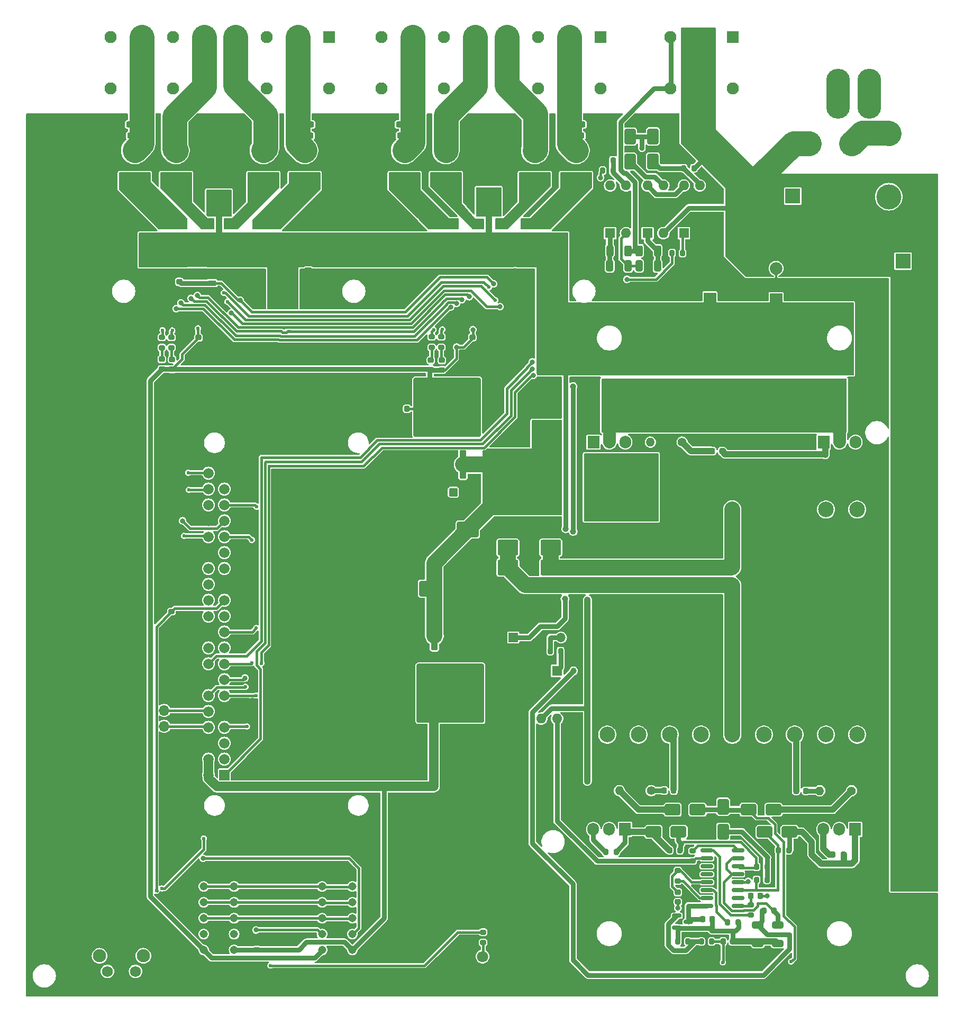
<source format=gbr>
%TF.GenerationSoftware,KiCad,Pcbnew,8.0.1-8.0.1-1~ubuntu22.04.1*%
%TF.CreationDate,2024-08-21T15:32:21+07:00*%
%TF.ProjectId,DAW-Pro4,4441572d-5072-46f3-942e-6b696361645f,rev?*%
%TF.SameCoordinates,Original*%
%TF.FileFunction,Copper,L1,Top*%
%TF.FilePolarity,Positive*%
%FSLAX46Y46*%
G04 Gerber Fmt 4.6, Leading zero omitted, Abs format (unit mm)*
G04 Created by KiCad (PCBNEW 8.0.1-8.0.1-1~ubuntu22.04.1) date 2024-08-21 15:32:21*
%MOMM*%
%LPD*%
G01*
G04 APERTURE LIST*
G04 Aperture macros list*
%AMRoundRect*
0 Rectangle with rounded corners*
0 $1 Rounding radius*
0 $2 $3 $4 $5 $6 $7 $8 $9 X,Y pos of 4 corners*
0 Add a 4 corners polygon primitive as box body*
4,1,4,$2,$3,$4,$5,$6,$7,$8,$9,$2,$3,0*
0 Add four circle primitives for the rounded corners*
1,1,$1+$1,$2,$3*
1,1,$1+$1,$4,$5*
1,1,$1+$1,$6,$7*
1,1,$1+$1,$8,$9*
0 Add four rect primitives between the rounded corners*
20,1,$1+$1,$2,$3,$4,$5,0*
20,1,$1+$1,$4,$5,$6,$7,0*
20,1,$1+$1,$6,$7,$8,$9,0*
20,1,$1+$1,$8,$9,$2,$3,0*%
%AMFreePoly0*
4,1,9,3.862500,-0.866500,0.737500,-0.866500,0.737500,-0.450000,-0.737500,-0.450000,-0.737500,0.450000,0.737500,0.450000,0.737500,0.866500,3.862500,0.866500,3.862500,-0.866500,3.862500,-0.866500,$1*%
G04 Aperture macros list end*
%TA.AperFunction,SMDPad,CuDef*%
%ADD10RoundRect,0.200000X0.200000X0.275000X-0.200000X0.275000X-0.200000X-0.275000X0.200000X-0.275000X0*%
%TD*%
%TA.AperFunction,ComponentPad*%
%ADD11O,3.800000X8.000000*%
%TD*%
%TA.AperFunction,SMDPad,CuDef*%
%ADD12RoundRect,0.225000X-0.225000X-0.250000X0.225000X-0.250000X0.225000X0.250000X-0.225000X0.250000X0*%
%TD*%
%TA.AperFunction,SMDPad,CuDef*%
%ADD13RoundRect,0.200000X-0.200000X-0.275000X0.200000X-0.275000X0.200000X0.275000X-0.200000X0.275000X0*%
%TD*%
%TA.AperFunction,SMDPad,CuDef*%
%ADD14RoundRect,0.225000X-0.250000X0.225000X-0.250000X-0.225000X0.250000X-0.225000X0.250000X0.225000X0*%
%TD*%
%TA.AperFunction,ComponentPad*%
%ADD15R,1.308000X1.308000*%
%TD*%
%TA.AperFunction,ComponentPad*%
%ADD16C,1.308000*%
%TD*%
%TA.AperFunction,SMDPad,CuDef*%
%ADD17RoundRect,0.200000X-0.275000X0.200000X-0.275000X-0.200000X0.275000X-0.200000X0.275000X0.200000X0*%
%TD*%
%TA.AperFunction,SMDPad,CuDef*%
%ADD18RoundRect,0.250000X0.650000X-0.325000X0.650000X0.325000X-0.650000X0.325000X-0.650000X-0.325000X0*%
%TD*%
%TA.AperFunction,SMDPad,CuDef*%
%ADD19R,2.800000X1.400000*%
%TD*%
%TA.AperFunction,ComponentPad*%
%ADD20R,1.600000X1.600000*%
%TD*%
%TA.AperFunction,ComponentPad*%
%ADD21O,1.600000X1.600000*%
%TD*%
%TA.AperFunction,SMDPad,CuDef*%
%ADD22RoundRect,0.250000X-1.000000X1.400000X-1.000000X-1.400000X1.000000X-1.400000X1.000000X1.400000X0*%
%TD*%
%TA.AperFunction,ComponentPad*%
%ADD23C,3.600000*%
%TD*%
%TA.AperFunction,ComponentPad*%
%ADD24C,2.500000*%
%TD*%
%TA.AperFunction,ComponentPad*%
%ADD25C,1.400000*%
%TD*%
%TA.AperFunction,ComponentPad*%
%ADD26O,1.400000X1.400000*%
%TD*%
%TA.AperFunction,SMDPad,CuDef*%
%ADD27RoundRect,0.218750X-0.256250X0.218750X-0.256250X-0.218750X0.256250X-0.218750X0.256250X0.218750X0*%
%TD*%
%TA.AperFunction,SMDPad,CuDef*%
%ADD28RoundRect,0.200000X0.275000X-0.200000X0.275000X0.200000X-0.275000X0.200000X-0.275000X-0.200000X0*%
%TD*%
%TA.AperFunction,SMDPad,CuDef*%
%ADD29RoundRect,0.250000X-0.650000X1.000000X-0.650000X-1.000000X0.650000X-1.000000X0.650000X1.000000X0*%
%TD*%
%TA.AperFunction,SMDPad,CuDef*%
%ADD30RoundRect,0.250000X-1.400000X-1.000000X1.400000X-1.000000X1.400000X1.000000X-1.400000X1.000000X0*%
%TD*%
%TA.AperFunction,ComponentPad*%
%ADD31C,1.950000*%
%TD*%
%TA.AperFunction,ComponentPad*%
%ADD32R,1.950000X1.950000*%
%TD*%
%TA.AperFunction,SMDPad,CuDef*%
%ADD33RoundRect,0.250000X1.000000X0.650000X-1.000000X0.650000X-1.000000X-0.650000X1.000000X-0.650000X0*%
%TD*%
%TA.AperFunction,SMDPad,CuDef*%
%ADD34RoundRect,0.250000X-0.450000X-0.425000X0.450000X-0.425000X0.450000X0.425000X-0.450000X0.425000X0*%
%TD*%
%TA.AperFunction,ComponentPad*%
%ADD35R,2.000000X2.000000*%
%TD*%
%TA.AperFunction,ComponentPad*%
%ADD36C,2.000000*%
%TD*%
%TA.AperFunction,SMDPad,CuDef*%
%ADD37RoundRect,0.250000X-1.000000X-0.650000X1.000000X-0.650000X1.000000X0.650000X-1.000000X0.650000X0*%
%TD*%
%TA.AperFunction,SMDPad,CuDef*%
%ADD38RoundRect,0.250000X0.312500X0.625000X-0.312500X0.625000X-0.312500X-0.625000X0.312500X-0.625000X0*%
%TD*%
%TA.AperFunction,ComponentPad*%
%ADD39R,1.665000X1.665000*%
%TD*%
%TA.AperFunction,ComponentPad*%
%ADD40C,1.665000*%
%TD*%
%TA.AperFunction,ComponentPad*%
%ADD41C,4.000000*%
%TD*%
%TA.AperFunction,SMDPad,CuDef*%
%ADD42RoundRect,0.250000X0.325000X0.650000X-0.325000X0.650000X-0.325000X-0.650000X0.325000X-0.650000X0*%
%TD*%
%TA.AperFunction,SMDPad,CuDef*%
%ADD43RoundRect,0.250000X-1.500000X-1.000000X1.500000X-1.000000X1.500000X1.000000X-1.500000X1.000000X0*%
%TD*%
%TA.AperFunction,SMDPad,CuDef*%
%ADD44RoundRect,0.250000X-0.325000X-0.650000X0.325000X-0.650000X0.325000X0.650000X-0.325000X0.650000X0*%
%TD*%
%TA.AperFunction,SMDPad,CuDef*%
%ADD45RoundRect,0.250000X-0.300000X2.050000X-0.300000X-2.050000X0.300000X-2.050000X0.300000X2.050000X0*%
%TD*%
%TA.AperFunction,SMDPad,CuDef*%
%ADD46RoundRect,0.250000X-2.375000X2.025000X-2.375000X-2.025000X2.375000X-2.025000X2.375000X2.025000X0*%
%TD*%
%TA.AperFunction,SMDPad,CuDef*%
%ADD47RoundRect,0.250002X-5.149998X4.449998X-5.149998X-4.449998X5.149998X-4.449998X5.149998X4.449998X0*%
%TD*%
%TA.AperFunction,SMDPad,CuDef*%
%ADD48RoundRect,0.225000X0.225000X0.250000X-0.225000X0.250000X-0.225000X-0.250000X0.225000X-0.250000X0*%
%TD*%
%TA.AperFunction,ComponentPad*%
%ADD49R,2.400000X2.400000*%
%TD*%
%TA.AperFunction,ComponentPad*%
%ADD50C,2.400000*%
%TD*%
%TA.AperFunction,SMDPad,CuDef*%
%ADD51RoundRect,0.150000X-0.587500X-0.150000X0.587500X-0.150000X0.587500X0.150000X-0.587500X0.150000X0*%
%TD*%
%TA.AperFunction,SMDPad,CuDef*%
%ADD52RoundRect,0.150000X-0.825000X-0.150000X0.825000X-0.150000X0.825000X0.150000X-0.825000X0.150000X0*%
%TD*%
%TA.AperFunction,SMDPad,CuDef*%
%ADD53RoundRect,0.250000X0.300000X-2.050000X0.300000X2.050000X-0.300000X2.050000X-0.300000X-2.050000X0*%
%TD*%
%TA.AperFunction,SMDPad,CuDef*%
%ADD54RoundRect,0.250000X2.375000X-2.025000X2.375000X2.025000X-2.375000X2.025000X-2.375000X-2.025000X0*%
%TD*%
%TA.AperFunction,SMDPad,CuDef*%
%ADD55RoundRect,0.250002X5.149998X-4.449998X5.149998X4.449998X-5.149998X4.449998X-5.149998X-4.449998X0*%
%TD*%
%TA.AperFunction,ComponentPad*%
%ADD56C,2.100000*%
%TD*%
%TA.AperFunction,ComponentPad*%
%ADD57C,1.750000*%
%TD*%
%TA.AperFunction,ComponentPad*%
%ADD58R,1.500000X1.500000*%
%TD*%
%TA.AperFunction,ComponentPad*%
%ADD59O,1.500000X1.500000*%
%TD*%
%TA.AperFunction,SMDPad,CuDef*%
%ADD60R,1.500000X1.500000*%
%TD*%
%TA.AperFunction,ComponentPad*%
%ADD61R,1.700000X1.700000*%
%TD*%
%TA.AperFunction,ComponentPad*%
%ADD62O,1.700000X1.700000*%
%TD*%
%TA.AperFunction,SMDPad,CuDef*%
%ADD63RoundRect,0.225000X0.250000X-0.225000X0.250000X0.225000X-0.250000X0.225000X-0.250000X-0.225000X0*%
%TD*%
%TA.AperFunction,SMDPad,CuDef*%
%ADD64RoundRect,0.250000X-0.650000X0.325000X-0.650000X-0.325000X0.650000X-0.325000X0.650000X0.325000X0*%
%TD*%
%TA.AperFunction,SMDPad,CuDef*%
%ADD65R,1.300000X0.900000*%
%TD*%
%TA.AperFunction,SMDPad,CuDef*%
%ADD66FreePoly0,180.000000*%
%TD*%
%TA.AperFunction,ComponentPad*%
%ADD67R,1.800000X1.800000*%
%TD*%
%TA.AperFunction,ComponentPad*%
%ADD68C,1.800000*%
%TD*%
%TA.AperFunction,SMDPad,CuDef*%
%ADD69RoundRect,0.250000X1.500000X1.000000X-1.500000X1.000000X-1.500000X-1.000000X1.500000X-1.000000X0*%
%TD*%
%TA.AperFunction,SMDPad,CuDef*%
%ADD70RoundRect,0.250000X-0.312500X-0.625000X0.312500X-0.625000X0.312500X0.625000X-0.312500X0.625000X0*%
%TD*%
%TA.AperFunction,ComponentPad*%
%ADD71R,1.905000X2.000000*%
%TD*%
%TA.AperFunction,ComponentPad*%
%ADD72O,1.905000X2.000000*%
%TD*%
%TA.AperFunction,ViaPad*%
%ADD73C,0.800000*%
%TD*%
%TA.AperFunction,ViaPad*%
%ADD74C,1.000000*%
%TD*%
%TA.AperFunction,ViaPad*%
%ADD75C,0.600000*%
%TD*%
%TA.AperFunction,Conductor*%
%ADD76C,0.800000*%
%TD*%
%TA.AperFunction,Conductor*%
%ADD77C,0.400000*%
%TD*%
%TA.AperFunction,Conductor*%
%ADD78C,4.000000*%
%TD*%
%TA.AperFunction,Conductor*%
%ADD79C,1.000000*%
%TD*%
%TA.AperFunction,Conductor*%
%ADD80C,2.540000*%
%TD*%
%TA.AperFunction,Conductor*%
%ADD81C,1.500000*%
%TD*%
%TA.AperFunction,Conductor*%
%ADD82C,2.000000*%
%TD*%
G04 APERTURE END LIST*
D10*
%TO.P,R24,1*%
%TO.N,Net-(R19-Pad1)*%
X96075000Y-23876000D03*
%TO.P,R24,2*%
%TO.N,ACC_IN*%
X94425000Y-23876000D03*
%TD*%
D11*
%TO.P,F1,1*%
%TO.N,+BATT*%
X132120000Y-11555000D03*
%TO.P,F1,2*%
%TO.N,Net-(VD1-K)*%
X137120000Y-11555000D03*
%TD*%
D12*
%TO.P,C111,1*%
%TO.N,Net-(C111-Pad1)*%
X111963500Y-68742500D03*
%TO.P,C111,2*%
%TO.N,Net-(VD9-A1)*%
X113513500Y-68742500D03*
%TD*%
D13*
%TO.P,R34,1*%
%TO.N,OS2*%
X94933000Y-132842000D03*
%TO.P,R34,2*%
%TO.N,Net-(VD3-A)*%
X96583000Y-132842000D03*
%TD*%
D12*
%TO.P,C32,1*%
%TO.N,Net-(J6-Pin_2)*%
X47805000Y-16510000D03*
%TO.P,C32,2*%
%TO.N,GND*%
X49355000Y-16510000D03*
%TD*%
D14*
%TO.P,C102,1*%
%TO.N,Net-(U13-CT)*%
X106476800Y-139280600D03*
%TO.P,C102,2*%
%TO.N,OS2*%
X106476800Y-140830600D03*
%TD*%
D15*
%TO.P,J12,1,Pin_1*%
%TO.N,GND*%
X30594300Y-135819000D03*
D16*
%TO.P,J12,2,Pin_2*%
X35445700Y-135819000D03*
%TO.P,J12,3,Pin_3*%
%TO.N,MCLK*%
X30594300Y-138359000D03*
%TO.P,J12,4,Pin_4*%
X35445700Y-138359000D03*
%TO.P,J12,5,Pin_5*%
%TO.N,LRCLK*%
X30594300Y-140899000D03*
%TO.P,J12,6,Pin_6*%
X35445700Y-140899000D03*
%TO.P,J12,7,Pin_7*%
%TO.N,BCLK*%
X30594300Y-143439000D03*
%TO.P,J12,8,Pin_8*%
X35445700Y-143439000D03*
%TO.P,J12,9,Pin_9*%
%TO.N,SDATAIN0*%
X30594300Y-145979000D03*
%TO.P,J12,10,Pin_10*%
%TO.N,SDATAOUT3*%
X35445700Y-145979000D03*
%TO.P,J12,11,Pin_11*%
%TO.N,+3V3*%
X30594300Y-148519000D03*
%TO.P,J12,12,Pin_12*%
%TO.N,+5V*%
X35445700Y-148519000D03*
%TD*%
D17*
%TO.P,R49,1*%
%TO.N,Net-(U13-REF)*%
X108839000Y-132652000D03*
%TO.P,R49,2*%
%TO.N,OS1*%
X108839000Y-134302000D03*
%TD*%
D18*
%TO.P,C20,1*%
%TO.N,PVDD*%
X33020000Y-28096000D03*
%TO.P,C20,2*%
%TO.N,GND*%
X33020000Y-25146000D03*
%TD*%
D19*
%TO.P,L10,1*%
%TO.N,Net-(U8-OUT_4M)*%
X90170000Y-25060000D03*
%TO.P,L10,2*%
%TO.N,Net-(J18-Pin_2)*%
X90170000Y-20660000D03*
%TD*%
D20*
%TO.P,U16,1*%
%TO.N,Net-(R45-Pad2)*%
X107424000Y-33899000D03*
D21*
%TO.P,U16,2*%
%TO.N,GND*%
X109964000Y-33899000D03*
%TO.P,U16,3*%
%TO.N,Net-(VD15-A)*%
X109964000Y-26279000D03*
%TO.P,U16,4*%
%TO.N,Net-(C107-Pad1)*%
X107424000Y-26279000D03*
%TD*%
D22*
%TO.P,VD1,1,K*%
%TO.N,Net-(VD1-K)*%
X134210000Y-19558000D03*
%TO.P,VD1,2,A*%
%TO.N,OS2*%
X127410000Y-19558000D03*
%TD*%
D23*
%TO.P,L19,1*%
%TO.N,Net-(VD8-A)*%
X114046000Y-62860000D03*
%TO.P,L19,2*%
%TO.N,PVDD*%
X114046000Y-50160000D03*
%TD*%
D24*
%TO.P,TR1,1*%
%TO.N,Net-(VD6-K)*%
X95161500Y-114081500D03*
X100161500Y-114081500D03*
%TO.P,TR1,2*%
%TO.N,Net-(C107-Pad1)*%
X105161500Y-114081500D03*
X110161500Y-114081500D03*
%TO.P,TR1,3*%
X120231500Y-114081500D03*
X125161500Y-114081500D03*
%TO.P,TR1,4*%
%TO.N,Net-(VD7-K)*%
X130161500Y-114081500D03*
X135161500Y-114081500D03*
%TO.P,TR1,5*%
%TO.N,Net-(VD9-A1)*%
X130161500Y-78081500D03*
X135161500Y-78081500D03*
%TO.P,TR1,6*%
%TO.N,GND*%
X120231500Y-78081500D03*
X125161500Y-78081500D03*
%TO.P,TR1,7*%
X105161500Y-78081500D03*
X110161500Y-78081500D03*
%TO.P,TR1,8*%
%TO.N,Net-(VD8-A1)*%
X95161500Y-78081500D03*
X100161500Y-78081500D03*
%TO.P,TR1,9*%
%TO.N,Net-(VD12-A)*%
X115161500Y-78081500D03*
%TO.P,TR1,10*%
%TO.N,Net-(VD10-A)*%
X115161500Y-114081500D03*
%TD*%
D25*
%TO.P,R40,1*%
%TO.N,GND*%
X136551200Y-46228000D03*
D26*
%TO.P,R40,2*%
%TO.N,PVDD*%
X131471200Y-46228000D03*
%TD*%
D12*
%TO.P,C91,1*%
%TO.N,GND*%
X60251000Y-16510000D03*
%TO.P,C91,2*%
%TO.N,Net-(J18-Pin_7)*%
X61801000Y-16510000D03*
%TD*%
D10*
%TO.P,R19,1*%
%TO.N,Net-(R19-Pad1)*%
X96075000Y-22225000D03*
%TO.P,R19,2*%
%TO.N,GND*%
X94425000Y-22225000D03*
%TD*%
D14*
%TO.P,C57,1*%
%TO.N,+3V3*%
X73558400Y-50533000D03*
%TO.P,C57,2*%
%TO.N,GND*%
X73558400Y-52083000D03*
%TD*%
D27*
%TO.P,HL1,1,K*%
%TO.N,Net-(HL1-K)*%
X23876000Y-54051000D03*
%TO.P,HL1,2,A*%
%TO.N,+3V3*%
X23876000Y-55626000D03*
%TD*%
D19*
%TO.P,L15,1*%
%TO.N,Net-(U8-OUT_1P)*%
X62738000Y-25060000D03*
%TO.P,L15,2*%
%TO.N,Net-(J18-Pin_7)*%
X62738000Y-20660000D03*
%TD*%
%TO.P,L4,1*%
%TO.N,Net-(U4-OUT_3M)*%
X40132000Y-25060000D03*
%TO.P,L4,2*%
%TO.N,Net-(J6-Pin_4)*%
X40132000Y-20660000D03*
%TD*%
D28*
%TO.P,R26,1*%
%TO.N,Net-(U13-DISCH)*%
X106426000Y-137477000D03*
%TO.P,R26,2*%
%TO.N,Net-(U13-CT)*%
X106426000Y-135827000D03*
%TD*%
D29*
%TO.P,VD15,1,K*%
%TO.N,Net-(VD14-K)*%
X102467000Y-18415000D03*
%TO.P,VD15,2,A*%
%TO.N,Net-(VD15-A)*%
X102467000Y-22415000D03*
%TD*%
D30*
%TO.P,VD12,1,K*%
%TO.N,+6V*%
X86106000Y-77372000D03*
%TO.P,VD12,2,A*%
%TO.N,Net-(VD12-A)*%
X86106000Y-84172000D03*
%TD*%
D27*
%TO.P,HL4,1,K*%
%TO.N,Net-(HL4-K)*%
X66929000Y-54203500D03*
%TO.P,HL4,2,A*%
%TO.N,+3V3*%
X66929000Y-55778500D03*
%TD*%
D31*
%TO.P,J6,1,Pin_1*%
%TO.N,Net-(J6-Pin_1)*%
X50640000Y-10740000D03*
D32*
X50640000Y-2540000D03*
D31*
%TO.P,J6,2,Pin_2*%
%TO.N,Net-(J6-Pin_2)*%
X45640000Y-10740000D03*
X45640000Y-2540000D03*
%TO.P,J6,3,Pin_3*%
%TO.N,Net-(J6-Pin_3)*%
X40640000Y-10740000D03*
X40640000Y-2540000D03*
%TO.P,J6,4,Pin_4*%
%TO.N,Net-(J6-Pin_4)*%
X35640000Y-10740000D03*
X35640000Y-2540000D03*
%TO.P,J6,5,Pin_5*%
%TO.N,Net-(J6-Pin_5)*%
X30640000Y-10740000D03*
X30640000Y-2540000D03*
%TO.P,J6,6,Pin_6*%
%TO.N,Net-(J6-Pin_6)*%
X25640000Y-10740000D03*
X25640000Y-2540000D03*
%TO.P,J6,7,Pin_7*%
%TO.N,Net-(J6-Pin_7)*%
X20640000Y-10740000D03*
X20640000Y-2540000D03*
%TO.P,J6,8,Pin_8*%
%TO.N,Net-(J6-Pin_8)*%
X15640000Y-10740000D03*
X15640000Y-2540000D03*
%TD*%
D33*
%TO.P,VD7,1,K*%
%TO.N,Net-(VD7-K)*%
X121772500Y-126083500D03*
%TO.P,VD7,2,A*%
%TO.N,Net-(VD5-K)*%
X117772500Y-126083500D03*
%TD*%
D34*
%TO.P,C8,1*%
%TO.N,+3V3*%
X70532000Y-75311000D03*
%TO.P,C8,2*%
%TO.N,GND*%
X73232000Y-75311000D03*
%TD*%
D35*
%TO.P,C115,1*%
%TO.N,PVDD*%
X122174000Y-44531677D03*
D36*
%TO.P,C115,2*%
%TO.N,GND*%
X122174000Y-39531677D03*
%TD*%
D10*
%TO.P,R31,1*%
%TO.N,Net-(VD5-A)*%
X120733000Y-135227500D03*
%TO.P,R31,2*%
%TO.N,Net-(U13-OUTB)*%
X119083000Y-135227500D03*
%TD*%
D12*
%TO.P,C94,1*%
%TO.N,Net-(J18-Pin_2)*%
X91046000Y-18288000D03*
%TO.P,C94,2*%
%TO.N,GND*%
X92596000Y-18288000D03*
%TD*%
D37*
%TO.P,VD6,1,K*%
%TO.N,Net-(VD6-K)*%
X105612500Y-126083500D03*
%TO.P,VD6,2,A*%
%TO.N,Net-(VD5-K)*%
X109612500Y-126083500D03*
%TD*%
D38*
%TO.P,R41,1*%
%TO.N,Net-(C125-Pad1)*%
X103189500Y-36703000D03*
%TO.P,R41,2*%
%TO.N,ACC*%
X100264500Y-36703000D03*
%TD*%
D37*
%TO.P,VD4,1,K*%
%TO.N,Net-(U13-OUTA)*%
X120344500Y-129639500D03*
%TO.P,VD4,2,A*%
%TO.N,Net-(VD4-A)*%
X124344500Y-129639500D03*
%TD*%
D13*
%TO.P,R25,1*%
%TO.N,Net-(U13-RT)*%
X114407500Y-144117500D03*
%TO.P,R25,2*%
%TO.N,OS2*%
X116057500Y-144117500D03*
%TD*%
D39*
%TO.P,IC1,1,+3.3V_1*%
%TO.N,+3.3VP*%
X33895000Y-120532000D03*
D40*
%TO.P,IC1,2,+5V_1*%
%TO.N,+5V*%
X31355000Y-120532000D03*
%TO.P,IC1,3,GPIO_2/[I2C]_SDA*%
%TO.N,SDA*%
X33895000Y-117992000D03*
%TO.P,IC1,4,+5V_2*%
%TO.N,+5V*%
X31355000Y-117992000D03*
%TO.P,IC1,5,GPIO_3/[I2C]_SCL*%
%TO.N,SCL*%
X33895000Y-115452000D03*
%TO.P,IC1,6,GND_1*%
%TO.N,GND*%
X31355000Y-115452000D03*
%TO.P,IC1,7,->I2S0_8CH_SDI0*%
%TO.N,SDATAIN0*%
X33895000Y-112912000D03*
%TO.P,IC1,8,GPIO_14/[UART]_TXD0*%
%TO.N,/Amplifier/TX*%
X31355000Y-112912000D03*
%TO.P,IC1,9,GND_2*%
%TO.N,GND*%
X33895000Y-110372000D03*
%TO.P,IC1,10,GPIO_15/[UART]_RXD0*%
%TO.N,/Amplifier/RX*%
X31355000Y-110372000D03*
%TO.P,IC1,11,->I2S0_8CH_SDI1*%
%TO.N,SDATAIN1*%
X33895000Y-107832000D03*
%TO.P,IC1,12,I2S0_8CH_SDO0->*%
%TO.N,SDATAOUT0*%
X31355000Y-107832000D03*
%TO.P,IC1,13,GPIO27*%
%TO.N,FAULT0*%
X33895000Y-105292000D03*
%TO.P,IC1,14,GND_3*%
%TO.N,GND*%
X31355000Y-105292000D03*
%TO.P,IC1,15,GPIO_22*%
%TO.N,REMOTE*%
X33895000Y-102752000D03*
%TO.P,IC1,16,GPIO_23*%
%TO.N,ACC_IN*%
X31355000Y-102752000D03*
%TO.P,IC1,17,+3.3V_2*%
%TO.N,unconnected-(IC1-+3.3V_2-Pad17)*%
X33895000Y-100212000D03*
%TO.P,IC1,18,I2S0_8CH_SDI2<-*%
%TO.N,unconnected-(IC1-I2S0_8CH_SDI2<--Pad18)*%
X31355000Y-100212000D03*
%TO.P,IC1,19,GPIO_10/SPI0_MOSI*%
%TO.N,Work*%
X33895000Y-97672000D03*
%TO.P,IC1,20,GND_4*%
%TO.N,GND*%
X31355000Y-97672000D03*
%TO.P,IC1,21,GPIO_9/SPI0_MISO*%
%TO.N,unconnected-(IC1-GPIO_9{slash}SPI0_MISO-Pad21)*%
X33895000Y-95132000D03*
%TO.P,IC1,22,I2S0_8CH_SDO2->*%
%TO.N,SDATAOUT2*%
X31355000Y-95132000D03*
%TO.P,IC1,23,GPIO_11/SPI0_SCLK*%
%TO.N,Net-(IC1-GPIO_11{slash}SPI0_SCLK)*%
X33895000Y-92592000D03*
%TO.P,IC1,24,GPIO_8/SPI0_CE1_N*%
%TO.N,unconnected-(IC1-GPIO_8{slash}SPI0_CE1_N-Pad24)*%
X31355000Y-92592000D03*
%TO.P,IC1,25,GND_5*%
%TO.N,GND*%
X33895000Y-90052000D03*
%TO.P,IC1,26,I2S0_8CH_LRCK_RX<-*%
%TO.N,unconnected-(IC1-I2S0_8CH_LRCK_RX<--Pad26)*%
X31355000Y-90052000D03*
%TO.P,IC1,27,DNC_1*%
%TO.N,unconnected-(IC1-DNC_1-Pad27)*%
X33895000Y-87512000D03*
%TO.P,IC1,28,DNC_2*%
%TO.N,unconnected-(IC1-DNC_2-Pad28)*%
X31355000Y-87512000D03*
%TO.P,IC1,29,->I2S0_8CH_SDI3*%
%TO.N,unconnected-(IC1-->I2S0_8CH_SDI3-Pad29)*%
X33895000Y-84972000D03*
%TO.P,IC1,30,GND_6*%
%TO.N,GND*%
X31355000Y-84972000D03*
%TO.P,IC1,31,<-I2S0_8CH_SDO1*%
%TO.N,SDATAOUT1*%
X33895000Y-82432000D03*
%TO.P,IC1,32,I2S0_8CH_SDO3->*%
%TO.N,SDATAOUT3*%
X31355000Y-82432000D03*
%TO.P,IC1,33,GPIO13/PWM1*%
%TO.N,FAULT1*%
X33895000Y-79892000D03*
%TO.P,IC1,34,GND_7*%
%TO.N,GND*%
X31355000Y-79892000D03*
%TO.P,IC1,35,->I2S0_8CH_MCLK*%
%TO.N,MCLK*%
X33895000Y-77352000D03*
%TO.P,IC1,36,I2S0_8CH_SCLK_RX<-*%
%TO.N,unconnected-(IC1-I2S0_8CH_SCLK_RX<--Pad36)*%
X31355000Y-77352000D03*
%TO.P,IC1,37,GPIO26*%
%TO.N,unconnected-(IC1-GPIO26-Pad37)*%
X33895000Y-74812000D03*
%TO.P,IC1,38,I2S0_8CH_SCLK_TX->*%
%TO.N,BCLK*%
X31355000Y-74812000D03*
%TO.P,IC1,39,GND_8*%
%TO.N,GND*%
X33895000Y-72272000D03*
%TO.P,IC1,40,I2S0_8CH_LRCK_TX->*%
%TO.N,LRCLK*%
X31355000Y-72272000D03*
%TD*%
D12*
%TO.P,C45,1*%
%TO.N,GND*%
X17246000Y-18288000D03*
%TO.P,C45,2*%
%TO.N,Net-(J6-Pin_7)*%
X18796000Y-18288000D03*
%TD*%
D10*
%TO.P,R48,1*%
%TO.N,Net-(R48-Pad1)*%
X87693000Y-100711000D03*
%TO.P,R48,2*%
%TO.N,Net-(D1-A)*%
X86043000Y-100711000D03*
%TD*%
D19*
%TO.P,L2,1*%
%TO.N,Net-(U4-OUT_4M)*%
X46736000Y-25060000D03*
%TO.P,L2,2*%
%TO.N,Net-(J6-Pin_2)*%
X46736000Y-20660000D03*
%TD*%
D41*
%TO.P,L18,1*%
%TO.N,Net-(VD1-K)*%
X140208000Y-17987000D03*
%TO.P,L18,2*%
%TO.N,Net-(C107-Pad1)*%
X140208000Y-28067000D03*
%TD*%
D20*
%TO.P,U15,1*%
%TO.N,Net-(C125-Pad1)*%
X101595000Y-33899000D03*
D21*
%TO.P,U15,2*%
%TO.N,OS2*%
X104135000Y-33899000D03*
%TO.P,U15,3*%
%TO.N,Net-(VD14-A)*%
X104135000Y-26279000D03*
%TO.P,U15,4*%
%TO.N,Net-(C107-Pad1)*%
X101595000Y-26279000D03*
%TD*%
D42*
%TO.P,C17,1*%
%TO.N,GND*%
X47322000Y-40259000D03*
%TO.P,C17,2*%
%TO.N,PVDD*%
X44372000Y-40259000D03*
%TD*%
D17*
%TO.P,R20,1*%
%TO.N,WARN0*%
X68580000Y-50483000D03*
%TO.P,R20,2*%
%TO.N,Net-(HL3-K)*%
X68580000Y-52133000D03*
%TD*%
D43*
%TO.P,C60,1*%
%TO.N,+6V*%
X66803200Y-90728800D03*
%TO.P,C60,2*%
%TO.N,GND*%
X73303200Y-90728800D03*
%TD*%
D13*
%TO.P,R45,1*%
%TO.N,REMOTE*%
X105538000Y-37084000D03*
%TO.P,R45,2*%
%TO.N,Net-(R45-Pad2)*%
X107188000Y-37084000D03*
%TD*%
D30*
%TO.P,VD13,1,K*%
%TO.N,Net-(VD12-A)*%
X86106000Y-87405000D03*
%TO.P,VD13,2,A*%
%TO.N,GND*%
X86106000Y-94205000D03*
%TD*%
D12*
%TO.P,C40,1*%
%TO.N,Net-(J6-Pin_2)*%
X47726000Y-18288000D03*
%TO.P,C40,2*%
%TO.N,GND*%
X49276000Y-18288000D03*
%TD*%
D28*
%TO.P,R3,1*%
%TO.N,Net-(HL1-K)*%
X23876000Y-52197000D03*
%TO.P,R3,2*%
%TO.N,FAULT1*%
X23876000Y-50547000D03*
%TD*%
D42*
%TO.P,C47,1*%
%TO.N,GND*%
X47398200Y-44907200D03*
%TO.P,C47,2*%
%TO.N,PVDD*%
X44448200Y-44907200D03*
%TD*%
D17*
%TO.P,R2,1*%
%TO.N,WARN1*%
X25400000Y-50547000D03*
%TO.P,R2,2*%
%TO.N,Net-(HL2-K)*%
X25400000Y-52197000D03*
%TD*%
D44*
%TO.P,C64,1*%
%TO.N,GND*%
X82141800Y-45515000D03*
%TO.P,C64,2*%
%TO.N,PVDD*%
X85091800Y-45515000D03*
%TD*%
D27*
%TO.P,HL3,1,K*%
%TO.N,Net-(HL3-K)*%
X68707000Y-54203500D03*
%TO.P,HL3,2,A*%
%TO.N,+3V3*%
X68707000Y-55778500D03*
%TD*%
D45*
%TO.P,U7,1,ADJ/GND*%
%TO.N,GND*%
X72593200Y-98318800D03*
D46*
%TO.P,U7,2,OUT*%
%TO.N,+5V*%
X72828200Y-105043800D03*
X67278200Y-105043800D03*
D47*
X70053200Y-107468800D03*
D46*
X72828200Y-109893800D03*
X67278200Y-109893800D03*
D45*
%TO.P,U7,3,IN*%
%TO.N,+6V*%
X67513200Y-98318800D03*
%TD*%
D48*
%TO.P,C88,1*%
%TO.N,Net-(J18-Pin_4)*%
X82375000Y-16510000D03*
%TO.P,C88,2*%
%TO.N,GND*%
X80825000Y-16510000D03*
%TD*%
D19*
%TO.P,L5,1*%
%TO.N,Net-(U4-OUT_2P)*%
X26162000Y-25060000D03*
%TO.P,L5,2*%
%TO.N,Net-(J6-Pin_5)*%
X26162000Y-20660000D03*
%TD*%
D48*
%TO.P,C43,1*%
%TO.N,GND*%
X28588000Y-18288000D03*
%TO.P,C43,2*%
%TO.N,Net-(J6-Pin_5)*%
X27038000Y-18288000D03*
%TD*%
D12*
%TO.P,C59,1*%
%TO.N,Net-(U13-COMP)*%
X118097000Y-139827000D03*
%TO.P,C59,2*%
%TO.N,OS2*%
X119647000Y-139827000D03*
%TD*%
D14*
%TO.P,C2,1*%
%TO.N,PVDD*%
X38481000Y-38849000D03*
%TO.P,C2,2*%
%TO.N,GND*%
X38481000Y-40399000D03*
%TD*%
D31*
%TO.P,J18,1,Pin_1*%
%TO.N,Net-(J18-Pin_1)*%
X94055000Y-10740000D03*
D32*
X94055000Y-2540000D03*
D31*
%TO.P,J18,2,Pin_2*%
%TO.N,Net-(J18-Pin_2)*%
X89055000Y-10740000D03*
X89055000Y-2540000D03*
%TO.P,J18,3,Pin_3*%
%TO.N,Net-(J18-Pin_3)*%
X84055000Y-10740000D03*
X84055000Y-2540000D03*
%TO.P,J18,4,Pin_4*%
%TO.N,Net-(J18-Pin_4)*%
X79055000Y-10740000D03*
X79055000Y-2540000D03*
%TO.P,J18,5,Pin_5*%
%TO.N,Net-(J18-Pin_5)*%
X74055000Y-10740000D03*
X74055000Y-2540000D03*
%TO.P,J18,6,Pin_6*%
%TO.N,Net-(J18-Pin_6)*%
X69055000Y-10740000D03*
X69055000Y-2540000D03*
%TO.P,J18,7,Pin_7*%
%TO.N,Net-(J18-Pin_7)*%
X64055000Y-10740000D03*
X64055000Y-2540000D03*
%TO.P,J18,8,Pin_8*%
%TO.N,Net-(J18-Pin_8)*%
X59055000Y-10740000D03*
X59055000Y-2540000D03*
%TD*%
D49*
%TO.P,C107,1*%
%TO.N,Net-(C107-Pad1)*%
X124852729Y-27940000D03*
D50*
%TO.P,C107,2*%
%TO.N,OS2*%
X119852729Y-27940000D03*
%TD*%
D25*
%TO.P,R36,1*%
%TO.N,Net-(C109-Pad1)*%
X102185000Y-123037600D03*
D26*
%TO.P,R36,2*%
%TO.N,Net-(VD6-K)*%
X97105000Y-123037600D03*
%TD*%
D30*
%TO.P,VD11,1,K*%
%TO.N,Net-(VD10-A)*%
X79248000Y-87376000D03*
%TO.P,VD11,2,A*%
%TO.N,GND*%
X79248000Y-94176000D03*
%TD*%
D51*
%TO.P,VT1,1,B*%
%TO.N,Net-(VT1-B)*%
X106294000Y-143040500D03*
%TO.P,VT1,2,E*%
%TO.N,OS2*%
X106294000Y-144940500D03*
%TO.P,VT1,3,C*%
%TO.N,Net-(U13-SS)*%
X108169000Y-143990500D03*
%TD*%
D25*
%TO.P,R37,1*%
%TO.N,Net-(VD7-K)*%
X134239000Y-123063000D03*
D26*
%TO.P,R37,2*%
%TO.N,Net-(C110-Pad2)*%
X129159000Y-123063000D03*
%TD*%
D31*
%TO.P,J22,1,Pin_1*%
%TO.N,+BATT*%
X115283000Y-10740000D03*
D32*
X115283000Y-2540000D03*
D31*
%TO.P,J22,2,Pin_2*%
%TO.N,OS2*%
X110283000Y-10740000D03*
X110283000Y-2540000D03*
%TO.P,J22,3,Pin_3*%
%TO.N,ACC*%
X105283000Y-10740000D03*
X105283000Y-2540000D03*
%TD*%
D14*
%TO.P,C54,1*%
%TO.N,+5V*%
X35915600Y-122618200D03*
%TO.P,C54,2*%
%TO.N,GND*%
X35915600Y-124168200D03*
%TD*%
D29*
%TO.P,VD2,1,K*%
%TO.N,PVDD*%
X35433000Y-37370000D03*
%TO.P,VD2,2,A*%
%TO.N,GND*%
X35433000Y-41370000D03*
%TD*%
D48*
%TO.P,C34,1*%
%TO.N,Net-(J6-Pin_4)*%
X39317000Y-16510000D03*
%TO.P,C34,2*%
%TO.N,GND*%
X37767000Y-16510000D03*
%TD*%
D35*
%TO.P,C114,1*%
%TO.N,PVDD*%
X111587677Y-44404677D03*
D36*
%TO.P,C114,2*%
%TO.N,GND*%
X111587677Y-39404677D03*
%TD*%
D52*
%TO.P,U13,1,INV*%
%TO.N,Net-(U13-INV)*%
X111106500Y-132560500D03*
%TO.P,U13,2,NI*%
%TO.N,OS1*%
X111106500Y-133830500D03*
%TO.P,U13,3,SYNC*%
%TO.N,unconnected-(U13-SYNC-Pad3)*%
X111106500Y-135100500D03*
%TO.P,U13,4,OSC*%
%TO.N,unconnected-(U13-OSC-Pad4)*%
X111106500Y-136370500D03*
%TO.P,U13,5,CT*%
%TO.N,Net-(U13-CT)*%
X111106500Y-137640500D03*
%TO.P,U13,6,RT*%
%TO.N,Net-(U13-RT)*%
X111106500Y-138910500D03*
%TO.P,U13,7,DISCH*%
%TO.N,Net-(U13-DISCH)*%
X111106500Y-140180500D03*
%TO.P,U13,8,SS*%
%TO.N,Net-(U13-SS)*%
X111106500Y-141450500D03*
%TO.P,U13,9,COMP*%
%TO.N,Net-(U13-COMP)*%
X116056500Y-141450500D03*
%TO.P,U13,10,SD*%
%TO.N,unconnected-(U13-SD-Pad10)*%
X116056500Y-140180500D03*
%TO.P,U13,11,OUTA*%
%TO.N,Net-(U13-OUTA)*%
X116056500Y-138910500D03*
%TO.P,U13,12,GND*%
%TO.N,OS2*%
X116056500Y-137640500D03*
%TO.P,U13,13,VC*%
%TO.N,Net-(U13-VC)*%
X116056500Y-136370500D03*
%TO.P,U13,14,OUTB*%
%TO.N,Net-(U13-OUTB)*%
X116056500Y-135100500D03*
%TO.P,U13,15,VIN*%
%TO.N,Net-(U13-VC)*%
X116056500Y-133830500D03*
%TO.P,U13,16,REF*%
%TO.N,Net-(U13-REF)*%
X116056500Y-132560500D03*
%TD*%
D53*
%TO.P,U2,1,ADJ/GND*%
%TO.N,GND*%
X67005200Y-70896000D03*
D54*
%TO.P,U2,2,OUT*%
%TO.N,+3V3*%
X66770200Y-64171000D03*
X72320200Y-64171000D03*
D55*
X69545200Y-61746000D03*
D54*
X66770200Y-59321000D03*
X72320200Y-59321000D03*
D53*
%TO.P,U2,3,IN*%
%TO.N,+6V*%
X72085200Y-70896000D03*
%TD*%
D19*
%TO.P,L12,1*%
%TO.N,Net-(U8-OUT_3M)*%
X83566000Y-25060000D03*
%TO.P,L12,2*%
%TO.N,Net-(J18-Pin_4)*%
X83566000Y-20660000D03*
%TD*%
%TO.P,L13,1*%
%TO.N,Net-(U8-OUT_2P)*%
X69342000Y-25060000D03*
%TO.P,L13,2*%
%TO.N,Net-(J18-Pin_5)*%
X69342000Y-20660000D03*
%TD*%
D12*
%TO.P,C37,1*%
%TO.N,GND*%
X17071000Y-16510000D03*
%TO.P,C37,2*%
%TO.N,Net-(J6-Pin_7)*%
X18621000Y-16510000D03*
%TD*%
D56*
%TO.P,SW1,*%
%TO.N,*%
X20924000Y-149451500D03*
X13914000Y-149451500D03*
D57*
%TO.P,SW1,1,1*%
%TO.N,+3.3VP*%
X19674000Y-151941500D03*
%TO.P,SW1,2,2*%
%TO.N,Net-(IC1-GPIO_11{slash}SPI0_SCLK)*%
X15174000Y-151941500D03*
%TD*%
D58*
%TO.P,D1,1,K*%
%TO.N,PVDD*%
X80132000Y-98552000D03*
D59*
%TO.P,D1,2,A*%
%TO.N,Net-(D1-A)*%
X87752000Y-98552000D03*
%TD*%
D10*
%TO.P,R33,1*%
%TO.N,Net-(VD4-A)*%
X124209000Y-132560500D03*
%TO.P,R33,2*%
%TO.N,Net-(U13-OUTA)*%
X122559000Y-132560500D03*
%TD*%
D28*
%TO.P,R1,1*%
%TO.N,Net-(HL5-A)*%
X75311000Y-147320000D03*
%TO.P,R1,2*%
%TO.N,Work*%
X75311000Y-145670000D03*
%TD*%
D60*
%TO.P,J10,1,Pin_1*%
%TO.N,+6V*%
X84582000Y-71882000D03*
%TD*%
D48*
%TO.P,C96,1*%
%TO.N,Net-(J18-Pin_4)*%
X82563000Y-18288000D03*
%TO.P,C96,2*%
%TO.N,GND*%
X81013000Y-18288000D03*
%TD*%
D30*
%TO.P,VD10,1,K*%
%TO.N,+6V*%
X79248000Y-77372000D03*
%TO.P,VD10,2,A*%
%TO.N,Net-(VD10-A)*%
X79248000Y-84172000D03*
%TD*%
D34*
%TO.P,C61,1*%
%TO.N,+5V*%
X67454800Y-114300000D03*
%TO.P,C61,2*%
%TO.N,GND*%
X70154800Y-114300000D03*
%TD*%
D13*
%TO.P,R43,1*%
%TO.N,Net-(VD15-A)*%
X107379000Y-23495000D03*
%TO.P,R43,2*%
%TO.N,OS2*%
X109029000Y-23495000D03*
%TD*%
D28*
%TO.P,R50,1*%
%TO.N,Net-(U13-INV)*%
X118110000Y-142938000D03*
%TO.P,R50,2*%
%TO.N,Net-(U13-COMP)*%
X118110000Y-141288000D03*
%TD*%
D20*
%TO.P,U11,1*%
%TO.N,Net-(R48-Pad1)*%
X87127000Y-103896000D03*
D21*
%TO.P,U11,2*%
%TO.N,GND*%
X84587000Y-103896000D03*
%TO.P,U11,3*%
%TO.N,OS2*%
X84587000Y-111516000D03*
%TO.P,U11,4*%
%TO.N,OS1*%
X87127000Y-111516000D03*
%TD*%
D44*
%TO.P,C21,1*%
%TO.N,GND*%
X18096000Y-36195000D03*
%TO.P,C21,2*%
%TO.N,PVDD*%
X21046000Y-36195000D03*
%TD*%
D10*
%TO.P,R32,1*%
%TO.N,Net-(VD5-A)*%
X120713000Y-137287000D03*
%TO.P,R32,2*%
%TO.N,Net-(U13-OUTA)*%
X119063000Y-137287000D03*
%TD*%
D12*
%TO.P,C86,1*%
%TO.N,Net-(J18-Pin_2)*%
X91239000Y-16510000D03*
%TO.P,C86,2*%
%TO.N,GND*%
X92789000Y-16510000D03*
%TD*%
D61*
%TO.P,J1,1,Pin_1*%
%TO.N,GND*%
X24257000Y-115301000D03*
D62*
%TO.P,J1,2,Pin_2*%
%TO.N,/Amplifier/TX*%
X24257000Y-112761000D03*
%TO.P,J1,3,Pin_3*%
%TO.N,/Amplifier/RX*%
X24257000Y-110221000D03*
%TD*%
D63*
%TO.P,C49,1*%
%TO.N,+5V*%
X39065200Y-148501400D03*
%TO.P,C49,2*%
%TO.N,GND*%
X39065200Y-146951400D03*
%TD*%
D20*
%TO.P,U5,1*%
%TO.N,Net-(C16-Pad1)*%
X95626000Y-33899000D03*
D21*
%TO.P,U5,2*%
%TO.N,OS2*%
X98166000Y-33899000D03*
%TO.P,U5,3*%
%TO.N,Net-(R19-Pad1)*%
X98166000Y-26279000D03*
%TO.P,U5,4*%
%TO.N,+3.3VP*%
X95626000Y-26279000D03*
%TD*%
D64*
%TO.P,C75,1*%
%TO.N,GND*%
X76200000Y-25143000D03*
%TO.P,C75,2*%
%TO.N,PVDD*%
X76200000Y-28093000D03*
%TD*%
D19*
%TO.P,L7,1*%
%TO.N,Net-(U4-OUT_1P)*%
X19558000Y-25060000D03*
%TO.P,L7,2*%
%TO.N,Net-(J6-Pin_7)*%
X19558000Y-20660000D03*
%TD*%
D12*
%TO.P,C109,1*%
%TO.N,Net-(C109-Pad1)*%
X104254000Y-123012200D03*
%TO.P,C109,2*%
%TO.N,Net-(C107-Pad1)*%
X105804000Y-123012200D03*
%TD*%
D48*
%TO.P,C56,1*%
%TO.N,+3V3*%
X63106600Y-61976000D03*
%TO.P,C56,2*%
%TO.N,GND*%
X61556600Y-61976000D03*
%TD*%
D65*
%TO.P,U1,1,OUT*%
%TO.N,VBAT*%
X31922000Y-41886000D03*
D66*
%TO.P,U1,2,GND*%
%TO.N,GND*%
X31834500Y-40386000D03*
D65*
%TO.P,U1,3,IN*%
%TO.N,PVDD*%
X31922000Y-38886000D03*
%TD*%
D42*
%TO.P,C71,1*%
%TO.N,GND*%
X90756000Y-36068000D03*
%TO.P,C71,2*%
%TO.N,PVDD*%
X87806000Y-36068000D03*
%TD*%
D28*
%TO.P,R21,1*%
%TO.N,Net-(HL4-K)*%
X67056000Y-52133000D03*
%TO.P,R21,2*%
%TO.N,FAULT0*%
X67056000Y-50483000D03*
%TD*%
D60*
%TO.P,J16,1,Pin_1*%
%TO.N,GND*%
X74625200Y-122961400D03*
%TD*%
D15*
%TO.P,J20,1,Pin_1*%
%TO.N,GND*%
X49517300Y-135819000D03*
D16*
%TO.P,J20,2,Pin_2*%
X54368700Y-135819000D03*
%TO.P,J20,3,Pin_3*%
%TO.N,MCLK*%
X49517300Y-138359000D03*
%TO.P,J20,4,Pin_4*%
X54368700Y-138359000D03*
%TO.P,J20,5,Pin_5*%
%TO.N,LRCLK*%
X49517300Y-140899000D03*
%TO.P,J20,6,Pin_6*%
X54368700Y-140899000D03*
%TO.P,J20,7,Pin_7*%
%TO.N,BCLK*%
X49517300Y-143439000D03*
%TO.P,J20,8,Pin_8*%
X54368700Y-143439000D03*
%TO.P,J20,9,Pin_9*%
%TO.N,SDATAIN1*%
X49517300Y-145979000D03*
%TO.P,J20,10,Pin_10*%
%TO.N,SDATAOUT2*%
X54368700Y-145979000D03*
%TO.P,J20,11,Pin_11*%
%TO.N,+3V3*%
X49517300Y-148519000D03*
%TO.P,J20,12,Pin_12*%
%TO.N,+5V*%
X54368700Y-148519000D03*
%TD*%
D64*
%TO.P,C104,1*%
%TO.N,Net-(U13-VC)*%
X122428000Y-144526000D03*
%TO.P,C104,2*%
%TO.N,OS2*%
X122428000Y-147476000D03*
%TD*%
D48*
%TO.P,C103,1*%
%TO.N,OS2*%
X111943500Y-143609500D03*
%TO.P,C103,2*%
%TO.N,Net-(U13-SS)*%
X110393500Y-143609500D03*
%TD*%
D60*
%TO.P,J14,1,Pin_1*%
%TO.N,PVDD*%
X84836000Y-42926000D03*
%TD*%
D12*
%TO.P,C99,1*%
%TO.N,GND*%
X60426000Y-18288000D03*
%TO.P,C99,2*%
%TO.N,Net-(J18-Pin_7)*%
X61976000Y-18288000D03*
%TD*%
D67*
%TO.P,HL5,1,K*%
%TO.N,GND*%
X72664000Y-149565000D03*
D68*
%TO.P,HL5,2,A*%
%TO.N,Net-(HL5-A)*%
X75204000Y-149565000D03*
%TD*%
D48*
%TO.P,C97,1*%
%TO.N,GND*%
X72136000Y-18288000D03*
%TO.P,C97,2*%
%TO.N,Net-(J18-Pin_5)*%
X70586000Y-18288000D03*
%TD*%
%TO.P,C35,1*%
%TO.N,GND*%
X28715000Y-16510000D03*
%TO.P,C35,2*%
%TO.N,Net-(J6-Pin_5)*%
X27165000Y-16510000D03*
%TD*%
D60*
%TO.P,J11,1,Pin_1*%
%TO.N,GND*%
X74625200Y-118008400D03*
%TD*%
D12*
%TO.P,C110,1*%
%TO.N,Net-(C107-Pad1)*%
X125397000Y-123063000D03*
%TO.P,C110,2*%
%TO.N,Net-(C110-Pad2)*%
X126947000Y-123063000D03*
%TD*%
D13*
%TO.P,R27,1*%
%TO.N,OS2*%
X106406500Y-147165500D03*
%TO.P,R27,2*%
%TO.N,Net-(VT1-B)*%
X108056500Y-147165500D03*
%TD*%
D27*
%TO.P,HL2,1,K*%
%TO.N,Net-(HL2-K)*%
X25527000Y-54076500D03*
%TO.P,HL2,2,A*%
%TO.N,+3V3*%
X25527000Y-55651500D03*
%TD*%
D64*
%TO.P,C105,1*%
%TO.N,Net-(VD14-K)*%
X119253000Y-144526000D03*
%TO.P,C105,2*%
%TO.N,OS2*%
X119253000Y-147476000D03*
%TD*%
D14*
%TO.P,C55,1*%
%TO.N,+3V3*%
X29768800Y-50583800D03*
%TO.P,C55,2*%
%TO.N,GND*%
X29768800Y-52133800D03*
%TD*%
D35*
%TO.P,C113,1*%
%TO.N,+6V*%
X84836000Y-65359677D03*
D36*
%TO.P,C113,2*%
%TO.N,GND*%
X84836000Y-60359677D03*
%TD*%
D48*
%TO.P,C42,1*%
%TO.N,Net-(J6-Pin_4)*%
X39370000Y-18288000D03*
%TO.P,C42,2*%
%TO.N,GND*%
X37820000Y-18288000D03*
%TD*%
D44*
%TO.P,C16,1*%
%TO.N,Net-(C16-Pad1)*%
X95553000Y-39116000D03*
%TO.P,C16,2*%
%TO.N,OS2*%
X98503000Y-39116000D03*
%TD*%
D48*
%TO.P,C106,1*%
%TO.N,OS2*%
X115245500Y-147165500D03*
%TO.P,C106,2*%
%TO.N,Net-(VD5-K)*%
X113695500Y-147165500D03*
%TD*%
D63*
%TO.P,C4,1*%
%TO.N,VBAT*%
X26670000Y-41656000D03*
%TO.P,C4,2*%
%TO.N,GND*%
X26670000Y-40106000D03*
%TD*%
D17*
%TO.P,R6,1*%
%TO.N,Net-(IC1-GPIO_11{slash}SPI0_SCLK)*%
X25400000Y-94425000D03*
%TO.P,R6,2*%
%TO.N,GND*%
X25400000Y-96075000D03*
%TD*%
D33*
%TO.P,VD3,1,K*%
%TO.N,Net-(U13-OUTB)*%
X106564500Y-129639500D03*
%TO.P,VD3,2,A*%
%TO.N,Net-(VD3-A)*%
X102564500Y-129639500D03*
%TD*%
D25*
%TO.P,R38,1*%
%TO.N,Net-(C111-Pad1)*%
X107138000Y-67310000D03*
D26*
%TO.P,R38,2*%
%TO.N,Net-(VD8-A1)*%
X102058000Y-67310000D03*
%TD*%
D10*
%TO.P,R28,1*%
%TO.N,Net-(VD5-K)*%
X111866500Y-147165500D03*
%TO.P,R28,2*%
%TO.N,Net-(VT1-B)*%
X110216500Y-147165500D03*
%TD*%
D29*
%TO.P,VD5,1,K*%
%TO.N,Net-(VD5-K)*%
X113708500Y-125607500D03*
%TO.P,VD5,2,A*%
%TO.N,Net-(VD5-A)*%
X113708500Y-129607500D03*
%TD*%
D69*
%TO.P,C7,1*%
%TO.N,+6V*%
X72846000Y-81280000D03*
%TO.P,C7,2*%
%TO.N,GND*%
X66346000Y-81280000D03*
%TD*%
D49*
%TO.P,C108,1*%
%TO.N,Net-(C107-Pad1)*%
X142494000Y-38354000D03*
D50*
%TO.P,C108,2*%
%TO.N,OS2*%
X137494000Y-38354000D03*
%TD*%
D42*
%TO.P,C125,1*%
%TO.N,Net-(C125-Pad1)*%
X103202000Y-39116000D03*
%TO.P,C125,2*%
%TO.N,OS2*%
X100252000Y-39116000D03*
%TD*%
D13*
%TO.P,R30,1*%
%TO.N,Net-(VD3-A)*%
X105136500Y-132560500D03*
%TO.P,R30,2*%
%TO.N,Net-(U13-OUTB)*%
X106786500Y-132560500D03*
%TD*%
D18*
%TO.P,C74,1*%
%TO.N,PVDD*%
X63957200Y-35206200D03*
%TO.P,C74,2*%
%TO.N,GND*%
X63957200Y-32256200D03*
%TD*%
D48*
%TO.P,C89,1*%
%TO.N,GND*%
X71961000Y-16510000D03*
%TO.P,C89,2*%
%TO.N,Net-(J18-Pin_5)*%
X70411000Y-16510000D03*
%TD*%
D29*
%TO.P,VD14,1,K*%
%TO.N,Net-(VD14-K)*%
X98806000Y-18447000D03*
%TO.P,VD14,2,A*%
%TO.N,Net-(VD14-A)*%
X98806000Y-22447000D03*
%TD*%
D13*
%TO.P,R35,1*%
%TO.N,OS2*%
X131255000Y-133223000D03*
%TO.P,R35,2*%
%TO.N,Net-(VD4-A)*%
X132905000Y-133223000D03*
%TD*%
D70*
%TO.P,R42,1*%
%TO.N,Net-(C16-Pad1)*%
X95565500Y-36703000D03*
%TO.P,R42,2*%
%TO.N,ACC*%
X98490500Y-36703000D03*
%TD*%
D13*
%TO.P,R29,1*%
%TO.N,Net-(VD14-K)*%
X120206000Y-142240000D03*
%TO.P,R29,2*%
%TO.N,Net-(U13-VC)*%
X121856000Y-142240000D03*
%TD*%
D71*
%TO.P,VT2,1,G*%
%TO.N,Net-(VD3-A)*%
X98006500Y-129235500D03*
D72*
%TO.P,VT2,2,D*%
%TO.N,Net-(VD6-K)*%
X95466500Y-129235500D03*
%TO.P,VT2,3,S*%
%TO.N,OS2*%
X92926500Y-129235500D03*
%TD*%
D71*
%TO.P,VT3,1,G*%
%TO.N,Net-(VD4-A)*%
X134836500Y-129235500D03*
D72*
%TO.P,VT3,2,D*%
%TO.N,Net-(VD7-K)*%
X132296500Y-129235500D03*
%TO.P,VT3,3,S*%
%TO.N,OS2*%
X129756500Y-129235500D03*
%TD*%
D71*
%TO.P,VD9,1,A1*%
%TO.N,Net-(VD9-A1)*%
X129794000Y-67310000D03*
D72*
%TO.P,VD9,2,A*%
%TO.N,Net-(VD8-A)*%
X132334000Y-67310000D03*
%TO.P,VD9,3,A2*%
%TO.N,Net-(VD9-A1)*%
X134874000Y-67310000D03*
%TD*%
D71*
%TO.P,VD8,1,A1*%
%TO.N,Net-(VD8-A1)*%
X92964000Y-67310000D03*
D72*
%TO.P,VD8,2,A*%
%TO.N,Net-(VD8-A)*%
X95504000Y-67310000D03*
%TO.P,VD8,3,A2*%
%TO.N,Net-(VD8-A1)*%
X98044000Y-67310000D03*
%TD*%
D73*
%TO.N,GND*%
X44577000Y-73406000D03*
X45466000Y-73406000D03*
X46355000Y-73406000D03*
X47244000Y-73406000D03*
X47244000Y-72517000D03*
X46355000Y-72517000D03*
X45466000Y-72517000D03*
X44577000Y-72517000D03*
X35687000Y-58801000D03*
X36068000Y-58039000D03*
X36449000Y-57277000D03*
D74*
%TO.N,OS2*%
X142240000Y-135636000D03*
X143256000Y-131572000D03*
X141224000Y-132588000D03*
X142240000Y-132588000D03*
D75*
X111887000Y-145415000D03*
D74*
X143256000Y-136652000D03*
X143256000Y-133604000D03*
X143256000Y-135636000D03*
X142240000Y-138684000D03*
D73*
X121031000Y-147165500D03*
X120777000Y-139827000D03*
D74*
X141224000Y-136652000D03*
X143256000Y-134620000D03*
X141224000Y-135636000D03*
X142240000Y-133604000D03*
X142240000Y-131572000D03*
X91998800Y-92506800D03*
D73*
X117729000Y-137540996D03*
X117475000Y-147165500D03*
D74*
X141224000Y-131572000D03*
X143256000Y-137668000D03*
X141224000Y-134620000D03*
D73*
X106476800Y-141833600D03*
D74*
X142240000Y-137668000D03*
X142240000Y-134620000D03*
X143256000Y-132588000D03*
X141224000Y-138684000D03*
X142240000Y-136652000D03*
X141224000Y-137668000D03*
X91948000Y-121564400D03*
X141224000Y-133604000D03*
X143256000Y-138684000D03*
D75*
%TO.N,GND*%
X49479200Y-58724800D03*
X47955200Y-59486800D03*
X52527200Y-58724800D03*
D74*
X85090000Y-115951000D03*
D75*
X51765200Y-59486800D03*
X51765200Y-60146800D03*
X51003200Y-60146800D03*
X50241200Y-58724800D03*
X51765200Y-58724800D03*
D74*
X85090000Y-117475000D03*
X85090000Y-114427000D03*
D75*
X50241200Y-60146800D03*
X51003200Y-59486800D03*
X47955200Y-58724800D03*
D73*
X32766000Y-59055000D03*
X32766000Y-53848000D03*
D75*
X48717200Y-59486800D03*
X48717200Y-60146800D03*
X48717200Y-58724800D03*
D73*
X80391000Y-39878000D03*
X32766000Y-59944000D03*
D75*
X47955200Y-60146800D03*
X52527200Y-59486800D03*
X51003200Y-58724800D03*
X50241200Y-59486800D03*
X52527200Y-60146800D03*
D73*
X32766000Y-52959000D03*
D75*
X40132000Y-43434000D03*
X49479200Y-60146800D03*
D73*
X79883000Y-40640000D03*
D75*
X49479200Y-59486800D03*
D73*
%TO.N,PVDD*%
X33020000Y-29210000D03*
X44958000Y-37846000D03*
X44958000Y-38608000D03*
X64262000Y-37885000D03*
X75438000Y-29972000D03*
X34544000Y-30734000D03*
X65024000Y-37885000D03*
X21717000Y-37846000D03*
X86741000Y-38608000D03*
D74*
X88519000Y-81153000D03*
D73*
X74676000Y-29210000D03*
X85979000Y-37846000D03*
X20955000Y-37846000D03*
X43434000Y-37846000D03*
X20955000Y-38608000D03*
X86741000Y-37846000D03*
X74676000Y-30734000D03*
X32258000Y-30734000D03*
X31496000Y-29210000D03*
X77724000Y-29972000D03*
X32258000Y-29972000D03*
X85979000Y-38608000D03*
X66548000Y-37885000D03*
X32258000Y-29210000D03*
X65786000Y-37885000D03*
X44196000Y-37846000D03*
X75438000Y-29210000D03*
X65786000Y-38608000D03*
X34544000Y-29210000D03*
X87503000Y-38608000D03*
X22479000Y-37846000D03*
X65024000Y-38608000D03*
X66548000Y-38608000D03*
X23241000Y-37846000D03*
X31496000Y-30734000D03*
X23241000Y-38608000D03*
X76962000Y-30734000D03*
X21717000Y-38608000D03*
X33782000Y-30734000D03*
X33782000Y-29210000D03*
X87503000Y-37846000D03*
X76200000Y-29972000D03*
X31496000Y-29972000D03*
X77724000Y-29210000D03*
X33020000Y-29972000D03*
X33020000Y-30734000D03*
X76962000Y-29210000D03*
X76200000Y-29210000D03*
X44196000Y-38608000D03*
X42672000Y-37846000D03*
X88265000Y-38608000D03*
X22479000Y-38608000D03*
X34544000Y-29972000D03*
X64262000Y-38608000D03*
X76200000Y-30734000D03*
D74*
X88392000Y-92329000D03*
D73*
X76962000Y-29972000D03*
X74676000Y-29972000D03*
X42672000Y-38608000D03*
X33782000Y-29972000D03*
X88265000Y-37846000D03*
X75438000Y-30734000D03*
X77724000Y-30734000D03*
X43434000Y-38608000D03*
%TO.N,VBAT*%
X36449000Y-44602400D03*
X76993941Y-42002390D03*
%TO.N,+3V3*%
X73660000Y-49326800D03*
X71026959Y-52109000D03*
D75*
X29661000Y-49119472D03*
D73*
%TO.N,Net-(U4-OUT_4M)*%
X38862000Y-32004000D03*
X38862000Y-32766000D03*
X39624000Y-32766000D03*
X39624000Y-32004000D03*
%TO.N,Net-(U4-OUT_3M)*%
X34290000Y-32004000D03*
X35052000Y-32004000D03*
X34290000Y-32766000D03*
X35052000Y-32766000D03*
%TO.N,Net-(U4-OUT_2P)*%
X31750000Y-32766000D03*
X30988000Y-32004000D03*
X30988000Y-32766000D03*
X31750000Y-32004000D03*
%TO.N,Net-(U4-OUT_1P)*%
X26670000Y-32766000D03*
X26670000Y-32004000D03*
X27432000Y-32004000D03*
X27432000Y-32766000D03*
%TO.N,Net-(U8-OUT_4M)*%
X82550000Y-32004000D03*
X81788000Y-32004000D03*
X81788000Y-32766000D03*
X82550000Y-32766000D03*
%TO.N,Net-(U8-OUT_3M)*%
X78486000Y-32766000D03*
X77724000Y-32004000D03*
X78486000Y-32004000D03*
X77724000Y-32766000D03*
%TO.N,Net-(U8-OUT_2P)*%
X74168000Y-32004000D03*
X74930000Y-32004000D03*
X74168000Y-32766000D03*
X74930000Y-32766000D03*
%TO.N,Net-(U8-OUT_1P)*%
X70866000Y-32004000D03*
X70866000Y-32766000D03*
X70104000Y-32004000D03*
X70104000Y-32766000D03*
D75*
%TO.N,+3.3VP*%
X30607000Y-130683000D03*
X23876000Y-138684000D03*
D73*
X83185000Y-55626000D03*
D75*
%TO.N,Net-(VD5-K)*%
X124587000Y-150368000D03*
X113665000Y-150495000D03*
%TO.N,SDATAOUT3*%
X27432000Y-82296000D03*
D73*
%TO.N,SDATAIN1*%
X38951600Y-145325400D03*
D75*
X38951600Y-107823000D03*
%TO.N,LRCLK*%
X76203239Y-42528978D03*
X28092400Y-72186800D03*
X33782000Y-43434000D03*
%TO.N,BCLK*%
X34391600Y-44856400D03*
X77216000Y-44602400D03*
X28194000Y-74930000D03*
D73*
%TO.N,SDATAOUT2*%
X30480000Y-133858000D03*
D75*
%TO.N,SDATAOUT1*%
X38277772Y-82943858D03*
D73*
%TO.N,MCLK*%
X34975749Y-46642631D03*
D75*
X39027772Y-77607191D03*
D73*
X78010800Y-45643711D03*
D75*
%TO.N,SDATAOUT0*%
X37265600Y-106426000D03*
%TO.N,WARN1*%
X25547321Y-49475841D03*
%TO.N,FAULT1*%
X24003000Y-49403000D03*
D73*
X27178000Y-79883000D03*
%TO.N,SCL*%
X73050454Y-44062265D03*
D75*
X43468900Y-49051200D03*
D73*
X29591006Y-43829998D03*
%TO.N,Standby*%
X70084259Y-45727381D03*
X26162000Y-45974000D03*
D75*
%TO.N,WARN0*%
X68782500Y-49276000D03*
%TO.N,FAULT0*%
X67370851Y-49336851D03*
D73*
X37207000Y-105029000D03*
%TO.N,Mute*%
X26924000Y-45029998D03*
X71038476Y-45118800D03*
D75*
%TO.N,REMOTE*%
X39798000Y-102666800D03*
X38298000Y-102616000D03*
D73*
X83312000Y-56642000D03*
X98298000Y-41275000D03*
D75*
%TO.N,SDATAIN0*%
X37490400Y-112776000D03*
D74*
%TO.N,Net-(VD14-K)*%
X89712800Y-81584800D03*
X89662000Y-58420000D03*
D73*
X100711000Y-20320000D03*
D74*
X89763600Y-103886000D03*
D75*
%TO.N,Work*%
X38989000Y-97028000D03*
X41275000Y-151003000D03*
%TO.N,Net-(IC1-GPIO_11{slash}SPI0_SCLK)*%
X23007000Y-139053000D03*
D73*
%TO.N,SDA*%
X28575000Y-44323000D03*
X71903936Y-44518800D03*
D75*
X44297600Y-49651200D03*
D73*
%TO.N,ACC_IN*%
X94107000Y-25019000D03*
X83185000Y-54483000D03*
%TD*%
D76*
%TO.N,OS2*%
X115710500Y-145417500D02*
X116145000Y-144983000D01*
D77*
X117629496Y-137640500D02*
X117729000Y-137540996D01*
D76*
X114427000Y-29845000D02*
X116967000Y-27305000D01*
X106406500Y-147165500D02*
X106406500Y-145053000D01*
D78*
X127410000Y-19558000D02*
X124968000Y-19558000D01*
D76*
X111889500Y-145417500D02*
X111930500Y-145417500D01*
X115232500Y-145417500D02*
X115710500Y-145417500D01*
X111930500Y-145417500D02*
X115232500Y-145417500D01*
D77*
X116056500Y-137640500D02*
X117629496Y-137640500D01*
D76*
X111930500Y-143797500D02*
X111930500Y-145417500D01*
D79*
X119253000Y-147165500D02*
X122117500Y-147165500D01*
X119253000Y-147165500D02*
X115245498Y-147165500D01*
D77*
X97366001Y-34698999D02*
X97366001Y-37979001D01*
D76*
X94845500Y-132842000D02*
X92926500Y-130923000D01*
D79*
X119253000Y-147476000D02*
X119253000Y-147165500D01*
D77*
X97366001Y-37979001D02*
X98503000Y-39116000D01*
D79*
X122117500Y-147165500D02*
X122428000Y-147476000D01*
X91998800Y-121513600D02*
X91948000Y-121564400D01*
D76*
X111887000Y-145415000D02*
X111506000Y-145034000D01*
D77*
X119647000Y-139827000D02*
X120777000Y-139827000D01*
D78*
X119852729Y-24673271D02*
X119852729Y-27940000D01*
D76*
X115245498Y-145430498D02*
X115245498Y-147165500D01*
X86248000Y-109855000D02*
X91998800Y-109855000D01*
X116145000Y-144983000D02*
X116145000Y-144117500D01*
D79*
X91998800Y-109855000D02*
X91998800Y-121513600D01*
D76*
X111887000Y-145415000D02*
X111889500Y-145417500D01*
X104135000Y-33899000D02*
X108189000Y-29845000D01*
X108189000Y-29845000D02*
X114427000Y-29845000D01*
D77*
X98166000Y-33899000D02*
X97366001Y-34698999D01*
D76*
X109029000Y-23495000D02*
X109093000Y-23495000D01*
D79*
X91998800Y-92506800D02*
X91998800Y-109855000D01*
X129756500Y-132296500D02*
X129756500Y-129235500D01*
D76*
X84587000Y-111516000D02*
X86248000Y-109855000D01*
X109093000Y-23495000D02*
X110744000Y-21844000D01*
X115232500Y-145417500D02*
X115245498Y-145430498D01*
D78*
X124968000Y-19558000D02*
X119852729Y-24673271D01*
D77*
X98503000Y-39116000D02*
X100252000Y-39116000D01*
D76*
X111506000Y-145034000D02*
X106800498Y-145034000D01*
D79*
X130683000Y-133223000D02*
X129756500Y-132296500D01*
D76*
X92926500Y-130923000D02*
X92926500Y-129235500D01*
D79*
X131167500Y-133223000D02*
X130683000Y-133223000D01*
D77*
X106476800Y-140830600D02*
X106476800Y-141833600D01*
D76*
X106406500Y-145053000D02*
X106294000Y-144940500D01*
%TO.N,PVDD*%
X88519000Y-81153000D02*
X88519000Y-56134000D01*
X88392000Y-95528010D02*
X88392000Y-92329000D01*
D77*
X44448200Y-44907200D02*
X44448200Y-40335200D01*
D76*
X87146010Y-96774000D02*
X88392000Y-95528010D01*
D77*
X44372000Y-40259000D02*
X44372000Y-38784000D01*
X44372000Y-38784000D02*
X44196000Y-38608000D01*
D76*
X82677000Y-98552000D02*
X84455000Y-96774000D01*
X80132000Y-98552000D02*
X82677000Y-98552000D01*
X84455000Y-96774000D02*
X87146010Y-96774000D01*
D77*
%TO.N,VBAT*%
X38328600Y-46482000D02*
X36449000Y-44602400D01*
D76*
X26900000Y-41886000D02*
X31922000Y-41886000D01*
D77*
X36089234Y-44602400D02*
X36449000Y-44602400D01*
X75904751Y-40913200D02*
X68433800Y-40913200D01*
X76993941Y-42002390D02*
X75904751Y-40913200D01*
X62865000Y-46482000D02*
X38328600Y-46482000D01*
X33372834Y-41886000D02*
X36089234Y-44602400D01*
X31922000Y-41886000D02*
X33372834Y-41886000D01*
X68433800Y-40913200D02*
X62865000Y-46482000D01*
D76*
X26670000Y-41656000D02*
X26900000Y-41886000D01*
D77*
%TO.N,+3V3*%
X73660000Y-50613918D02*
X72164918Y-52109000D01*
X63106600Y-61976000D02*
X69315200Y-61976000D01*
D76*
X67065500Y-55621500D02*
X66770200Y-55916800D01*
D77*
X25527000Y-55651500D02*
X27127200Y-54051300D01*
X27127200Y-54051300D02*
X27127200Y-53225400D01*
X27127200Y-53225400D02*
X29661000Y-50691600D01*
X69315200Y-61976000D02*
X69545200Y-61746000D01*
X72164918Y-52109000D02*
X71026959Y-52109000D01*
X29661000Y-50691600D02*
X29661000Y-49119472D01*
X68707000Y-55778500D02*
X69181999Y-55778500D01*
X71026959Y-53933540D02*
X71026959Y-52109000D01*
D76*
X31848300Y-149773000D02*
X48334300Y-149773000D01*
D77*
X73660000Y-49326800D02*
X73660000Y-50613918D01*
D76*
X25527000Y-55651500D02*
X23901500Y-55651500D01*
X66929000Y-55778500D02*
X68707000Y-55778500D01*
X66781500Y-55651500D02*
X25527000Y-55651500D01*
X22057000Y-57445000D02*
X23876000Y-55626000D01*
X66908500Y-55778500D02*
X66781500Y-55651500D01*
X66929000Y-55778500D02*
X66908500Y-55778500D01*
X30594300Y-148519000D02*
X22057000Y-139981700D01*
X48334300Y-149773000D02*
X49517300Y-148590000D01*
X22057000Y-139981700D02*
X22057000Y-57445000D01*
X30594300Y-148519000D02*
X31848300Y-149773000D01*
D77*
X69181999Y-55778500D02*
X71026959Y-53933540D01*
D76*
X23901500Y-55651500D02*
X23876000Y-55626000D01*
X66770200Y-55916800D02*
X66770200Y-59321000D01*
D77*
%TO.N,Net-(U13-COMP)*%
X118097000Y-139827000D02*
X118097000Y-141275000D01*
X116056500Y-141450500D02*
X117947500Y-141450500D01*
X117947500Y-141450500D02*
X118110000Y-141288000D01*
X118097000Y-141275000D02*
X118110000Y-141288000D01*
D80*
%TO.N,+6V*%
X67462400Y-86663600D02*
X72846000Y-81280000D01*
X79248000Y-77372000D02*
X76754000Y-77372000D01*
X83596000Y-70896000D02*
X84582000Y-71882000D01*
X72085200Y-70896000D02*
X83596000Y-70896000D01*
X67513200Y-98318800D02*
X67462400Y-98268000D01*
X67462400Y-98268000D02*
X67462400Y-86663600D01*
X76754000Y-77372000D02*
X72846000Y-81280000D01*
D77*
%TO.N,/Amplifier/TX*%
X31204000Y-112761000D02*
X31355000Y-112912000D01*
X24257000Y-112761000D02*
X31204000Y-112761000D01*
D78*
%TO.N,Net-(J6-Pin_2)*%
X46736000Y-20660000D02*
X45640000Y-19564000D01*
X45640000Y-19564000D02*
X45640000Y-2540000D01*
%TO.N,Net-(J6-Pin_4)*%
X35640000Y-10230129D02*
X35640000Y-2540000D01*
X40470000Y-15060129D02*
X35640000Y-10230129D01*
X40470000Y-20322000D02*
X40470000Y-15060129D01*
X40132000Y-20660000D02*
X40470000Y-20322000D01*
%TO.N,Net-(J6-Pin_5)*%
X30640000Y-10508000D02*
X30640000Y-2540000D01*
X25938000Y-15210000D02*
X30640000Y-10508000D01*
X25938000Y-20436000D02*
X25938000Y-15210000D01*
X26162000Y-20660000D02*
X25938000Y-20436000D01*
%TO.N,Net-(J6-Pin_7)*%
X19558000Y-20660000D02*
X20640000Y-19578000D01*
X20640000Y-19578000D02*
X20640000Y-2540000D01*
D76*
%TO.N,+5V*%
X39065200Y-148501400D02*
X45808600Y-148501400D01*
X59436000Y-143451700D02*
X59436000Y-122377200D01*
X54368700Y-148519000D02*
X59436000Y-143451700D01*
D81*
X31355000Y-121057000D02*
X32675200Y-122377200D01*
D79*
X67411600Y-122377200D02*
X67379800Y-122345400D01*
D76*
X39047600Y-148519000D02*
X39065200Y-148501400D01*
D81*
X67379800Y-122345400D02*
X67379800Y-109995400D01*
D76*
X45808600Y-148501400D02*
X47045000Y-147265000D01*
X47045000Y-147265000D02*
X53114700Y-147265000D01*
D81*
X31355000Y-120532000D02*
X31355000Y-117992000D01*
D76*
X35445700Y-148519000D02*
X39047600Y-148519000D01*
X53114700Y-147265000D02*
X54368700Y-148519000D01*
D81*
X59436000Y-122377200D02*
X67411600Y-122377200D01*
X67379800Y-109995400D02*
X67278200Y-109893800D01*
D79*
X31355000Y-120532000D02*
X31355000Y-121057000D01*
D81*
X32675200Y-122377200D02*
X59436000Y-122377200D01*
D78*
%TO.N,Net-(J18-Pin_2)*%
X89055000Y-19545000D02*
X89055000Y-2540000D01*
X90170000Y-20660000D02*
X89055000Y-19545000D01*
%TO.N,Net-(J18-Pin_4)*%
X83663000Y-20563000D02*
X83663000Y-14838129D01*
X83566000Y-20660000D02*
X83663000Y-20563000D01*
X79055000Y-10230129D02*
X79055000Y-2540000D01*
X83663000Y-14838129D02*
X79055000Y-10230129D01*
%TO.N,Net-(J18-Pin_5)*%
X69342000Y-20660000D02*
X69342000Y-15107250D01*
X69342000Y-15107250D02*
X74055000Y-10394250D01*
X74055000Y-10394250D02*
X74055000Y-2540000D01*
%TO.N,Net-(J18-Pin_7)*%
X64055000Y-19343000D02*
X64055000Y-2540000D01*
X62738000Y-20660000D02*
X64055000Y-19343000D01*
D77*
%TO.N,Net-(U13-CT)*%
X108684500Y-137640500D02*
X106871000Y-135827000D01*
X106426000Y-135827000D02*
X105551000Y-136702000D01*
X111106500Y-137640500D02*
X108684500Y-137640500D01*
X106871000Y-135827000D02*
X106426000Y-135827000D01*
X105551000Y-138354800D02*
X106476800Y-139280600D01*
X105551000Y-136702000D02*
X105551000Y-138354800D01*
%TO.N,+3.3VP*%
X58692800Y-67596000D02*
X75211316Y-67596000D01*
X40376400Y-99391247D02*
X40376400Y-70568800D01*
X30607000Y-130683000D02*
X30607000Y-132420528D01*
X39683000Y-103612461D02*
X39048000Y-102977461D01*
X79756000Y-63051316D02*
X79756000Y-58995918D01*
X40376400Y-70568800D02*
X40511000Y-70434200D01*
X79756000Y-58995918D02*
X82804000Y-55947918D01*
X39048000Y-100719647D02*
X40376400Y-99391247D01*
X39683000Y-114744000D02*
X39683000Y-103612461D01*
X55854600Y-70434200D02*
X58692800Y-67596000D01*
X30607000Y-132420528D02*
X24343528Y-138684000D01*
X82804000Y-55947918D02*
X82804000Y-55880000D01*
X39048000Y-102977461D02*
X39048000Y-100719647D01*
X40511000Y-70434200D02*
X55854600Y-70434200D01*
X33895000Y-120532000D02*
X39683000Y-114744000D01*
X83058000Y-55626000D02*
X83185000Y-55626000D01*
X24343528Y-138684000D02*
X23876000Y-138684000D01*
X75211316Y-67596000D02*
X79756000Y-63051316D01*
X82804000Y-55880000D02*
X83058000Y-55626000D01*
D76*
%TO.N,Net-(U13-SS)*%
X108169000Y-141450500D02*
X111106500Y-141450500D01*
X108550000Y-143609500D02*
X108169000Y-143990500D01*
X110218500Y-143609500D02*
X108550000Y-143609500D01*
X108169000Y-143990500D02*
X108169000Y-141450500D01*
D77*
%TO.N,Net-(U13-VC)*%
X117043600Y-142138000D02*
X116941600Y-142240000D01*
X119259000Y-141091000D02*
X119259000Y-141468070D01*
X113792000Y-140942974D02*
X115089026Y-142240000D01*
X118589070Y-142138000D02*
X117043600Y-142138000D01*
X116056500Y-133830500D02*
X115081501Y-133830500D01*
D76*
X122428000Y-144526000D02*
X122428000Y-142906000D01*
D77*
X115081501Y-136370500D02*
X113792000Y-137660001D01*
X115081501Y-133830500D02*
X114216500Y-134695501D01*
X113792000Y-137660001D02*
X113792000Y-140942974D01*
X114216500Y-135505499D02*
X115081501Y-136370500D01*
X119259000Y-141468070D02*
X118589070Y-142138000D01*
X116941600Y-142240000D02*
X115089026Y-142240000D01*
X116056500Y-136370500D02*
X115081501Y-136370500D01*
X119259000Y-141091000D02*
X120613000Y-141091000D01*
D76*
X122428000Y-142906000D02*
X121713000Y-142191000D01*
D77*
X120613000Y-141091000D02*
X121713000Y-142191000D01*
X114216500Y-134695501D02*
X114216500Y-135505499D01*
D76*
%TO.N,Net-(C16-Pad1)*%
X95553000Y-39116000D02*
X95553000Y-36715500D01*
X95565500Y-36703000D02*
X95565500Y-33959500D01*
D77*
%TO.N,Net-(VD5-K)*%
X120906500Y-127383500D02*
X119072500Y-127383500D01*
X113695500Y-147165500D02*
X111866500Y-147165500D01*
X124587000Y-150368000D02*
X125133000Y-149822000D01*
X119072500Y-127383500D02*
X117772500Y-126083500D01*
X113695500Y-147165500D02*
X113695500Y-150464500D01*
D76*
X114212000Y-126111000D02*
X117745000Y-126111000D01*
D77*
X125133000Y-144818000D02*
X123359000Y-143044000D01*
X121994500Y-128471500D02*
X120906500Y-127383500D01*
D76*
X109612500Y-126083500D02*
X113232500Y-126083500D01*
D77*
X121994500Y-129868500D02*
X121994500Y-128471500D01*
X123359000Y-131233000D02*
X121994500Y-129868500D01*
X123359000Y-143044000D02*
X123359000Y-131233000D01*
D76*
X113708500Y-125607500D02*
X114212000Y-126111000D01*
D77*
X113695500Y-150464500D02*
X113665000Y-150495000D01*
X125133000Y-149822000D02*
X125133000Y-144818000D01*
D76*
%TO.N,Net-(VD14-A)*%
X104135000Y-26279000D02*
X102735000Y-24879000D01*
X101238000Y-24879000D02*
X98806000Y-22447000D01*
X102735000Y-24879000D02*
X101238000Y-24879000D01*
%TO.N,Net-(C109-Pad1)*%
X104254000Y-123012200D02*
X102210400Y-123012200D01*
%TO.N,Net-(C110-Pad2)*%
X126947000Y-123063000D02*
X129159000Y-123063000D01*
D79*
%TO.N,Net-(C111-Pad1)*%
X108535000Y-68707000D02*
X107138000Y-67310000D01*
X111753000Y-68707000D02*
X108535000Y-68707000D01*
X111788500Y-68742500D02*
X111753000Y-68707000D01*
D76*
%TO.N,Net-(C107-Pad1)*%
X106024000Y-27679000D02*
X107424000Y-26279000D01*
X102995000Y-27679000D02*
X106024000Y-27679000D01*
D79*
X125397000Y-123063000D02*
X125397000Y-114317000D01*
X105804000Y-122837200D02*
X105804000Y-114724000D01*
X105804000Y-114724000D02*
X105161500Y-114081500D01*
D76*
X101595000Y-26279000D02*
X102995000Y-27679000D01*
%TO.N,Net-(C125-Pad1)*%
X103202000Y-39116000D02*
X103202000Y-36715500D01*
X101595000Y-35108500D02*
X103189500Y-36703000D01*
X101595000Y-33899000D02*
X101595000Y-35108500D01*
D77*
%TO.N,Net-(HL1-K)*%
X23876000Y-52197000D02*
X23876000Y-54051000D01*
%TO.N,Net-(HL2-K)*%
X25400000Y-52197000D02*
X25400000Y-53949500D01*
%TO.N,Net-(HL3-K)*%
X68580000Y-52133000D02*
X68580000Y-54076500D01*
%TO.N,Net-(HL4-K)*%
X67056000Y-52133000D02*
X67056000Y-54076500D01*
%TO.N,SDATAOUT3*%
X31219000Y-82296000D02*
X31355000Y-82432000D01*
X27432000Y-82296000D02*
X31219000Y-82296000D01*
%TO.N,Net-(HL5-A)*%
X75311000Y-149458000D02*
X75204000Y-149565000D01*
X75311000Y-147320000D02*
X75311000Y-149458000D01*
%TO.N,SDATAIN1*%
X38014800Y-107832000D02*
X37998400Y-107848400D01*
X38942600Y-107832000D02*
X38951600Y-107823000D01*
X33895000Y-107832000D02*
X38014800Y-107832000D01*
X38014800Y-107832000D02*
X38942600Y-107832000D01*
X38989000Y-145288000D02*
X48755300Y-145288000D01*
X38951600Y-145325400D02*
X38989000Y-145288000D01*
X48755300Y-145288000D02*
X49517300Y-146050000D01*
%TO.N,LRCLK*%
X30594300Y-140899000D02*
X35445700Y-140899000D01*
X63184872Y-47117000D02*
X37755306Y-47117000D01*
X75390661Y-41716400D02*
X68585472Y-41716400D01*
X68585472Y-41716400D02*
X63184872Y-47117000D01*
X34072306Y-43434000D02*
X33782000Y-43434000D01*
X37755306Y-47117000D02*
X34072306Y-43434000D01*
X31269800Y-72186800D02*
X31355000Y-72272000D01*
X28092400Y-72186800D02*
X31269800Y-72186800D01*
X49446300Y-140899000D02*
X49517300Y-140970000D01*
X35445700Y-140899000D02*
X49446300Y-140899000D01*
X49517300Y-140970000D02*
X54368700Y-140970000D01*
X76203239Y-42528978D02*
X75390661Y-41716400D01*
%TO.N,BCLK*%
X28194000Y-74930000D02*
X31237000Y-74930000D01*
X68935600Y-42316400D02*
X74930000Y-42316400D01*
X30594300Y-143439000D02*
X35445700Y-143439000D01*
X63535000Y-47717000D02*
X68935600Y-42316400D01*
X35445700Y-143439000D02*
X49446300Y-143439000D01*
X31237000Y-74930000D02*
X31355000Y-74812000D01*
X49446300Y-143439000D02*
X49517300Y-143510000D01*
X37252200Y-47717000D02*
X63535000Y-47717000D01*
X34391600Y-44856400D02*
X37252200Y-47717000D01*
X74930000Y-42316400D02*
X77216000Y-44602400D01*
X49517300Y-143510000D02*
X54368700Y-143510000D01*
%TO.N,SDATAOUT2*%
X53827282Y-133858000D02*
X55422700Y-135453418D01*
X55422700Y-144996000D02*
X54368700Y-146050000D01*
X55422700Y-135453418D02*
X55422700Y-144996000D01*
X30480000Y-133858000D02*
X53827282Y-133858000D01*
%TO.N,SDATAOUT1*%
X33895000Y-82432000D02*
X37765914Y-82432000D01*
X37765914Y-82432000D02*
X38277772Y-82943858D01*
D76*
%TO.N,ACC*%
X98490500Y-36703000D02*
X99568000Y-36703000D01*
X97282000Y-23782010D02*
X97796990Y-24297000D01*
X99568000Y-25701101D02*
X99568000Y-36703000D01*
X97282000Y-16129000D02*
X97282000Y-23782010D01*
X99568000Y-36703000D02*
X100264500Y-36703000D01*
X97796990Y-24297000D02*
X98163899Y-24297000D01*
X105305000Y-10718000D02*
X105283000Y-10740000D01*
X102671000Y-10740000D02*
X97282000Y-16129000D01*
X105283000Y-10740000D02*
X102671000Y-10740000D01*
X98163899Y-24297000D02*
X99568000Y-25701101D01*
X105305000Y-2286000D02*
X105305000Y-10718000D01*
D77*
%TO.N,MCLK*%
X68980928Y-43119600D02*
X73309872Y-43119600D01*
X49517300Y-138430000D02*
X49446300Y-138359000D01*
X73817872Y-43627600D02*
X73868672Y-43627600D01*
X38772581Y-77352000D02*
X39027772Y-77607191D01*
X33895000Y-77352000D02*
X38772581Y-77352000D01*
X34975749Y-46642631D02*
X35085631Y-46642631D01*
X36795000Y-48352000D02*
X63748528Y-48352000D01*
X63748528Y-48352000D02*
X68980928Y-43119600D01*
X75884783Y-45643711D02*
X78010800Y-45643711D01*
X49517300Y-138430000D02*
X54368700Y-138430000D01*
X49446300Y-138359000D02*
X35445700Y-138359000D01*
X35085631Y-46642631D02*
X36795000Y-48352000D01*
X35445700Y-138359000D02*
X30594300Y-138359000D01*
X73309872Y-43119600D02*
X73817872Y-43627600D01*
X73868672Y-43627600D02*
X75884783Y-45643711D01*
%TO.N,/Amplifier/RX*%
X24257000Y-110221000D02*
X31204000Y-110221000D01*
X31204000Y-110221000D02*
X31355000Y-110372000D01*
%TO.N,SDATAOUT0*%
X32659400Y-106527600D02*
X37164000Y-106527600D01*
X37164000Y-106527600D02*
X37265600Y-106426000D01*
X31355000Y-107832000D02*
X32659400Y-106527600D01*
D76*
%TO.N,Net-(R48-Pad1)*%
X87693000Y-103330000D02*
X87127000Y-103896000D01*
X87693000Y-100711000D02*
X87693000Y-103330000D01*
%TO.N,Net-(D1-A)*%
X86106000Y-98552000D02*
X86043000Y-98615000D01*
X87752000Y-98552000D02*
X86106000Y-98552000D01*
X86043000Y-98615000D02*
X86043000Y-100711000D01*
D77*
%TO.N,OS1*%
X111106500Y-133830500D02*
X109310500Y-133830500D01*
X109310500Y-133830500D02*
X108839000Y-134302000D01*
D76*
X108839000Y-134302000D02*
X93535000Y-134302000D01*
X93535000Y-134302000D02*
X87127000Y-127894000D01*
X87127000Y-127894000D02*
X87127000Y-111516000D01*
D77*
%TO.N,Net-(U13-REF)*%
X108839000Y-132652000D02*
X109630500Y-131860500D01*
X115356500Y-131860500D02*
X116056500Y-132560500D01*
X109630500Y-131860500D02*
X115356500Y-131860500D01*
%TO.N,Net-(U13-INV)*%
X114938498Y-142938000D02*
X113131600Y-141131102D01*
X112081499Y-132560500D02*
X111106500Y-132560500D01*
X113131600Y-141131102D02*
X113131600Y-133610601D01*
X118110000Y-142938000D02*
X114938498Y-142938000D01*
X113131600Y-133610601D02*
X112081499Y-132560500D01*
D82*
%TO.N,Net-(VD8-A)*%
X132334000Y-67310000D02*
X132334000Y-65497500D01*
X95504000Y-67310000D02*
X95504000Y-64310000D01*
X132334000Y-65497500D02*
X129869500Y-63033000D01*
X98172000Y-61642000D02*
X105029000Y-61642000D01*
X129869500Y-63033000D02*
X106420000Y-63033000D01*
X95504000Y-64310000D02*
X98172000Y-61642000D01*
X106420000Y-63033000D02*
X105029000Y-61642000D01*
D77*
%TO.N,WARN1*%
X25400000Y-50547000D02*
X25400000Y-49623162D01*
X25400000Y-49623162D02*
X25547321Y-49475841D01*
%TO.N,FAULT1*%
X28419500Y-81124500D02*
X32662500Y-81124500D01*
X27178000Y-79883000D02*
X28419500Y-81124500D01*
X32662500Y-81124500D02*
X33895000Y-79892000D01*
X24003000Y-49403000D02*
X24003000Y-50420000D01*
%TO.N,SCL*%
X72707789Y-43719600D02*
X73050454Y-44062265D01*
X29935008Y-44174000D02*
X31276384Y-44174000D01*
X36054384Y-48952000D02*
X63997056Y-48952000D01*
X31276384Y-44174000D02*
X36054384Y-48952000D01*
X69229456Y-43719600D02*
X72707789Y-43719600D01*
X29591006Y-43829998D02*
X29935008Y-44174000D01*
X63997056Y-48952000D02*
X69229456Y-43719600D01*
%TO.N,Standby*%
X30530800Y-45974000D02*
X35456400Y-50899600D01*
X26162000Y-45974000D02*
X30530800Y-45974000D01*
X69989564Y-45727381D02*
X70084259Y-45727381D01*
X42661183Y-51001200D02*
X64715745Y-51001200D01*
X64715745Y-51001200D02*
X69989564Y-45727381D01*
X35456400Y-50899600D02*
X42559583Y-50899600D01*
X42559583Y-50899600D02*
X42661183Y-51001200D01*
%TO.N,WARN0*%
X68580000Y-49478500D02*
X68782500Y-49276000D01*
X68580000Y-50483000D02*
X68580000Y-49478500D01*
%TO.N,FAULT0*%
X67056000Y-49651702D02*
X67370851Y-49336851D01*
X36944000Y-105292000D02*
X37207000Y-105029000D01*
X67056000Y-50483000D02*
X67056000Y-49651702D01*
X33895000Y-105292000D02*
X36944000Y-105292000D01*
%TO.N,Mute*%
X26924000Y-45029998D02*
X27268002Y-45374000D01*
X69726512Y-44919600D02*
X70839276Y-44919600D01*
X27268002Y-45374000D02*
X30779328Y-45374000D01*
X69405200Y-45291712D02*
X69405200Y-45240912D01*
X35704928Y-50299600D02*
X42808111Y-50299600D01*
X42808111Y-50299600D02*
X42909711Y-50401200D01*
X30779328Y-45374000D02*
X35704928Y-50299600D01*
X70839276Y-44919600D02*
X71038476Y-45118800D01*
X69405200Y-45240912D02*
X69726512Y-44919600D01*
X64295712Y-50401200D02*
X69405200Y-45291712D01*
X42909711Y-50401200D02*
X64295712Y-50401200D01*
%TO.N,Net-(U13-RT)*%
X112582400Y-142379900D02*
X112582400Y-141430430D01*
X112531600Y-141379630D02*
X112531600Y-139360601D01*
X112582400Y-141430430D02*
X112531600Y-141379630D01*
X112531600Y-139360601D02*
X112081499Y-138910500D01*
X112081499Y-138910500D02*
X111106500Y-138910500D01*
X114320000Y-144117500D02*
X112582400Y-142379900D01*
%TO.N,Net-(U13-DISCH)*%
X109954500Y-140180500D02*
X107251000Y-137477000D01*
X111106500Y-140180500D02*
X109954500Y-140180500D01*
X107251000Y-137477000D02*
X106426000Y-137477000D01*
D76*
%TO.N,Net-(VT1-B)*%
X109136500Y-147165500D02*
X108144000Y-147165500D01*
X104956500Y-144378000D02*
X104956500Y-147724510D01*
X110129000Y-147165500D02*
X109136500Y-147165500D01*
X106294000Y-143040500D02*
X104956500Y-144378000D01*
X107750000Y-148552000D02*
X109136500Y-147165500D01*
X105783990Y-148552000D02*
X107750000Y-148552000D01*
X104956500Y-147724510D02*
X105783990Y-148552000D01*
%TO.N,Net-(VD3-A)*%
X98006500Y-131355500D02*
X96670500Y-132691500D01*
X96670500Y-132691500D02*
X96670500Y-132842000D01*
D79*
X102564500Y-130076000D02*
X105049000Y-132560500D01*
X102564500Y-129639500D02*
X98410500Y-129639500D01*
X102564500Y-129639500D02*
X102564500Y-130076000D01*
D76*
X98006500Y-129235500D02*
X98006500Y-131355500D01*
D77*
%TO.N,Net-(U13-OUTB)*%
X116356499Y-135400499D02*
X118822501Y-135400499D01*
X107372500Y-131260500D02*
X107061000Y-131572000D01*
D76*
X106564500Y-129639500D02*
X106564500Y-131075500D01*
D77*
X118995500Y-133742526D02*
X116513474Y-131260500D01*
X116513474Y-131260500D02*
X107372500Y-131260500D01*
D76*
X106874000Y-131759000D02*
X107061000Y-131572000D01*
X106874000Y-132560500D02*
X106874000Y-131759000D01*
D77*
X118822501Y-135400499D02*
X118995500Y-135227500D01*
X116056500Y-135100500D02*
X116356499Y-135400499D01*
D76*
X106564500Y-131075500D02*
X107061000Y-131572000D01*
D77*
X118995500Y-135227500D02*
X118995500Y-133742526D01*
D76*
%TO.N,Net-(VD5-A)*%
X120820500Y-133703500D02*
X120717000Y-133807000D01*
X120717000Y-133807000D02*
X120717000Y-137203500D01*
X113708500Y-129607500D02*
X116724500Y-129607500D01*
X116724500Y-129607500D02*
X120820500Y-133703500D01*
D77*
%TO.N,Net-(U13-OUTA)*%
X120815666Y-138910500D02*
X120843166Y-138938000D01*
X120843166Y-138938000D02*
X122428000Y-138938000D01*
X119126000Y-138910500D02*
X120815666Y-138910500D01*
X122471500Y-131766500D02*
X120344500Y-129639500D01*
X122471500Y-132560500D02*
X122471500Y-131766500D01*
X118975500Y-138760000D02*
X119126000Y-138910500D01*
X122428000Y-138938000D02*
X122428000Y-132604000D01*
X118975500Y-137287000D02*
X118975500Y-138760000D01*
X116056500Y-138910500D02*
X119126000Y-138910500D01*
D79*
%TO.N,Net-(VD4-A)*%
X132969000Y-134739570D02*
X132992500Y-134716070D01*
D76*
X124344500Y-129639500D02*
X124344500Y-132512500D01*
D79*
X134836500Y-134201500D02*
X134836500Y-129235500D01*
X126314000Y-129639500D02*
X127865500Y-131191000D01*
X127865500Y-133223000D02*
X129382070Y-134739570D01*
D76*
X124344500Y-132512500D02*
X124296500Y-132560500D01*
D79*
X126314000Y-129639500D02*
X124344500Y-129639500D01*
X132969000Y-134739570D02*
X134298430Y-134739570D01*
X134298430Y-134739570D02*
X134836500Y-134201500D01*
X132992500Y-134716070D02*
X132992500Y-133223000D01*
X129382070Y-134739570D02*
X132969000Y-134739570D01*
X127865500Y-131191000D02*
X127865500Y-133223000D01*
%TO.N,Net-(VD6-K)*%
X100150900Y-126083500D02*
X97105000Y-123037600D01*
X105612500Y-126083500D02*
X100150900Y-126083500D01*
%TO.N,Net-(VD7-K)*%
X131218500Y-126083500D02*
X134239000Y-123063000D01*
X121772500Y-126083500D02*
X131218500Y-126083500D01*
D77*
%TO.N,REMOTE*%
X80391000Y-59309000D02*
X80391000Y-63264844D01*
X59108800Y-68196000D02*
X56184800Y-71120000D01*
X83312000Y-56642000D02*
X83185000Y-56515000D01*
X40976400Y-99739600D02*
X39798000Y-100918000D01*
X33895000Y-102752000D02*
X38162000Y-102752000D01*
X102944166Y-41275000D02*
X105538000Y-38681166D01*
X83185000Y-56515000D02*
X80391000Y-59309000D01*
X38162000Y-102752000D02*
X38298000Y-102616000D01*
X75459844Y-68196000D02*
X59108800Y-68196000D01*
X80391000Y-63264844D02*
X75459844Y-68196000D01*
X40976400Y-71120000D02*
X40976400Y-99739600D01*
X56184800Y-71120000D02*
X40976400Y-71120000D01*
X39798000Y-100918000D02*
X39798000Y-102666800D01*
X105538000Y-38681166D02*
X105538000Y-37084000D01*
X98298000Y-41275000D02*
X102944166Y-41275000D01*
%TO.N,Net-(R45-Pad2)*%
X107188000Y-37084000D02*
X107188000Y-34135000D01*
D80*
%TO.N,Net-(VD12-A)*%
X115033000Y-87405000D02*
X115161500Y-87276500D01*
X86106000Y-87405000D02*
X115033000Y-87405000D01*
X86106000Y-84172000D02*
X86106000Y-87405000D01*
X115161500Y-87276500D02*
X115161500Y-78081500D01*
%TO.N,Net-(VD10-A)*%
X115161500Y-90269500D02*
X115161500Y-114081500D01*
X79248000Y-84172000D02*
X79248000Y-87376000D01*
X115062000Y-90170000D02*
X115161500Y-90269500D01*
X82042000Y-90170000D02*
X115062000Y-90170000D01*
X79248000Y-87376000D02*
X82042000Y-90170000D01*
D77*
%TO.N,SDATAIN0*%
X34031000Y-112776000D02*
X33895000Y-112912000D01*
X37490400Y-112776000D02*
X34031000Y-112776000D01*
D76*
%TO.N,Net-(VD14-K)*%
X124333000Y-148336000D02*
X120142000Y-152527000D01*
X83187000Y-110462600D02*
X89763600Y-103886000D01*
X120142000Y-152527000D02*
X92075000Y-152527000D01*
X119253000Y-144526000D02*
X119888000Y-143891000D01*
X120777000Y-146050000D02*
X124333000Y-146050000D01*
X98806000Y-18447000D02*
X100711000Y-18447000D01*
X124333000Y-146050000D02*
X124333000Y-148336000D01*
X119253000Y-144526000D02*
X120777000Y-146050000D01*
X100711000Y-18447000D02*
X102435000Y-18447000D01*
X89662000Y-150114000D02*
X89662000Y-137947990D01*
X119888000Y-143891000D02*
X119888000Y-142191000D01*
X89662000Y-58420000D02*
X89662000Y-81534000D01*
X89662000Y-137947990D02*
X83187000Y-131472990D01*
X92075000Y-152527000D02*
X89662000Y-150114000D01*
X83187000Y-131472990D02*
X83187000Y-110462600D01*
X89662000Y-81534000D02*
X89712800Y-81584800D01*
X100711000Y-20320000D02*
X100711000Y-18447000D01*
%TO.N,Net-(R19-Pad1)*%
X96075000Y-24188000D02*
X98166000Y-26279000D01*
X96075000Y-22225000D02*
X96075000Y-23876000D01*
X96075000Y-23876000D02*
X96075000Y-24188000D01*
D77*
%TO.N,Work*%
X41275000Y-151003000D02*
X65913000Y-151003000D01*
X65913000Y-151003000D02*
X71246000Y-145670000D01*
X33895000Y-97672000D02*
X38345000Y-97672000D01*
X71246000Y-145670000D02*
X75311000Y-145670000D01*
X38345000Y-97672000D02*
X38989000Y-97028000D01*
%TO.N,Net-(IC1-GPIO_11{slash}SPI0_SCLK)*%
X32587500Y-93899500D02*
X33895000Y-92592000D01*
X25400000Y-94425000D02*
X23007000Y-96818000D01*
X25925500Y-93899500D02*
X32587500Y-93899500D01*
X23114000Y-139065000D02*
X23102000Y-139053000D01*
X25400000Y-94425000D02*
X25925500Y-93899500D01*
X23007000Y-96818000D02*
X23007000Y-139053000D01*
X23102000Y-139053000D02*
X23007000Y-139053000D01*
%TO.N,SDA*%
X68805200Y-44992384D02*
X69477984Y-44319600D01*
X71704736Y-44319600D02*
X71903936Y-44518800D01*
X29026000Y-44774000D02*
X31027856Y-44774000D01*
X43779561Y-49801200D02*
X43929561Y-49651200D01*
X43929561Y-49651200D02*
X44297600Y-49651200D01*
X69477984Y-44319600D02*
X71704736Y-44319600D01*
X28575000Y-44323000D02*
X29026000Y-44774000D01*
X64197184Y-49651200D02*
X68805200Y-45043184D01*
X44297600Y-49651200D02*
X64197184Y-49651200D01*
X43158239Y-49801200D02*
X43779561Y-49801200D01*
X35805856Y-49552000D02*
X42909039Y-49552000D01*
X42909039Y-49552000D02*
X43158239Y-49801200D01*
X68805200Y-45043184D02*
X68805200Y-44992384D01*
X31027856Y-44774000D02*
X35805856Y-49552000D01*
%TO.N,ACC_IN*%
X94107000Y-24194000D02*
X94425000Y-23876000D01*
X37399619Y-101519500D02*
X32587500Y-101519500D01*
X82335000Y-55333000D02*
X82335000Y-55460000D01*
X55610295Y-69723000D02*
X39776400Y-69723000D01*
X39776400Y-69723000D02*
X39776400Y-99142719D01*
X79064000Y-58731000D02*
X79064000Y-62753366D01*
X39776400Y-99142719D02*
X37399619Y-101519500D01*
X58337295Y-66996000D02*
X55610295Y-69723000D01*
X83185000Y-54483000D02*
X82335000Y-55333000D01*
X94107000Y-25019000D02*
X94107000Y-24194000D01*
X82335000Y-55460000D02*
X79064000Y-58731000D01*
X74821366Y-66996000D02*
X58337295Y-66996000D01*
X79064000Y-62753366D02*
X74821366Y-66996000D01*
X32587500Y-101519500D02*
X31355000Y-102752000D01*
D78*
%TO.N,Net-(VD1-K)*%
X134308000Y-19558000D02*
X134210000Y-19558000D01*
X136006000Y-17860000D02*
X134308000Y-19558000D01*
X140081000Y-17860000D02*
X136006000Y-17860000D01*
X140208000Y-17987000D02*
X140081000Y-17860000D01*
D76*
%TO.N,Net-(VD15-A)*%
X103547000Y-23495000D02*
X102467000Y-22415000D01*
X107379000Y-23495000D02*
X103547000Y-23495000D01*
X109964000Y-26080000D02*
X107379000Y-23495000D01*
D79*
%TO.N,Net-(VD9-A1)*%
X129948438Y-69242438D02*
X130048000Y-69342000D01*
X130048000Y-69342000D02*
X130048000Y-67564000D01*
X114013438Y-69242438D02*
X129948438Y-69242438D01*
X113688500Y-68742500D02*
X113513500Y-68742500D01*
X113513500Y-68742500D02*
X114013438Y-69242438D01*
%TD*%
%TA.AperFunction,Conductor*%
%TO.N,PVDD*%
G36*
X45724000Y-39370000D02*
G01*
X45724000Y-45957500D01*
X45704315Y-46024539D01*
X45651511Y-46070294D01*
X45600000Y-46081500D01*
X40895000Y-46081500D01*
X40827961Y-46061815D01*
X40782206Y-46009011D01*
X40771000Y-45957500D01*
X40771000Y-39370000D01*
X40771000Y-39217600D01*
X45724000Y-39217600D01*
X45724000Y-39370000D01*
G37*
%TD.AperFunction*%
%TD*%
%TA.AperFunction,Conductor*%
%TO.N,PVDD*%
G36*
X90941570Y-44962225D02*
G01*
X90994665Y-44976451D01*
X91078211Y-44998838D01*
X91198461Y-45014669D01*
X91318711Y-45030500D01*
X91318712Y-45030500D01*
X91561289Y-45030500D01*
X91641455Y-45019946D01*
X91801789Y-44998838D01*
X91905480Y-44971053D01*
X91938430Y-44962225D01*
X91970523Y-44958000D01*
X134496000Y-44958000D01*
X134563039Y-44977685D01*
X134608794Y-45030489D01*
X134620000Y-45082000D01*
X134620000Y-56518000D01*
X134600315Y-56585039D01*
X134547511Y-56630794D01*
X134496000Y-56642000D01*
X88900000Y-56642000D01*
X88900000Y-50781127D01*
X93503500Y-50781127D01*
X93530123Y-50983339D01*
X93537730Y-51041116D01*
X93605602Y-51294418D01*
X93605605Y-51294428D01*
X93705953Y-51536690D01*
X93705958Y-51536700D01*
X93837075Y-51763803D01*
X93996718Y-51971851D01*
X93996726Y-51971860D01*
X94182140Y-52157274D01*
X94182148Y-52157281D01*
X94390196Y-52316924D01*
X94617299Y-52448041D01*
X94617309Y-52448046D01*
X94859571Y-52548394D01*
X94859581Y-52548398D01*
X95112884Y-52616270D01*
X95372880Y-52650500D01*
X95372887Y-52650500D01*
X95635113Y-52650500D01*
X95635120Y-52650500D01*
X95895116Y-52616270D01*
X96148419Y-52548398D01*
X96390697Y-52448043D01*
X96617803Y-52316924D01*
X96825851Y-52157282D01*
X96825855Y-52157277D01*
X96825860Y-52157274D01*
X97011274Y-51971860D01*
X97011277Y-51971855D01*
X97011282Y-51971851D01*
X97170924Y-51763803D01*
X97302043Y-51536697D01*
X97402398Y-51294419D01*
X97470270Y-51041116D01*
X97504499Y-50781127D01*
X130333500Y-50781127D01*
X130360123Y-50983339D01*
X130367730Y-51041116D01*
X130435602Y-51294418D01*
X130435605Y-51294428D01*
X130535953Y-51536690D01*
X130535958Y-51536700D01*
X130667075Y-51763803D01*
X130826718Y-51971851D01*
X130826726Y-51971860D01*
X131012140Y-52157274D01*
X131012148Y-52157281D01*
X131220196Y-52316924D01*
X131447299Y-52448041D01*
X131447309Y-52448046D01*
X131689571Y-52548394D01*
X131689581Y-52548398D01*
X131942884Y-52616270D01*
X132202880Y-52650500D01*
X132202887Y-52650500D01*
X132465113Y-52650500D01*
X132465120Y-52650500D01*
X132725116Y-52616270D01*
X132978419Y-52548398D01*
X133220697Y-52448043D01*
X133447803Y-52316924D01*
X133655851Y-52157282D01*
X133655855Y-52157277D01*
X133655860Y-52157274D01*
X133841274Y-51971860D01*
X133841277Y-51971855D01*
X133841282Y-51971851D01*
X134000924Y-51763803D01*
X134132043Y-51536697D01*
X134232398Y-51294419D01*
X134300270Y-51041116D01*
X134334500Y-50781120D01*
X134334500Y-50518880D01*
X134300270Y-50258884D01*
X134232398Y-50005581D01*
X134232394Y-50005571D01*
X134132046Y-49763309D01*
X134132041Y-49763299D01*
X134000924Y-49536196D01*
X133841281Y-49328148D01*
X133841274Y-49328140D01*
X133655860Y-49142726D01*
X133655851Y-49142718D01*
X133447803Y-48983075D01*
X133220700Y-48851958D01*
X133220690Y-48851953D01*
X132978428Y-48751605D01*
X132978421Y-48751603D01*
X132978419Y-48751602D01*
X132725116Y-48683730D01*
X132667339Y-48676123D01*
X132465127Y-48649500D01*
X132465120Y-48649500D01*
X132202880Y-48649500D01*
X132202872Y-48649500D01*
X131971772Y-48679926D01*
X131942884Y-48683730D01*
X131689581Y-48751602D01*
X131689571Y-48751605D01*
X131447309Y-48851953D01*
X131447299Y-48851958D01*
X131220196Y-48983075D01*
X131012148Y-49142718D01*
X130826718Y-49328148D01*
X130667075Y-49536196D01*
X130535958Y-49763299D01*
X130535953Y-49763309D01*
X130435605Y-50005571D01*
X130435602Y-50005581D01*
X130367730Y-50258885D01*
X130333500Y-50518872D01*
X130333500Y-50781127D01*
X97504499Y-50781127D01*
X97504500Y-50781120D01*
X97504500Y-50518880D01*
X97470270Y-50258884D01*
X97402398Y-50005581D01*
X97402394Y-50005571D01*
X97302046Y-49763309D01*
X97302041Y-49763299D01*
X97170924Y-49536196D01*
X97011281Y-49328148D01*
X97011274Y-49328140D01*
X96825860Y-49142726D01*
X96825851Y-49142718D01*
X96617803Y-48983075D01*
X96390700Y-48851958D01*
X96390690Y-48851953D01*
X96148428Y-48751605D01*
X96148421Y-48751603D01*
X96148419Y-48751602D01*
X95895116Y-48683730D01*
X95837339Y-48676123D01*
X95635127Y-48649500D01*
X95635120Y-48649500D01*
X95372880Y-48649500D01*
X95372872Y-48649500D01*
X95141772Y-48679926D01*
X95112884Y-48683730D01*
X94859581Y-48751602D01*
X94859571Y-48751605D01*
X94617309Y-48851953D01*
X94617299Y-48851958D01*
X94390196Y-48983075D01*
X94182148Y-49142718D01*
X93996718Y-49328148D01*
X93837075Y-49536196D01*
X93705958Y-49763299D01*
X93705953Y-49763309D01*
X93605605Y-50005571D01*
X93605602Y-50005581D01*
X93537730Y-50258885D01*
X93503500Y-50518872D01*
X93503500Y-50781127D01*
X88900000Y-50781127D01*
X88900000Y-44958000D01*
X90909477Y-44958000D01*
X90941570Y-44962225D01*
G37*
%TD.AperFunction*%
%TD*%
%TA.AperFunction,Conductor*%
%TO.N,Net-(U4-OUT_4M)*%
G36*
X49219039Y-24149685D02*
G01*
X49264794Y-24202489D01*
X49276000Y-24254000D01*
X49276000Y-26872638D01*
X49256315Y-26939677D01*
X49239681Y-26960319D01*
X42962319Y-33237681D01*
X42900996Y-33271166D01*
X42874638Y-33274000D01*
X42672000Y-33274000D01*
X38478000Y-33274000D01*
X38410961Y-33254315D01*
X38365206Y-33201511D01*
X38354000Y-33150000D01*
X38354000Y-31801362D01*
X38373685Y-31734323D01*
X38390319Y-31713681D01*
X44196000Y-25908000D01*
X44196000Y-24254000D01*
X44215685Y-24186961D01*
X44268489Y-24141206D01*
X44320000Y-24130000D01*
X49152000Y-24130000D01*
X49219039Y-24149685D01*
G37*
%TD.AperFunction*%
%TD*%
%TA.AperFunction,Conductor*%
%TO.N,Net-(U4-OUT_1P)*%
G36*
X22041039Y-24149685D02*
G01*
X22086794Y-24202489D01*
X22098000Y-24254000D01*
X22098000Y-25654000D01*
X27903681Y-31459681D01*
X27937166Y-31521004D01*
X27940000Y-31547362D01*
X27940000Y-33150000D01*
X27920315Y-33217039D01*
X27867511Y-33262794D01*
X27816000Y-33274000D01*
X24384000Y-33274000D01*
X23419362Y-33274000D01*
X23352323Y-33254315D01*
X23331681Y-33237681D01*
X17054319Y-26960319D01*
X17020834Y-26898996D01*
X17018000Y-26872638D01*
X17018000Y-24254000D01*
X17037685Y-24186961D01*
X17090489Y-24141206D01*
X17142000Y-24130000D01*
X21974000Y-24130000D01*
X22041039Y-24149685D01*
G37*
%TD.AperFunction*%
%TD*%
%TA.AperFunction,Conductor*%
%TO.N,Net-(U4-OUT_3M)*%
G36*
X42615039Y-24149685D02*
G01*
X42660794Y-24202489D01*
X42672000Y-24254000D01*
X42672000Y-26618638D01*
X42652315Y-26685677D01*
X42635681Y-26706319D01*
X36104319Y-33237681D01*
X36042996Y-33271166D01*
X36016638Y-33274000D01*
X33906000Y-33274000D01*
X33838961Y-33254315D01*
X33793206Y-33201511D01*
X33782000Y-33150000D01*
X33782000Y-31620000D01*
X33801685Y-31552961D01*
X33854489Y-31507206D01*
X33906000Y-31496000D01*
X35052000Y-31496000D01*
X37592000Y-28956000D01*
X37592000Y-24254000D01*
X37611685Y-24186961D01*
X37664489Y-24141206D01*
X37716000Y-24130000D01*
X42548000Y-24130000D01*
X42615039Y-24149685D01*
G37*
%TD.AperFunction*%
%TD*%
%TA.AperFunction,Conductor*%
%TO.N,OS2*%
G36*
X112465039Y-1035685D02*
G01*
X112510794Y-1088489D01*
X112522000Y-1140000D01*
X112522000Y-17272000D01*
X119634000Y-24384000D01*
X147958000Y-24384000D01*
X148025039Y-24403685D01*
X148070794Y-24456489D01*
X148082000Y-24508000D01*
X148082000Y-139068000D01*
X148062315Y-139135039D01*
X148009511Y-139180794D01*
X147958000Y-139192000D01*
X140586000Y-139192000D01*
X140518961Y-139172315D01*
X140473206Y-139119511D01*
X140462000Y-139068000D01*
X140462000Y-40894000D01*
X122644039Y-40894000D01*
X122577000Y-40874315D01*
X122531245Y-40821511D01*
X122521301Y-40752353D01*
X122550326Y-40688797D01*
X122599243Y-40654374D01*
X122711401Y-40610924D01*
X122900562Y-40493801D01*
X123064981Y-40343913D01*
X123199058Y-40166366D01*
X123298229Y-39967205D01*
X123359115Y-39753213D01*
X123375744Y-39573752D01*
X141093500Y-39573752D01*
X141105131Y-39632229D01*
X141105132Y-39632230D01*
X141149447Y-39698552D01*
X141215769Y-39742867D01*
X141215770Y-39742868D01*
X141274247Y-39754499D01*
X141274250Y-39754500D01*
X141274252Y-39754500D01*
X143713750Y-39754500D01*
X143713751Y-39754499D01*
X143728568Y-39751552D01*
X143772229Y-39742868D01*
X143772229Y-39742867D01*
X143772231Y-39742867D01*
X143838552Y-39698552D01*
X143882867Y-39632231D01*
X143882867Y-39632229D01*
X143882868Y-39632229D01*
X143894499Y-39573752D01*
X143894500Y-39573750D01*
X143894500Y-37134249D01*
X143894499Y-37134247D01*
X143882868Y-37075770D01*
X143882867Y-37075769D01*
X143838552Y-37009447D01*
X143772230Y-36965132D01*
X143772229Y-36965131D01*
X143713752Y-36953500D01*
X143713748Y-36953500D01*
X141274252Y-36953500D01*
X141274247Y-36953500D01*
X141215770Y-36965131D01*
X141215769Y-36965132D01*
X141149447Y-37009447D01*
X141105132Y-37075769D01*
X141105131Y-37075770D01*
X141093500Y-37134247D01*
X141093500Y-39573752D01*
X123375744Y-39573752D01*
X123379643Y-39531677D01*
X123359115Y-39310141D01*
X123298229Y-39096149D01*
X123298224Y-39096138D01*
X123199061Y-38896993D01*
X123199056Y-38896985D01*
X123064979Y-38719438D01*
X122900562Y-38569553D01*
X122900560Y-38569551D01*
X122711404Y-38452431D01*
X122711398Y-38452429D01*
X122503940Y-38372059D01*
X122285243Y-38331177D01*
X122062757Y-38331177D01*
X121844060Y-38372059D01*
X121712864Y-38422884D01*
X121636601Y-38452429D01*
X121636595Y-38452431D01*
X121447439Y-38569551D01*
X121447437Y-38569553D01*
X121283020Y-38719438D01*
X121148943Y-38896985D01*
X121148938Y-38896993D01*
X121049775Y-39096138D01*
X121049769Y-39096153D01*
X120988885Y-39310139D01*
X120988884Y-39310141D01*
X120968357Y-39531676D01*
X120968357Y-39531677D01*
X120988884Y-39753212D01*
X120988885Y-39753214D01*
X121049769Y-39967200D01*
X121049775Y-39967215D01*
X121148938Y-40166360D01*
X121148943Y-40166368D01*
X121283020Y-40343915D01*
X121447437Y-40493800D01*
X121447439Y-40493802D01*
X121636595Y-40610922D01*
X121636596Y-40610922D01*
X121636599Y-40610924D01*
X121748756Y-40654374D01*
X121804156Y-40696946D01*
X121827747Y-40762713D01*
X121812036Y-40830793D01*
X121762012Y-40879572D01*
X121703961Y-40894000D01*
X117399362Y-40894000D01*
X117332323Y-40874315D01*
X117311681Y-40857681D01*
X114082319Y-37628319D01*
X114048834Y-37566996D01*
X114046000Y-37540638D01*
X114046000Y-29159752D01*
X123452229Y-29159752D01*
X123463860Y-29218229D01*
X123463861Y-29218230D01*
X123508176Y-29284552D01*
X123574498Y-29328867D01*
X123574499Y-29328868D01*
X123632976Y-29340499D01*
X123632979Y-29340500D01*
X123632981Y-29340500D01*
X126072479Y-29340500D01*
X126072480Y-29340499D01*
X126087297Y-29337552D01*
X126130958Y-29328868D01*
X126130958Y-29328867D01*
X126130960Y-29328867D01*
X126197281Y-29284552D01*
X126241596Y-29218231D01*
X126241596Y-29218229D01*
X126241597Y-29218229D01*
X126253228Y-29159752D01*
X126253229Y-29159750D01*
X126253229Y-28067000D01*
X138002778Y-28067000D01*
X138021644Y-28354837D01*
X138021646Y-28354849D01*
X138077917Y-28637745D01*
X138077921Y-28637760D01*
X138170642Y-28910905D01*
X138298219Y-29169606D01*
X138298223Y-29169613D01*
X138458478Y-29409452D01*
X138648672Y-29626327D01*
X138865546Y-29816520D01*
X139105389Y-29976778D01*
X139364098Y-30104359D01*
X139637247Y-30197081D01*
X139920161Y-30253356D01*
X140208000Y-30272222D01*
X140495839Y-30253356D01*
X140778753Y-30197081D01*
X141051902Y-30104359D01*
X141310611Y-29976778D01*
X141550454Y-29816520D01*
X141767327Y-29626327D01*
X141957520Y-29409454D01*
X142117778Y-29169611D01*
X142245359Y-28910902D01*
X142338081Y-28637753D01*
X142394356Y-28354839D01*
X142413222Y-28067000D01*
X142394356Y-27779161D01*
X142338081Y-27496247D01*
X142245359Y-27223098D01*
X142117778Y-26964389D01*
X141957520Y-26724546D01*
X141953750Y-26720247D01*
X141767327Y-26507672D01*
X141550452Y-26317478D01*
X141310613Y-26157223D01*
X141310606Y-26157219D01*
X141051905Y-26029642D01*
X140778760Y-25936921D01*
X140778754Y-25936919D01*
X140778753Y-25936919D01*
X140778751Y-25936918D01*
X140778745Y-25936917D01*
X140495849Y-25880646D01*
X140495839Y-25880644D01*
X140208000Y-25861778D01*
X139920161Y-25880644D01*
X139920155Y-25880645D01*
X139920150Y-25880646D01*
X139637254Y-25936917D01*
X139637239Y-25936921D01*
X139364094Y-26029642D01*
X139105393Y-26157219D01*
X139105386Y-26157223D01*
X138865547Y-26317478D01*
X138648672Y-26507672D01*
X138458478Y-26724547D01*
X138298223Y-26964386D01*
X138298219Y-26964393D01*
X138170642Y-27223094D01*
X138077921Y-27496239D01*
X138077917Y-27496254D01*
X138021646Y-27779150D01*
X138021644Y-27779162D01*
X138002778Y-28067000D01*
X126253229Y-28067000D01*
X126253229Y-26720249D01*
X126253228Y-26720247D01*
X126241597Y-26661770D01*
X126241596Y-26661769D01*
X126197281Y-26595447D01*
X126130959Y-26551132D01*
X126130958Y-26551131D01*
X126072481Y-26539500D01*
X126072477Y-26539500D01*
X123632981Y-26539500D01*
X123632976Y-26539500D01*
X123574499Y-26551131D01*
X123574498Y-26551132D01*
X123508176Y-26595447D01*
X123463861Y-26661769D01*
X123463860Y-26661770D01*
X123452229Y-26720247D01*
X123452229Y-29159752D01*
X114046000Y-29159752D01*
X114046000Y-26670000D01*
X106970319Y-19594319D01*
X106936834Y-19532996D01*
X106934000Y-19506638D01*
X106934000Y-1140000D01*
X106953685Y-1072961D01*
X107006489Y-1027206D01*
X107058000Y-1016000D01*
X112398000Y-1016000D01*
X112465039Y-1035685D01*
G37*
%TD.AperFunction*%
%TD*%
%TA.AperFunction,Conductor*%
%TO.N,PVDD*%
G36*
X34995039Y-26943685D02*
G01*
X35040794Y-26996489D01*
X35052000Y-27048000D01*
X35052000Y-31118000D01*
X35032315Y-31185039D01*
X34979511Y-31230794D01*
X34928000Y-31242000D01*
X33528000Y-31242000D01*
X33528000Y-33782000D01*
X63703200Y-33782000D01*
X63703200Y-39370000D01*
X48093115Y-39370000D01*
X48026076Y-39350315D01*
X47993345Y-39319633D01*
X47969151Y-39286851D01*
X47859882Y-39206207D01*
X47859880Y-39206206D01*
X47731700Y-39161353D01*
X47701270Y-39158500D01*
X47701266Y-39158500D01*
X46942734Y-39158500D01*
X46942730Y-39158500D01*
X46912300Y-39161353D01*
X46912298Y-39161353D01*
X46784119Y-39206206D01*
X46784117Y-39206207D01*
X46674848Y-39286851D01*
X46650655Y-39319633D01*
X46595008Y-39361884D01*
X46550885Y-39370000D01*
X31274255Y-39370000D01*
X31207216Y-39350315D01*
X31196942Y-39342947D01*
X31186163Y-39334351D01*
X31097004Y-39314000D01*
X31097000Y-39314000D01*
X27972000Y-39314000D01*
X27971995Y-39314000D01*
X27926273Y-39319151D01*
X27896280Y-39333595D01*
X27846184Y-39357720D01*
X27792385Y-39370000D01*
X20317000Y-39370000D01*
X20249961Y-39350315D01*
X20204206Y-39297511D01*
X20193000Y-39246000D01*
X20193000Y-33906000D01*
X20212685Y-33838961D01*
X20265489Y-33793206D01*
X20317000Y-33782000D01*
X32512000Y-33782000D01*
X32512000Y-31242000D01*
X31329982Y-31242000D01*
X31262943Y-31222315D01*
X31242301Y-31205681D01*
X31024319Y-30987699D01*
X30990834Y-30926376D01*
X30988000Y-30900018D01*
X30988000Y-27048000D01*
X31007685Y-26980961D01*
X31060489Y-26935206D01*
X31112000Y-26924000D01*
X34928000Y-26924000D01*
X34995039Y-26943685D01*
G37*
%TD.AperFunction*%
%TD*%
%TA.AperFunction,Conductor*%
%TO.N,Net-(U8-OUT_3M)*%
G36*
X86049039Y-24149685D02*
G01*
X86094794Y-24202489D01*
X86106000Y-24254000D01*
X86106000Y-26364638D01*
X86086315Y-26431677D01*
X86069681Y-26452319D01*
X79284319Y-33237681D01*
X79222996Y-33271166D01*
X79196638Y-33274000D01*
X77340000Y-33274000D01*
X77272961Y-33254315D01*
X77227206Y-33201511D01*
X77216000Y-33150000D01*
X77216000Y-31620000D01*
X77235685Y-31552961D01*
X77288489Y-31507206D01*
X77340000Y-31496000D01*
X78612999Y-31496000D01*
X78613000Y-31496000D01*
X81026000Y-28956000D01*
X81026000Y-24254000D01*
X81045685Y-24186961D01*
X81098489Y-24141206D01*
X81150000Y-24130000D01*
X85982000Y-24130000D01*
X86049039Y-24149685D01*
G37*
%TD.AperFunction*%
%TD*%
%TA.AperFunction,Conductor*%
%TO.N,Net-(U4-OUT_2P)*%
G36*
X28645039Y-24149685D02*
G01*
X28690794Y-24202489D01*
X28702000Y-24254000D01*
X28702000Y-28956000D01*
X31242000Y-31496000D01*
X32134000Y-31496000D01*
X32201039Y-31515685D01*
X32246794Y-31568489D01*
X32258000Y-31620000D01*
X32258000Y-33150000D01*
X32238315Y-33217039D01*
X32185511Y-33262794D01*
X32134000Y-33274000D01*
X30277362Y-33274000D01*
X30210323Y-33254315D01*
X30189681Y-33237681D01*
X23658319Y-26706319D01*
X23624834Y-26644996D01*
X23622000Y-26618638D01*
X23622000Y-24254000D01*
X23641685Y-24186961D01*
X23694489Y-24141206D01*
X23746000Y-24130000D01*
X28578000Y-24130000D01*
X28645039Y-24149685D01*
G37*
%TD.AperFunction*%
%TD*%
%TA.AperFunction,Conductor*%
%TO.N,PVDD*%
G36*
X78175039Y-26562685D02*
G01*
X78220794Y-26615489D01*
X78232000Y-26667000D01*
X78232000Y-31118000D01*
X78212315Y-31185039D01*
X78159511Y-31230794D01*
X78108000Y-31242000D01*
X76708000Y-31242000D01*
X76708000Y-33782000D01*
X88776000Y-33782000D01*
X88843039Y-33801685D01*
X88888794Y-33854489D01*
X88900000Y-33906000D01*
X88900000Y-56642000D01*
X84026427Y-56642000D01*
X83959388Y-56622315D01*
X83913633Y-56569511D01*
X83903488Y-56534186D01*
X83897044Y-56485238D01*
X83836536Y-56339159D01*
X83836535Y-56339158D01*
X83833426Y-56331651D01*
X83834451Y-56331226D01*
X83820000Y-56277292D01*
X83820000Y-39370000D01*
X80755708Y-39370000D01*
X80701776Y-39355547D01*
X80701351Y-39356574D01*
X80547765Y-39292957D01*
X80547760Y-39292955D01*
X80391001Y-39272318D01*
X80390999Y-39272318D01*
X80234239Y-39292955D01*
X80234234Y-39292957D01*
X80080649Y-39356574D01*
X80080223Y-39355547D01*
X80026292Y-39370000D01*
X63500000Y-39370000D01*
X63500000Y-33782000D01*
X75692000Y-33782000D01*
X75692000Y-31242000D01*
X74292000Y-31242000D01*
X74224961Y-31222315D01*
X74179206Y-31169511D01*
X74168000Y-31118000D01*
X74168000Y-26667000D01*
X74187685Y-26599961D01*
X74240489Y-26554206D01*
X74292000Y-26543000D01*
X78108000Y-26543000D01*
X78175039Y-26562685D01*
G37*
%TD.AperFunction*%
%TD*%
%TA.AperFunction,Conductor*%
%TO.N,Net-(U8-OUT_1P)*%
G36*
X65221039Y-24149685D02*
G01*
X65266794Y-24202489D01*
X65278000Y-24254000D01*
X65278000Y-26924000D01*
X69850000Y-31496000D01*
X71250000Y-31496000D01*
X71317039Y-31515685D01*
X71362794Y-31568489D01*
X71374000Y-31620000D01*
X71374000Y-33150000D01*
X71354315Y-33217039D01*
X71301511Y-33262794D01*
X71250000Y-33274000D01*
X66599362Y-33274000D01*
X66532323Y-33254315D01*
X66511681Y-33237681D01*
X65039519Y-31765519D01*
X65014851Y-31726258D01*
X65014334Y-31726532D01*
X65010687Y-31719631D01*
X65010157Y-31718788D01*
X65009993Y-31718318D01*
X64929350Y-31609050D01*
X64820082Y-31528407D01*
X64820080Y-31528406D01*
X64819603Y-31528239D01*
X64818747Y-31527701D01*
X64811867Y-31524065D01*
X64812139Y-31523549D01*
X64772880Y-31498880D01*
X60234319Y-26960319D01*
X60200834Y-26898996D01*
X60198000Y-26872638D01*
X60198000Y-24254000D01*
X60217685Y-24186961D01*
X60270489Y-24141206D01*
X60322000Y-24130000D01*
X65154000Y-24130000D01*
X65221039Y-24149685D01*
G37*
%TD.AperFunction*%
%TD*%
%TA.AperFunction,Conductor*%
%TO.N,Net-(U8-OUT_4M)*%
G36*
X92653039Y-24149685D02*
G01*
X92698794Y-24202489D01*
X92710000Y-24254000D01*
X92710000Y-26618638D01*
X92690315Y-26685677D01*
X92673681Y-26706319D01*
X86142319Y-33237681D01*
X86080996Y-33271166D01*
X86054638Y-33274000D01*
X81404000Y-33274000D01*
X81336961Y-33254315D01*
X81291206Y-33201511D01*
X81280000Y-33150000D01*
X81280000Y-31620000D01*
X81299685Y-31552961D01*
X81352489Y-31507206D01*
X81404000Y-31496000D01*
X82804000Y-31496000D01*
X87630000Y-26670000D01*
X87630000Y-24254000D01*
X87649685Y-24186961D01*
X87702489Y-24141206D01*
X87754000Y-24130000D01*
X92586000Y-24130000D01*
X92653039Y-24149685D01*
G37*
%TD.AperFunction*%
%TD*%
%TA.AperFunction,Conductor*%
%TO.N,+6V*%
G36*
X87861539Y-63773685D02*
G01*
X87907294Y-63826489D01*
X87918500Y-63878000D01*
X87918500Y-78870000D01*
X87898815Y-78937039D01*
X87846011Y-78982794D01*
X87794500Y-78994000D01*
X75308000Y-78994000D01*
X75240961Y-78974315D01*
X75195206Y-78921511D01*
X75184000Y-78870000D01*
X75184000Y-68720500D01*
X75203685Y-68653461D01*
X75256489Y-68607706D01*
X75308000Y-68596500D01*
X75512569Y-68596500D01*
X75512571Y-68596500D01*
X75614432Y-68569207D01*
X75705757Y-68516480D01*
X75859918Y-68362319D01*
X75921241Y-68328834D01*
X75947599Y-68326000D01*
X83058000Y-68326000D01*
X83058000Y-63878000D01*
X83077685Y-63810961D01*
X83130489Y-63765206D01*
X83182000Y-63754000D01*
X87794500Y-63754000D01*
X87861539Y-63773685D01*
G37*
%TD.AperFunction*%
%TD*%
%TA.AperFunction,Conductor*%
%TO.N,Net-(VD8-A)*%
G36*
X133420039Y-57169685D02*
G01*
X133465794Y-57222489D01*
X133477000Y-57274000D01*
X133477000Y-65662000D01*
X133457315Y-65729039D01*
X133404511Y-65774794D01*
X133353000Y-65786000D01*
X94358000Y-65786000D01*
X94290961Y-65766315D01*
X94245206Y-65713511D01*
X94234000Y-65662000D01*
X94234000Y-57274000D01*
X94253685Y-57206961D01*
X94306489Y-57161206D01*
X94358000Y-57150000D01*
X133353000Y-57150000D01*
X133420039Y-57169685D01*
G37*
%TD.AperFunction*%
%TD*%
%TA.AperFunction,Conductor*%
%TO.N,Net-(U8-OUT_2P)*%
G36*
X71825039Y-24149685D02*
G01*
X71870794Y-24202489D01*
X71882000Y-24254000D01*
X71882000Y-29083000D01*
X74040998Y-31538939D01*
X74040999Y-31538940D01*
X74092008Y-31540284D01*
X75317270Y-31572591D01*
X75383766Y-31594036D01*
X75428113Y-31648027D01*
X75438000Y-31696548D01*
X75438000Y-33150000D01*
X75418315Y-33217039D01*
X75365511Y-33262794D01*
X75314000Y-33274000D01*
X73711362Y-33274000D01*
X73644323Y-33254315D01*
X73623681Y-33237681D01*
X66838319Y-26452319D01*
X66804834Y-26390996D01*
X66802000Y-26364638D01*
X66802000Y-24254000D01*
X66821685Y-24186961D01*
X66874489Y-24141206D01*
X66926000Y-24130000D01*
X71758000Y-24130000D01*
X71825039Y-24149685D01*
G37*
%TD.AperFunction*%
%TD*%
%TA.AperFunction,Conductor*%
%TO.N,Net-(VD8-A1)*%
G36*
X103321039Y-69107685D02*
G01*
X103366794Y-69160489D01*
X103378000Y-69212000D01*
X103378000Y-79886000D01*
X103358315Y-79953039D01*
X103305511Y-79998794D01*
X103254000Y-80010000D01*
X91564000Y-80010000D01*
X91496961Y-79990315D01*
X91451206Y-79937511D01*
X91440000Y-79886000D01*
X91440000Y-69212000D01*
X91459685Y-69144961D01*
X91512489Y-69099206D01*
X91564000Y-69088000D01*
X103254000Y-69088000D01*
X103321039Y-69107685D01*
G37*
%TD.AperFunction*%
%TD*%
%TA.AperFunction,Conductor*%
%TO.N,GND*%
G36*
X86171260Y-110883488D02*
G01*
X86227193Y-110925360D01*
X86251610Y-110990824D01*
X86237285Y-111058122D01*
X86198188Y-111131268D01*
X86198187Y-111131270D01*
X86198186Y-111131273D01*
X86178481Y-111196232D01*
X86140975Y-111319870D01*
X86121659Y-111516000D01*
X86140975Y-111712129D01*
X86198188Y-111900733D01*
X86291086Y-112074532D01*
X86291090Y-112074539D01*
X86416115Y-112226882D01*
X86447194Y-112252387D01*
X86481165Y-112280266D01*
X86520499Y-112338010D01*
X86526500Y-112376119D01*
X86526500Y-127807330D01*
X86526499Y-127807348D01*
X86526499Y-127973054D01*
X86526498Y-127973054D01*
X86567423Y-128125785D01*
X86587093Y-128159854D01*
X86587092Y-128159854D01*
X86587093Y-128159855D01*
X86646475Y-128262709D01*
X86646481Y-128262717D01*
X86765349Y-128381585D01*
X86765354Y-128381589D01*
X93166284Y-134782520D01*
X93166286Y-134782521D01*
X93166290Y-134782524D01*
X93281617Y-134849107D01*
X93303216Y-134861577D01*
X93455943Y-134902501D01*
X93455945Y-134902501D01*
X93621654Y-134902501D01*
X93621670Y-134902500D01*
X108932491Y-134902500D01*
X108932499Y-134902499D01*
X109145517Y-134902499D01*
X109145518Y-134902499D01*
X109239304Y-134887646D01*
X109352342Y-134830050D01*
X109442050Y-134740342D01*
X109499646Y-134627304D01*
X109499646Y-134627302D01*
X109499647Y-134627301D01*
X109512348Y-134547106D01*
X109514500Y-134533519D01*
X109514499Y-134354999D01*
X109534183Y-134287961D01*
X109586987Y-134242206D01*
X109638499Y-134231000D01*
X109984956Y-134231000D01*
X110051995Y-134250685D01*
X110072637Y-134267319D01*
X110075014Y-134269696D01*
X110075015Y-134269696D01*
X110075017Y-134269698D01*
X110180107Y-134321073D01*
X110214173Y-134326036D01*
X110248239Y-134331000D01*
X110248240Y-134331000D01*
X111964761Y-134331000D01*
X111987471Y-134327691D01*
X112032893Y-134321073D01*
X112137983Y-134269698D01*
X112220698Y-134186983D01*
X112272073Y-134081893D01*
X112282000Y-134013760D01*
X112282000Y-133647240D01*
X112281335Y-133642677D01*
X112291144Y-133573501D01*
X112336796Y-133520609D01*
X112403797Y-133500794D01*
X112470875Y-133520349D01*
X112491719Y-133537113D01*
X112694781Y-133740175D01*
X112728266Y-133801498D01*
X112731100Y-133827856D01*
X112731100Y-138694346D01*
X112711415Y-138761385D01*
X112658611Y-138807140D01*
X112589453Y-138817084D01*
X112525897Y-138788059D01*
X112519419Y-138782027D01*
X112327414Y-138590022D01*
X112327412Y-138590020D01*
X112265054Y-138554017D01*
X112236088Y-138537293D01*
X112224309Y-138534137D01*
X112168726Y-138502044D01*
X112137985Y-138471303D01*
X112032891Y-138419926D01*
X111964761Y-138410000D01*
X111964760Y-138410000D01*
X110248240Y-138410000D01*
X110248239Y-138410000D01*
X110180108Y-138419926D01*
X110075014Y-138471303D01*
X109992303Y-138554014D01*
X109940926Y-138659108D01*
X109931000Y-138727239D01*
X109931000Y-139093760D01*
X109940926Y-139161891D01*
X109992303Y-139266985D01*
X110075014Y-139349696D01*
X110075015Y-139349696D01*
X110075017Y-139349698D01*
X110180107Y-139401073D01*
X110214173Y-139406036D01*
X110248239Y-139411000D01*
X111964244Y-139411000D01*
X112031283Y-139430685D01*
X112051925Y-139447319D01*
X112074886Y-139470280D01*
X112108371Y-139531603D01*
X112103387Y-139601295D01*
X112061515Y-139657228D01*
X111996051Y-139681645D01*
X111969331Y-139680666D01*
X111964760Y-139680000D01*
X110248240Y-139680000D01*
X110248239Y-139680000D01*
X110180111Y-139689925D01*
X110180107Y-139689927D01*
X110159038Y-139700227D01*
X110090165Y-139711984D01*
X110025868Y-139684640D01*
X110016899Y-139676506D01*
X108593074Y-138252681D01*
X108559589Y-138191358D01*
X108564573Y-138121666D01*
X108606445Y-138065733D01*
X108671909Y-138041316D01*
X108680755Y-138041000D01*
X109984956Y-138041000D01*
X110051995Y-138060685D01*
X110072637Y-138077319D01*
X110075014Y-138079696D01*
X110075015Y-138079696D01*
X110075017Y-138079698D01*
X110180107Y-138131073D01*
X110214173Y-138136036D01*
X110248239Y-138141000D01*
X110248240Y-138141000D01*
X111964761Y-138141000D01*
X111987471Y-138137691D01*
X112032893Y-138131073D01*
X112137983Y-138079698D01*
X112220698Y-137996983D01*
X112272073Y-137891893D01*
X112282000Y-137823760D01*
X112282000Y-137457240D01*
X112272073Y-137389107D01*
X112220698Y-137284017D01*
X112220696Y-137284015D01*
X112220696Y-137284014D01*
X112137985Y-137201303D01*
X112032891Y-137149926D01*
X111964761Y-137140000D01*
X111964760Y-137140000D01*
X110248240Y-137140000D01*
X110248239Y-137140000D01*
X110180108Y-137149926D01*
X110075014Y-137201303D01*
X110072637Y-137203681D01*
X110068585Y-137205893D01*
X110066653Y-137207273D01*
X110066486Y-137207039D01*
X110011314Y-137237166D01*
X109984956Y-137240000D01*
X108901755Y-137240000D01*
X108834716Y-137220315D01*
X108814074Y-137203681D01*
X108164153Y-136553760D01*
X109931000Y-136553760D01*
X109940926Y-136621891D01*
X109992303Y-136726985D01*
X110075014Y-136809696D01*
X110075015Y-136809696D01*
X110075017Y-136809698D01*
X110180107Y-136861073D01*
X110214173Y-136866036D01*
X110248239Y-136871000D01*
X110248240Y-136871000D01*
X111964761Y-136871000D01*
X111987471Y-136867691D01*
X112032893Y-136861073D01*
X112137983Y-136809698D01*
X112220698Y-136726983D01*
X112272073Y-136621893D01*
X112282000Y-136553760D01*
X112282000Y-136187240D01*
X112272073Y-136119107D01*
X112220698Y-136014017D01*
X112220696Y-136014015D01*
X112220696Y-136014014D01*
X112137985Y-135931303D01*
X112032891Y-135879926D01*
X111964761Y-135870000D01*
X111964760Y-135870000D01*
X110248240Y-135870000D01*
X110248239Y-135870000D01*
X110180108Y-135879926D01*
X110075014Y-135931303D01*
X109992303Y-136014014D01*
X109940926Y-136119108D01*
X109931000Y-136187239D01*
X109931000Y-136553760D01*
X108164153Y-136553760D01*
X107116915Y-135506522D01*
X107116913Y-135506520D01*
X107109320Y-135502136D01*
X107061105Y-135451568D01*
X107060971Y-135451307D01*
X107029050Y-135388658D01*
X107029048Y-135388656D01*
X107029045Y-135388652D01*
X106939347Y-135298954D01*
X106939344Y-135298952D01*
X106939342Y-135298950D01*
X106909530Y-135283760D01*
X109931000Y-135283760D01*
X109940926Y-135351891D01*
X109992303Y-135456985D01*
X110075014Y-135539696D01*
X110075015Y-135539696D01*
X110075017Y-135539698D01*
X110180107Y-135591073D01*
X110210320Y-135595475D01*
X110248239Y-135601000D01*
X110248240Y-135601000D01*
X111964761Y-135601000D01*
X111987471Y-135597691D01*
X112032893Y-135591073D01*
X112137983Y-135539698D01*
X112220698Y-135456983D01*
X112272073Y-135351893D01*
X112282000Y-135283760D01*
X112282000Y-134917240D01*
X112278817Y-134895397D01*
X112272073Y-134849108D01*
X112270415Y-134845716D01*
X112220698Y-134744017D01*
X112220696Y-134744015D01*
X112220696Y-134744014D01*
X112137985Y-134661303D01*
X112032891Y-134609926D01*
X111964761Y-134600000D01*
X111964760Y-134600000D01*
X110248240Y-134600000D01*
X110248239Y-134600000D01*
X110180108Y-134609926D01*
X110075014Y-134661303D01*
X109992303Y-134744014D01*
X109940926Y-134849108D01*
X109931000Y-134917239D01*
X109931000Y-135283760D01*
X106909530Y-135283760D01*
X106862517Y-135259805D01*
X106826301Y-135241352D01*
X106732524Y-135226500D01*
X106119482Y-135226500D01*
X106038519Y-135239323D01*
X106025696Y-135241354D01*
X105912658Y-135298950D01*
X105912657Y-135298951D01*
X105912652Y-135298954D01*
X105822954Y-135388652D01*
X105822952Y-135388656D01*
X105822950Y-135388658D01*
X105816819Y-135400691D01*
X105765352Y-135501698D01*
X105750500Y-135595475D01*
X105750500Y-135884744D01*
X105730815Y-135951783D01*
X105714181Y-135972425D01*
X105230522Y-136456084D01*
X105230518Y-136456090D01*
X105177792Y-136547412D01*
X105177793Y-136547413D01*
X105150500Y-136649273D01*
X105150500Y-138302073D01*
X105150500Y-138407527D01*
X105153822Y-138419926D01*
X105177793Y-138509389D01*
X105194104Y-138537639D01*
X105230520Y-138600713D01*
X105230522Y-138600715D01*
X105764981Y-139135174D01*
X105798466Y-139196497D01*
X105801300Y-139222855D01*
X105801300Y-139539093D01*
X105817079Y-139638721D01*
X105817080Y-139638724D01*
X105817081Y-139638726D01*
X105869347Y-139741303D01*
X105878273Y-139758821D01*
X105878276Y-139758825D01*
X105973574Y-139854123D01*
X105973578Y-139854126D01*
X105973580Y-139854128D01*
X106093674Y-139915319D01*
X106093676Y-139915319D01*
X106093678Y-139915320D01*
X106193307Y-139931100D01*
X106193312Y-139931100D01*
X106760293Y-139931100D01*
X106859921Y-139915320D01*
X106859921Y-139915319D01*
X106859926Y-139915319D01*
X106980020Y-139854128D01*
X107075328Y-139758820D01*
X107136519Y-139638726D01*
X107136689Y-139637652D01*
X107152300Y-139539093D01*
X107152300Y-139022106D01*
X107136520Y-138922478D01*
X107136519Y-138922476D01*
X107136519Y-138922474D01*
X107075328Y-138802380D01*
X107075326Y-138802378D01*
X107075323Y-138802374D01*
X106980025Y-138707076D01*
X106980021Y-138707073D01*
X106980020Y-138707072D01*
X106859926Y-138645881D01*
X106859924Y-138645880D01*
X106859921Y-138645879D01*
X106760293Y-138630100D01*
X106760288Y-138630100D01*
X106444055Y-138630100D01*
X106377016Y-138610415D01*
X106356374Y-138593781D01*
X106051773Y-138289180D01*
X106018288Y-138227857D01*
X106023272Y-138158165D01*
X106065144Y-138102232D01*
X106130608Y-138077815D01*
X106139426Y-138077499D01*
X106732518Y-138077499D01*
X106826304Y-138062646D01*
X106939342Y-138005050D01*
X106947409Y-137996983D01*
X106988319Y-137956074D01*
X107049642Y-137922589D01*
X107119334Y-137927573D01*
X107163681Y-137956074D01*
X109634019Y-140426412D01*
X109634020Y-140426413D01*
X109708587Y-140500980D01*
X109799913Y-140553707D01*
X109901773Y-140581000D01*
X109984956Y-140581000D01*
X110051995Y-140600685D01*
X110072637Y-140617319D01*
X110075013Y-140619695D01*
X110082558Y-140625082D01*
X110125680Y-140680057D01*
X110132235Y-140749618D01*
X110100142Y-140811681D01*
X110039589Y-140846541D01*
X110010505Y-140850000D01*
X108089943Y-140850000D01*
X107937216Y-140890923D01*
X107937209Y-140890926D01*
X107800290Y-140969975D01*
X107800282Y-140969981D01*
X107688481Y-141081782D01*
X107688475Y-141081790D01*
X107609426Y-141218709D01*
X107609423Y-141218716D01*
X107568500Y-141371443D01*
X107568500Y-143381144D01*
X107548815Y-143448183D01*
X107496011Y-143493938D01*
X107481114Y-143499615D01*
X107480112Y-143499924D01*
X107375014Y-143551303D01*
X107292303Y-143634014D01*
X107240926Y-143739108D01*
X107231000Y-143807239D01*
X107231000Y-144173760D01*
X107240926Y-144241892D01*
X107240926Y-144241893D01*
X107247354Y-144255041D01*
X107259112Y-144323914D01*
X107231768Y-144388211D01*
X107174003Y-144427518D01*
X107135953Y-144433500D01*
X106721439Y-144433500D01*
X106712950Y-144435775D01*
X106680858Y-144440000D01*
X106661335Y-144440000D01*
X106599335Y-144423387D01*
X106525788Y-144380924D01*
X106525787Y-144380923D01*
X106464693Y-144364553D01*
X106373057Y-144339999D01*
X106214943Y-144339999D01*
X106154869Y-144356096D01*
X106085019Y-144354433D01*
X106027157Y-144315270D01*
X105999653Y-144251042D01*
X106011240Y-144182140D01*
X106035095Y-144148640D01*
X106193491Y-143990245D01*
X106606417Y-143577319D01*
X106667740Y-143543834D01*
X106694098Y-143541000D01*
X106914761Y-143541000D01*
X106937471Y-143537691D01*
X106982893Y-143531073D01*
X107087983Y-143479698D01*
X107170698Y-143396983D01*
X107222073Y-143291893D01*
X107232000Y-143223760D01*
X107232000Y-142857240D01*
X107222073Y-142789107D01*
X107170698Y-142684017D01*
X107170696Y-142684015D01*
X107170696Y-142684014D01*
X107087985Y-142601303D01*
X106982891Y-142549926D01*
X106914761Y-142540000D01*
X106914760Y-142540000D01*
X106907923Y-142540000D01*
X106840884Y-142520315D01*
X106795129Y-142467511D01*
X106785185Y-142398353D01*
X106814210Y-142334797D01*
X106832437Y-142317624D01*
X106859995Y-142296478D01*
X106905082Y-142261882D01*
X107001336Y-142136441D01*
X107061844Y-141990362D01*
X107081679Y-141839697D01*
X107082482Y-141833601D01*
X107082482Y-141833598D01*
X107061844Y-141676839D01*
X107061843Y-141676837D01*
X107021464Y-141579352D01*
X107001338Y-141530763D01*
X106997274Y-141523724D01*
X106999169Y-141522629D01*
X106978107Y-141468158D01*
X106992141Y-141399712D01*
X107013990Y-141370157D01*
X107075328Y-141308820D01*
X107136519Y-141188726D01*
X107136520Y-141188721D01*
X107152300Y-141089093D01*
X107152300Y-140572106D01*
X107136520Y-140472478D01*
X107136519Y-140472476D01*
X107136519Y-140472474D01*
X107075328Y-140352380D01*
X107075326Y-140352378D01*
X107075323Y-140352374D01*
X106980025Y-140257076D01*
X106980021Y-140257073D01*
X106980020Y-140257072D01*
X106859926Y-140195881D01*
X106859924Y-140195880D01*
X106859921Y-140195879D01*
X106760293Y-140180100D01*
X106760288Y-140180100D01*
X106193312Y-140180100D01*
X106193307Y-140180100D01*
X106093678Y-140195879D01*
X105973578Y-140257073D01*
X105973574Y-140257076D01*
X105878276Y-140352374D01*
X105878273Y-140352378D01*
X105817079Y-140472478D01*
X105801300Y-140572106D01*
X105801300Y-141089093D01*
X105817079Y-141188721D01*
X105817080Y-141188724D01*
X105817081Y-141188726D01*
X105878272Y-141308820D01*
X105939605Y-141370153D01*
X105973089Y-141431474D01*
X105968105Y-141501166D01*
X105955788Y-141523407D01*
X105956328Y-141523719D01*
X105952265Y-141530756D01*
X105891756Y-141676837D01*
X105891755Y-141676839D01*
X105871118Y-141833598D01*
X105871118Y-141833601D01*
X105891755Y-141990360D01*
X105891756Y-141990362D01*
X105942116Y-142111943D01*
X105952264Y-142136441D01*
X106048518Y-142261882D01*
X106070064Y-142278415D01*
X106111267Y-142334841D01*
X106115422Y-142404587D01*
X106081211Y-142465507D01*
X106056579Y-142484176D01*
X105988667Y-142523386D01*
X105926666Y-142540000D01*
X105673239Y-142540000D01*
X105605108Y-142549926D01*
X105500014Y-142601303D01*
X105417303Y-142684014D01*
X105365926Y-142789108D01*
X105356000Y-142857239D01*
X105356000Y-143077902D01*
X105336315Y-143144941D01*
X105319681Y-143165583D01*
X104475981Y-144009282D01*
X104475979Y-144009285D01*
X104459145Y-144038443D01*
X104444368Y-144064039D01*
X104425861Y-144096094D01*
X104425859Y-144096096D01*
X104396925Y-144146209D01*
X104396924Y-144146210D01*
X104381044Y-144205472D01*
X104355999Y-144298943D01*
X104355999Y-144298945D01*
X104355999Y-144467046D01*
X104356000Y-144467059D01*
X104356000Y-147637840D01*
X104355999Y-147637858D01*
X104355999Y-147803564D01*
X104355998Y-147803564D01*
X104377869Y-147885185D01*
X104396923Y-147956295D01*
X104396925Y-147956298D01*
X104403270Y-147967288D01*
X104475977Y-148093222D01*
X104475981Y-148093227D01*
X104594849Y-148212095D01*
X104594854Y-148212099D01*
X105415274Y-149032520D01*
X105415276Y-149032521D01*
X105415280Y-149032524D01*
X105552199Y-149111573D01*
X105552202Y-149111575D01*
X105552206Y-149111577D01*
X105704933Y-149152501D01*
X105704935Y-149152501D01*
X105870644Y-149152501D01*
X105870660Y-149152500D01*
X107663331Y-149152500D01*
X107663347Y-149152501D01*
X107670943Y-149152501D01*
X107829054Y-149152501D01*
X107829057Y-149152501D01*
X107981785Y-149111577D01*
X108038944Y-149078576D01*
X108118716Y-149032520D01*
X108230520Y-148920716D01*
X108230520Y-148920714D01*
X108240724Y-148910511D01*
X108240727Y-148910506D01*
X109348916Y-147802319D01*
X109410239Y-147768834D01*
X109436597Y-147766000D01*
X109743384Y-147766000D01*
X109799676Y-147779514D01*
X109873450Y-147817104D01*
X109891198Y-147826147D01*
X109984975Y-147840999D01*
X109984981Y-147841000D01*
X110448018Y-147840999D01*
X110541804Y-147826146D01*
X110654842Y-147768550D01*
X110744550Y-147678842D01*
X110802146Y-147565804D01*
X110802146Y-147565802D01*
X110802147Y-147565801D01*
X110816999Y-147472024D01*
X110817000Y-147472019D01*
X110816999Y-146858982D01*
X110802146Y-146765196D01*
X110744550Y-146652158D01*
X110744546Y-146652154D01*
X110744545Y-146652152D01*
X110654847Y-146562454D01*
X110654844Y-146562452D01*
X110654842Y-146562450D01*
X110577129Y-146522853D01*
X110541801Y-146504852D01*
X110448024Y-146490000D01*
X109984982Y-146490000D01*
X109904019Y-146502823D01*
X109891196Y-146504854D01*
X109799676Y-146551485D01*
X109743384Y-146565000D01*
X108529616Y-146565000D01*
X108473323Y-146551485D01*
X108417129Y-146522853D01*
X108381801Y-146504852D01*
X108288024Y-146490000D01*
X107824982Y-146490000D01*
X107744019Y-146502823D01*
X107731196Y-146504854D01*
X107618158Y-146562450D01*
X107618157Y-146562451D01*
X107618152Y-146562454D01*
X107528454Y-146652152D01*
X107528451Y-146652157D01*
X107528450Y-146652158D01*
X107511487Y-146685449D01*
X107470852Y-146765198D01*
X107456000Y-146858975D01*
X107456000Y-147472017D01*
X107462506Y-147513093D01*
X107470854Y-147565804D01*
X107528450Y-147678842D01*
X107528452Y-147678844D01*
X107528454Y-147678847D01*
X107563504Y-147713897D01*
X107596989Y-147775220D01*
X107592005Y-147844912D01*
X107563506Y-147889258D01*
X107537585Y-147915180D01*
X107476262Y-147948666D01*
X107449902Y-147951500D01*
X106961255Y-147951500D01*
X106894216Y-147931815D01*
X106848461Y-147879011D01*
X106838517Y-147809853D01*
X106867542Y-147746297D01*
X106873574Y-147739819D01*
X106934545Y-147678847D01*
X106934550Y-147678842D01*
X106992146Y-147565804D01*
X106992146Y-147565802D01*
X106992147Y-147565801D01*
X107007000Y-147472024D01*
X107007000Y-145758500D01*
X107026685Y-145691461D01*
X107079489Y-145645706D01*
X107131000Y-145634500D01*
X111205903Y-145634500D01*
X111272942Y-145654185D01*
X111293584Y-145670819D01*
X111404639Y-145781874D01*
X111404649Y-145781885D01*
X111408979Y-145786215D01*
X111408980Y-145786216D01*
X111472700Y-145849936D01*
X111520784Y-145898020D01*
X111520786Y-145898021D01*
X111520790Y-145898024D01*
X111578051Y-145931083D01*
X111657716Y-145977077D01*
X111810443Y-146018001D01*
X111810445Y-146018001D01*
X111976154Y-146018001D01*
X111976170Y-146018000D01*
X112009557Y-146018000D01*
X114520998Y-146018000D01*
X114588037Y-146037685D01*
X114633792Y-146090489D01*
X114644998Y-146142000D01*
X114644998Y-146685449D01*
X114631484Y-146741742D01*
X114610779Y-146782377D01*
X114594999Y-146882008D01*
X114594618Y-146886862D01*
X114593803Y-146886797D01*
X114585560Y-146928235D01*
X114584560Y-146930652D01*
X114540717Y-146985054D01*
X114474422Y-147007117D01*
X114406723Y-146989836D01*
X114359114Y-146938697D01*
X114346857Y-146886824D01*
X114346382Y-146886862D01*
X114346140Y-146883790D01*
X114346000Y-146883196D01*
X114346000Y-146882006D01*
X114330220Y-146782378D01*
X114330219Y-146782376D01*
X114330219Y-146782374D01*
X114269028Y-146662280D01*
X114269026Y-146662278D01*
X114269023Y-146662274D01*
X114173725Y-146566976D01*
X114173721Y-146566973D01*
X114173720Y-146566972D01*
X114053626Y-146505781D01*
X114053624Y-146505780D01*
X114053621Y-146505779D01*
X113953993Y-146490000D01*
X113953988Y-146490000D01*
X113437012Y-146490000D01*
X113437007Y-146490000D01*
X113337378Y-146505779D01*
X113217278Y-146566973D01*
X113217274Y-146566976D01*
X113121976Y-146662274D01*
X113121971Y-146662281D01*
X113104132Y-146697294D01*
X113056158Y-146748090D01*
X112993647Y-146765000D01*
X112528033Y-146765000D01*
X112460994Y-146745315D01*
X112417549Y-146697296D01*
X112394550Y-146652158D01*
X112394546Y-146652154D01*
X112394545Y-146652152D01*
X112304847Y-146562454D01*
X112304844Y-146562452D01*
X112304842Y-146562450D01*
X112227129Y-146522853D01*
X112191801Y-146504852D01*
X112098024Y-146490000D01*
X111634982Y-146490000D01*
X111554019Y-146502823D01*
X111541196Y-146504854D01*
X111428158Y-146562450D01*
X111428157Y-146562451D01*
X111428152Y-146562454D01*
X111338454Y-146652152D01*
X111338451Y-146652157D01*
X111338450Y-146652158D01*
X111321487Y-146685449D01*
X111280852Y-146765198D01*
X111266000Y-146858975D01*
X111266000Y-147472017D01*
X111272506Y-147513093D01*
X111280854Y-147565804D01*
X111338450Y-147678842D01*
X111338452Y-147678844D01*
X111338454Y-147678847D01*
X111428152Y-147768545D01*
X111428154Y-147768546D01*
X111428158Y-147768550D01*
X111539377Y-147825219D01*
X111541198Y-147826147D01*
X111634975Y-147840999D01*
X111634981Y-147841000D01*
X112098018Y-147840999D01*
X112191804Y-147826146D01*
X112304842Y-147768550D01*
X112394550Y-147678842D01*
X112417549Y-147633703D01*
X112465523Y-147582909D01*
X112528033Y-147566000D01*
X112993647Y-147566000D01*
X113060686Y-147585685D01*
X113104132Y-147633706D01*
X113121971Y-147668718D01*
X113121976Y-147668725D01*
X113217274Y-147764023D01*
X113217278Y-147764026D01*
X113217280Y-147764028D01*
X113227294Y-147769130D01*
X113278090Y-147817104D01*
X113295000Y-147879615D01*
X113295000Y-150111468D01*
X113275315Y-150178507D01*
X113264714Y-150192670D01*
X113239623Y-150221627D01*
X113239622Y-150221628D01*
X113179834Y-150352543D01*
X113159353Y-150495000D01*
X113179834Y-150637456D01*
X113239622Y-150768371D01*
X113239623Y-150768373D01*
X113333872Y-150877143D01*
X113454947Y-150954953D01*
X113454950Y-150954954D01*
X113454949Y-150954954D01*
X113521951Y-150974627D01*
X113576950Y-150990776D01*
X113593036Y-150995499D01*
X113593038Y-150995500D01*
X113593039Y-150995500D01*
X113736962Y-150995500D01*
X113736962Y-150995499D01*
X113875053Y-150954953D01*
X113996128Y-150877143D01*
X114090377Y-150768373D01*
X114150165Y-150637457D01*
X114170647Y-150495000D01*
X114150165Y-150352543D01*
X114107204Y-150258473D01*
X114096000Y-150206964D01*
X114096000Y-147879615D01*
X114115685Y-147812576D01*
X114163705Y-147769130D01*
X114173720Y-147764028D01*
X114269028Y-147668720D01*
X114330219Y-147548626D01*
X114330220Y-147548621D01*
X114346000Y-147448993D01*
X114346000Y-147447803D01*
X114346128Y-147447366D01*
X114346382Y-147444138D01*
X114347060Y-147444191D01*
X114365685Y-147380764D01*
X114418489Y-147335009D01*
X114487647Y-147325065D01*
X114551203Y-147354090D01*
X114584564Y-147400359D01*
X114585567Y-147402781D01*
X114593803Y-147444202D01*
X114594618Y-147444138D01*
X114594999Y-147448991D01*
X114610779Y-147548621D01*
X114610780Y-147548624D01*
X114610781Y-147548626D01*
X114660040Y-147645302D01*
X114671973Y-147668721D01*
X114671976Y-147668725D01*
X114767274Y-147764023D01*
X114767278Y-147764026D01*
X114767280Y-147764028D01*
X114887374Y-147825219D01*
X114887376Y-147825219D01*
X114887378Y-147825220D01*
X114987007Y-147841000D01*
X114987012Y-147841000D01*
X115038611Y-147841000D01*
X115062801Y-147843382D01*
X115086255Y-147848048D01*
X115176502Y-147866000D01*
X115176505Y-147866000D01*
X118060478Y-147866000D01*
X118127517Y-147885685D01*
X118173272Y-147938489D01*
X118177519Y-147949044D01*
X118189611Y-147983600D01*
X118200207Y-148013882D01*
X118280850Y-148123150D01*
X118390118Y-148203793D01*
X118422983Y-148215293D01*
X118518299Y-148248646D01*
X118548730Y-148251500D01*
X118548734Y-148251500D01*
X119957270Y-148251500D01*
X119987699Y-148248646D01*
X119987701Y-148248646D01*
X120051790Y-148226219D01*
X120115882Y-148203793D01*
X120225150Y-148123150D01*
X120305793Y-148013882D01*
X120323389Y-147963594D01*
X120328481Y-147949044D01*
X120369203Y-147892269D01*
X120434156Y-147866522D01*
X120445522Y-147866000D01*
X121235478Y-147866000D01*
X121302517Y-147885685D01*
X121348272Y-147938489D01*
X121352519Y-147949044D01*
X121364611Y-147983600D01*
X121375207Y-148013882D01*
X121455850Y-148123150D01*
X121565118Y-148203793D01*
X121597983Y-148215293D01*
X121693299Y-148248646D01*
X121723730Y-148251500D01*
X121723734Y-148251500D01*
X123132270Y-148251500D01*
X123156612Y-148249216D01*
X123162699Y-148248646D01*
X123278165Y-148208242D01*
X123347941Y-148204680D01*
X123408569Y-148239409D01*
X123440796Y-148301402D01*
X123434392Y-148370977D01*
X123406799Y-148412965D01*
X119929584Y-151890181D01*
X119868261Y-151923666D01*
X119841903Y-151926500D01*
X92375097Y-151926500D01*
X92308058Y-151906815D01*
X92287416Y-151890181D01*
X90298819Y-149901584D01*
X90265334Y-149840261D01*
X90262500Y-149813903D01*
X90262500Y-146026627D01*
X93466000Y-146026627D01*
X93488570Y-146198050D01*
X93500230Y-146286616D01*
X93558955Y-146505781D01*
X93568102Y-146539918D01*
X93568105Y-146539928D01*
X93668453Y-146782190D01*
X93668458Y-146782200D01*
X93799575Y-147009303D01*
X93959218Y-147217351D01*
X93959226Y-147217360D01*
X94144640Y-147402774D01*
X94144648Y-147402781D01*
X94352696Y-147562424D01*
X94579799Y-147693541D01*
X94579809Y-147693546D01*
X94822071Y-147793894D01*
X94822081Y-147793898D01*
X95075384Y-147861770D01*
X95335380Y-147896000D01*
X95335387Y-147896000D01*
X95597613Y-147896000D01*
X95597620Y-147896000D01*
X95857616Y-147861770D01*
X96110919Y-147793898D01*
X96304058Y-147713897D01*
X96353190Y-147693546D01*
X96353191Y-147693545D01*
X96353197Y-147693543D01*
X96580303Y-147562424D01*
X96788351Y-147402782D01*
X96788355Y-147402777D01*
X96788360Y-147402774D01*
X96973774Y-147217360D01*
X96973777Y-147217355D01*
X96973782Y-147217351D01*
X97133424Y-147009303D01*
X97264543Y-146782197D01*
X97364898Y-146539919D01*
X97432770Y-146286616D01*
X97467000Y-146026620D01*
X97467000Y-145764380D01*
X97432770Y-145504384D01*
X97364898Y-145251081D01*
X97361101Y-145241915D01*
X97264546Y-145008809D01*
X97264541Y-145008799D01*
X97133424Y-144781696D01*
X96973781Y-144573648D01*
X96973774Y-144573640D01*
X96788360Y-144388226D01*
X96788351Y-144388218D01*
X96580303Y-144228575D01*
X96353200Y-144097458D01*
X96353190Y-144097453D01*
X96110928Y-143997105D01*
X96110921Y-143997103D01*
X96110919Y-143997102D01*
X95857616Y-143929230D01*
X95799839Y-143921623D01*
X95597627Y-143895000D01*
X95597620Y-143895000D01*
X95335380Y-143895000D01*
X95335372Y-143895000D01*
X95104272Y-143925426D01*
X95075384Y-143929230D01*
X94855614Y-143988117D01*
X94822081Y-143997102D01*
X94822071Y-143997105D01*
X94579809Y-144097453D01*
X94579799Y-144097458D01*
X94352696Y-144228575D01*
X94144648Y-144388218D01*
X93959218Y-144573648D01*
X93799575Y-144781696D01*
X93668458Y-145008799D01*
X93668453Y-145008809D01*
X93568105Y-145251071D01*
X93568102Y-145251081D01*
X93506185Y-145482162D01*
X93500230Y-145504385D01*
X93466000Y-145764372D01*
X93466000Y-146026627D01*
X90262500Y-146026627D01*
X90262500Y-138037049D01*
X90262501Y-138037036D01*
X90262501Y-137868935D01*
X90262501Y-137868933D01*
X90221577Y-137716205D01*
X90172723Y-137631588D01*
X90142520Y-137579274D01*
X90030716Y-137467470D01*
X90030715Y-137467469D01*
X90026385Y-137463139D01*
X90026374Y-137463129D01*
X85681976Y-133118731D01*
X85648491Y-133057408D01*
X85653475Y-132987716D01*
X85695347Y-132931783D01*
X85760811Y-132907366D01*
X85817108Y-132916488D01*
X85890900Y-132947054D01*
X86125211Y-133009838D01*
X86305586Y-133033584D01*
X86365711Y-133041500D01*
X86365712Y-133041500D01*
X86608289Y-133041500D01*
X86656388Y-133035167D01*
X86848789Y-133009838D01*
X87083100Y-132947054D01*
X87307212Y-132854224D01*
X87517289Y-132732936D01*
X87709738Y-132585265D01*
X87881265Y-132413738D01*
X88028936Y-132221289D01*
X88150224Y-132011212D01*
X88243054Y-131787100D01*
X88305838Y-131552789D01*
X88337500Y-131312288D01*
X88337500Y-131069712D01*
X88305838Y-130829211D01*
X88243054Y-130594900D01*
X88150224Y-130370788D01*
X88028936Y-130160711D01*
X87931807Y-130034130D01*
X87881266Y-129968263D01*
X87881260Y-129968256D01*
X87709743Y-129796739D01*
X87709736Y-129796733D01*
X87517293Y-129649067D01*
X87517292Y-129649066D01*
X87517289Y-129649064D01*
X87307212Y-129527776D01*
X87307205Y-129527773D01*
X87083104Y-129434947D01*
X86854689Y-129373743D01*
X86848789Y-129372162D01*
X86848788Y-129372161D01*
X86848785Y-129372161D01*
X86608289Y-129340500D01*
X86608288Y-129340500D01*
X86365712Y-129340500D01*
X86365711Y-129340500D01*
X86125214Y-129372161D01*
X85890895Y-129434947D01*
X85666794Y-129527773D01*
X85666785Y-129527777D01*
X85456706Y-129649067D01*
X85264263Y-129796733D01*
X85264256Y-129796739D01*
X85092739Y-129968256D01*
X85092733Y-129968263D01*
X84945067Y-130160706D01*
X84945064Y-130160710D01*
X84945064Y-130160711D01*
X84941696Y-130166545D01*
X84823777Y-130370785D01*
X84823773Y-130370794D01*
X84730947Y-130594895D01*
X84668161Y-130829214D01*
X84636500Y-131069711D01*
X84636500Y-131312288D01*
X84668161Y-131552785D01*
X84730947Y-131787104D01*
X84761510Y-131860889D01*
X84768979Y-131930359D01*
X84737704Y-131992838D01*
X84677615Y-132028490D01*
X84607790Y-132025996D01*
X84559268Y-131996023D01*
X83823819Y-131260574D01*
X83790334Y-131199251D01*
X83787500Y-131172893D01*
X83787500Y-112416333D01*
X83807185Y-112349294D01*
X83859989Y-112303539D01*
X83929147Y-112293595D01*
X83990166Y-112320481D01*
X84028459Y-112351908D01*
X84028467Y-112351913D01*
X84202266Y-112444811D01*
X84202269Y-112444811D01*
X84202273Y-112444814D01*
X84390868Y-112502024D01*
X84587000Y-112521341D01*
X84783132Y-112502024D01*
X84971727Y-112444814D01*
X84977387Y-112441789D01*
X85101404Y-112375500D01*
X85145538Y-112351910D01*
X85297883Y-112226883D01*
X85422910Y-112074538D01*
X85487865Y-111953016D01*
X85515811Y-111900733D01*
X85515811Y-111900732D01*
X85515814Y-111900727D01*
X85573024Y-111712132D01*
X85592341Y-111516000D01*
X85584092Y-111432252D01*
X85597110Y-111363609D01*
X85619811Y-111332423D01*
X86040247Y-110911987D01*
X86101568Y-110878504D01*
X86171260Y-110883488D01*
G37*
%TD.AperFunction*%
%TA.AperFunction,Conductor*%
G36*
X25123023Y-56265514D02*
G01*
X25135133Y-56271685D01*
X25139582Y-56273952D01*
X25237749Y-56289500D01*
X25237754Y-56289500D01*
X25816251Y-56289500D01*
X25914417Y-56273952D01*
X25914418Y-56273951D01*
X25914420Y-56273951D01*
X25930976Y-56265514D01*
X25987271Y-56252000D01*
X66045700Y-56252000D01*
X66112739Y-56271685D01*
X66158494Y-56324489D01*
X66169700Y-56376000D01*
X66169700Y-56721500D01*
X66150015Y-56788539D01*
X66097211Y-56834294D01*
X66045700Y-56845500D01*
X64340930Y-56845500D01*
X64310500Y-56848353D01*
X64310498Y-56848353D01*
X64182319Y-56893206D01*
X64182317Y-56893207D01*
X64073050Y-56973850D01*
X63992407Y-57083117D01*
X63992406Y-57083119D01*
X63947554Y-57211297D01*
X63947553Y-57211300D01*
X63947379Y-57213172D01*
X63947375Y-57213216D01*
X63944700Y-57241723D01*
X63944700Y-61451500D01*
X63925015Y-61518539D01*
X63872211Y-61564294D01*
X63820700Y-61575500D01*
X63808453Y-61575500D01*
X63741414Y-61555815D01*
X63697968Y-61507794D01*
X63680128Y-61472780D01*
X63680125Y-61472777D01*
X63680123Y-61472774D01*
X63584825Y-61377476D01*
X63584821Y-61377473D01*
X63584820Y-61377472D01*
X63464726Y-61316281D01*
X63464724Y-61316280D01*
X63464721Y-61316279D01*
X63365093Y-61300500D01*
X63365088Y-61300500D01*
X62848112Y-61300500D01*
X62848107Y-61300500D01*
X62748478Y-61316279D01*
X62628378Y-61377473D01*
X62628374Y-61377476D01*
X62533076Y-61472774D01*
X62533073Y-61472778D01*
X62471879Y-61592878D01*
X62456100Y-61692506D01*
X62456100Y-62259493D01*
X62471879Y-62359121D01*
X62471880Y-62359124D01*
X62471881Y-62359126D01*
X62517669Y-62448989D01*
X62533073Y-62479221D01*
X62533076Y-62479225D01*
X62628374Y-62574523D01*
X62628378Y-62574526D01*
X62628380Y-62574528D01*
X62748474Y-62635719D01*
X62748476Y-62635719D01*
X62748478Y-62635720D01*
X62848107Y-62651500D01*
X62848112Y-62651500D01*
X63365093Y-62651500D01*
X63464721Y-62635720D01*
X63464721Y-62635719D01*
X63464726Y-62635719D01*
X63584820Y-62574528D01*
X63680128Y-62479220D01*
X63697968Y-62444205D01*
X63745942Y-62393410D01*
X63808453Y-62376500D01*
X63820700Y-62376500D01*
X63887739Y-62396185D01*
X63933494Y-62448989D01*
X63944700Y-62500500D01*
X63944700Y-66250269D01*
X63947553Y-66280699D01*
X63947553Y-66280701D01*
X63991011Y-66404893D01*
X63992407Y-66408882D01*
X63992409Y-66408884D01*
X63994880Y-66413560D01*
X64008801Y-66482028D01*
X63983496Y-66547154D01*
X63926997Y-66588261D01*
X63885249Y-66595500D01*
X58284568Y-66595500D01*
X58182708Y-66622793D01*
X58182705Y-66622794D01*
X58121388Y-66658196D01*
X58091385Y-66675518D01*
X58091379Y-66675522D01*
X57177181Y-67589720D01*
X57115858Y-67623205D01*
X57046166Y-67618221D01*
X56990233Y-67576349D01*
X56965816Y-67510885D01*
X56965500Y-67502039D01*
X56965500Y-67272097D01*
X56941685Y-67121740D01*
X56924860Y-67015507D01*
X56844579Y-66768428D01*
X56844577Y-66768425D01*
X56844577Y-66768423D01*
X56761925Y-66606212D01*
X56726634Y-66536949D01*
X56573931Y-66326771D01*
X56390229Y-66143069D01*
X56357819Y-66119522D01*
X56180054Y-65990368D01*
X56180053Y-65990367D01*
X56180051Y-65990366D01*
X56061773Y-65930100D01*
X55948576Y-65872422D01*
X55701493Y-65792140D01*
X55444902Y-65751500D01*
X55444897Y-65751500D01*
X55185103Y-65751500D01*
X55185098Y-65751500D01*
X54928506Y-65792140D01*
X54681423Y-65872422D01*
X54449945Y-65990368D01*
X54239774Y-66143066D01*
X54239768Y-66143071D01*
X54056071Y-66326768D01*
X54056066Y-66326774D01*
X53903368Y-66536945D01*
X53785422Y-66768423D01*
X53705140Y-67015506D01*
X53664500Y-67272097D01*
X53664500Y-67531902D01*
X53705140Y-67788493D01*
X53785422Y-68035576D01*
X53840654Y-68143973D01*
X53888033Y-68236959D01*
X53903368Y-68267054D01*
X54056066Y-68477225D01*
X54056069Y-68477229D01*
X54239771Y-68660931D01*
X54449949Y-68813634D01*
X54594324Y-68887197D01*
X54681423Y-68931577D01*
X54681425Y-68931577D01*
X54681428Y-68931579D01*
X54928507Y-69011860D01*
X55060706Y-69032797D01*
X55185098Y-69052500D01*
X55415040Y-69052500D01*
X55482079Y-69072185D01*
X55527834Y-69124989D01*
X55537778Y-69194147D01*
X55508753Y-69257703D01*
X55502721Y-69264181D01*
X55480721Y-69286181D01*
X55419398Y-69319666D01*
X55393040Y-69322500D01*
X39723673Y-69322500D01*
X39621813Y-69349793D01*
X39621810Y-69349794D01*
X39530485Y-69402521D01*
X39455921Y-69477085D01*
X39403194Y-69568410D01*
X39403193Y-69568413D01*
X39375900Y-69670273D01*
X39375900Y-77022135D01*
X39356215Y-77089174D01*
X39303411Y-77134929D01*
X39234253Y-77144873D01*
X39216966Y-77141112D01*
X39121509Y-77113084D01*
X39068762Y-77081788D01*
X39018496Y-77031522D01*
X39018494Y-77031520D01*
X38972831Y-77005156D01*
X38927170Y-76978793D01*
X38856527Y-76959865D01*
X38825308Y-76951500D01*
X38825307Y-76951500D01*
X34926557Y-76951500D01*
X34859518Y-76931815D01*
X34817199Y-76885953D01*
X34758065Y-76775320D01*
X34758063Y-76775317D01*
X34628975Y-76618024D01*
X34471682Y-76488936D01*
X34471675Y-76488932D01*
X34292229Y-76393016D01*
X34194864Y-76363481D01*
X34097503Y-76333947D01*
X34097501Y-76333946D01*
X34097503Y-76333946D01*
X33895000Y-76314002D01*
X33692498Y-76333946D01*
X33497770Y-76393016D01*
X33318324Y-76488932D01*
X33318317Y-76488936D01*
X33161024Y-76618024D01*
X33031936Y-76775317D01*
X33031932Y-76775324D01*
X32936016Y-76954770D01*
X32876946Y-77149498D01*
X32857002Y-77352000D01*
X32876946Y-77554501D01*
X32936016Y-77749229D01*
X33031932Y-77928675D01*
X33031936Y-77928682D01*
X33161024Y-78085975D01*
X33318317Y-78215063D01*
X33318324Y-78215067D01*
X33497770Y-78310983D01*
X33497772Y-78310983D01*
X33497775Y-78310985D01*
X33692497Y-78370053D01*
X33692496Y-78370053D01*
X33710652Y-78371841D01*
X33895000Y-78389998D01*
X34097503Y-78370053D01*
X34292225Y-78310985D01*
X34471681Y-78215064D01*
X34628975Y-78085975D01*
X34758064Y-77928681D01*
X34804428Y-77841940D01*
X34817199Y-77818047D01*
X34866161Y-77768203D01*
X34926557Y-77752500D01*
X38464220Y-77752500D01*
X38531259Y-77772185D01*
X38577013Y-77824987D01*
X38602395Y-77880564D01*
X38696644Y-77989334D01*
X38817719Y-78067144D01*
X38817722Y-78067145D01*
X38817721Y-78067145D01*
X38955808Y-78107690D01*
X38955810Y-78107691D01*
X38955811Y-78107691D01*
X39099733Y-78107691D01*
X39216965Y-78073269D01*
X39286835Y-78073269D01*
X39345613Y-78111043D01*
X39374638Y-78174599D01*
X39375900Y-78192246D01*
X39375900Y-96455862D01*
X39356215Y-96522901D01*
X39303411Y-96568656D01*
X39234253Y-96578600D01*
X39200391Y-96568657D01*
X39199054Y-96568046D01*
X39060963Y-96527500D01*
X39060961Y-96527500D01*
X38917039Y-96527500D01*
X38917036Y-96527500D01*
X38778949Y-96568045D01*
X38657873Y-96645856D01*
X38563623Y-96754626D01*
X38563622Y-96754628D01*
X38503835Y-96885541D01*
X38503834Y-96885545D01*
X38499426Y-96916205D01*
X38470400Y-96979760D01*
X38464369Y-96986237D01*
X38215426Y-97235181D01*
X38154103Y-97268666D01*
X38127745Y-97271500D01*
X34926557Y-97271500D01*
X34859518Y-97251815D01*
X34817199Y-97205953D01*
X34758065Y-97095320D01*
X34758063Y-97095317D01*
X34628975Y-96938024D01*
X34471682Y-96808936D01*
X34471675Y-96808932D01*
X34292229Y-96713016D01*
X34194864Y-96683481D01*
X34097503Y-96653947D01*
X34097501Y-96653946D01*
X34097503Y-96653946D01*
X33895000Y-96634002D01*
X33692498Y-96653946D01*
X33497770Y-96713016D01*
X33318324Y-96808932D01*
X33318317Y-96808936D01*
X33161024Y-96938024D01*
X33031936Y-97095317D01*
X33031932Y-97095324D01*
X32936016Y-97274770D01*
X32876946Y-97469498D01*
X32857002Y-97672000D01*
X32876946Y-97874501D01*
X32936016Y-98069229D01*
X33031932Y-98248675D01*
X33031936Y-98248682D01*
X33161024Y-98405975D01*
X33318317Y-98535063D01*
X33318324Y-98535067D01*
X33497770Y-98630983D01*
X33497772Y-98630983D01*
X33497775Y-98630985D01*
X33692497Y-98690053D01*
X33692496Y-98690053D01*
X33710652Y-98691841D01*
X33895000Y-98709998D01*
X34097503Y-98690053D01*
X34292225Y-98630985D01*
X34471681Y-98535064D01*
X34628975Y-98405975D01*
X34758064Y-98248681D01*
X34817199Y-98138047D01*
X34866161Y-98088203D01*
X34926557Y-98072500D01*
X38397725Y-98072500D01*
X38397727Y-98072500D01*
X38499588Y-98045207D01*
X38590913Y-97992480D01*
X39029991Y-97553400D01*
X39082731Y-97522107D01*
X39199053Y-97487953D01*
X39199060Y-97487947D01*
X39200381Y-97487346D01*
X39201828Y-97487137D01*
X39207563Y-97485454D01*
X39207804Y-97486278D01*
X39269538Y-97477398D01*
X39333096Y-97506418D01*
X39370875Y-97565194D01*
X39375900Y-97600137D01*
X39375900Y-98925464D01*
X39356215Y-98992503D01*
X39339581Y-99013145D01*
X37270045Y-101082681D01*
X37208722Y-101116166D01*
X37182364Y-101119000D01*
X34749154Y-101119000D01*
X34682115Y-101099315D01*
X34636360Y-101046511D01*
X34626416Y-100977353D01*
X34653301Y-100916335D01*
X34758063Y-100788682D01*
X34758067Y-100788675D01*
X34853983Y-100609229D01*
X34853983Y-100609228D01*
X34853985Y-100609225D01*
X34913053Y-100414503D01*
X34932998Y-100212000D01*
X34913053Y-100009497D01*
X34853985Y-99814775D01*
X34853983Y-99814772D01*
X34853983Y-99814770D01*
X34758067Y-99635324D01*
X34758063Y-99635317D01*
X34628975Y-99478024D01*
X34471682Y-99348936D01*
X34471675Y-99348932D01*
X34292229Y-99253016D01*
X34148646Y-99209461D01*
X34097503Y-99193947D01*
X34097501Y-99193946D01*
X34097503Y-99193946D01*
X33895000Y-99174002D01*
X33692498Y-99193946D01*
X33497770Y-99253016D01*
X33318324Y-99348932D01*
X33318317Y-99348936D01*
X33161024Y-99478024D01*
X33031936Y-99635317D01*
X33031932Y-99635324D01*
X32936016Y-99814770D01*
X32876946Y-100009498D01*
X32857002Y-100212000D01*
X32876946Y-100414501D01*
X32936016Y-100609229D01*
X33031932Y-100788675D01*
X33031936Y-100788682D01*
X33136699Y-100916335D01*
X33164012Y-100980645D01*
X33152221Y-101049512D01*
X33105069Y-101101073D01*
X33040846Y-101119000D01*
X32534773Y-101119000D01*
X32432910Y-101146293D01*
X32341587Y-101199020D01*
X32341584Y-101199022D01*
X31801224Y-101739381D01*
X31739901Y-101772866D01*
X31677549Y-101770361D01*
X31557503Y-101733946D01*
X31373155Y-101715790D01*
X31355000Y-101714002D01*
X31354999Y-101714002D01*
X31152498Y-101733946D01*
X30957770Y-101793016D01*
X30778324Y-101888932D01*
X30778317Y-101888936D01*
X30621024Y-102018024D01*
X30491936Y-102175317D01*
X30491932Y-102175324D01*
X30396016Y-102354770D01*
X30336946Y-102549498D01*
X30317002Y-102752000D01*
X30336946Y-102954501D01*
X30396016Y-103149229D01*
X30491932Y-103328675D01*
X30491936Y-103328682D01*
X30621024Y-103485975D01*
X30778317Y-103615063D01*
X30778324Y-103615067D01*
X30957770Y-103710983D01*
X30957772Y-103710983D01*
X30957775Y-103710985D01*
X31152497Y-103770053D01*
X31152496Y-103770053D01*
X31170652Y-103771841D01*
X31355000Y-103789998D01*
X31557503Y-103770053D01*
X31752225Y-103710985D01*
X31757030Y-103708417D01*
X31931675Y-103615067D01*
X31931681Y-103615064D01*
X32088975Y-103485975D01*
X32218064Y-103328681D01*
X32304324Y-103167300D01*
X32313983Y-103149229D01*
X32313983Y-103149228D01*
X32313985Y-103149225D01*
X32373053Y-102954503D01*
X32392998Y-102752000D01*
X32373053Y-102549497D01*
X32336636Y-102429449D01*
X32336014Y-102359583D01*
X32367615Y-102305776D01*
X32717074Y-101956319D01*
X32778397Y-101922834D01*
X32804755Y-101920000D01*
X32979295Y-101920000D01*
X33046334Y-101939685D01*
X33092089Y-101992489D01*
X33102033Y-102061647D01*
X33075148Y-102122665D01*
X33031936Y-102175317D01*
X33031932Y-102175324D01*
X32936016Y-102354770D01*
X32876946Y-102549498D01*
X32857002Y-102752000D01*
X32876946Y-102954501D01*
X32936016Y-103149229D01*
X33031932Y-103328675D01*
X33031936Y-103328682D01*
X33161024Y-103485975D01*
X33318317Y-103615063D01*
X33318324Y-103615067D01*
X33497770Y-103710983D01*
X33497772Y-103710983D01*
X33497775Y-103710985D01*
X33692497Y-103770053D01*
X33692496Y-103770053D01*
X33710652Y-103771841D01*
X33895000Y-103789998D01*
X34097503Y-103770053D01*
X34292225Y-103710985D01*
X34297030Y-103708417D01*
X34471675Y-103615067D01*
X34471681Y-103615064D01*
X34628975Y-103485975D01*
X34758064Y-103328681D01*
X34768077Y-103309947D01*
X34817199Y-103218047D01*
X34866161Y-103168203D01*
X34926557Y-103152500D01*
X38214725Y-103152500D01*
X38214727Y-103152500D01*
X38316588Y-103125207D01*
X38316589Y-103125206D01*
X38324439Y-103123103D01*
X38324673Y-103123978D01*
X38362273Y-103116500D01*
X38369962Y-103116500D01*
X38369962Y-103116499D01*
X38508053Y-103075953D01*
X38508063Y-103075946D01*
X38511825Y-103074229D01*
X38515946Y-103073636D01*
X38516563Y-103073455D01*
X38516589Y-103073543D01*
X38580983Y-103064280D01*
X38644541Y-103093299D01*
X38670734Y-103125018D01*
X38674792Y-103132047D01*
X38674793Y-103132049D01*
X38727520Y-103223374D01*
X38990121Y-103485975D01*
X39246181Y-103742034D01*
X39279666Y-103803357D01*
X39282500Y-103829715D01*
X39282500Y-107232886D01*
X39262815Y-107299925D01*
X39210011Y-107345680D01*
X39140853Y-107355624D01*
X39123566Y-107351863D01*
X39023563Y-107322500D01*
X39023561Y-107322500D01*
X38879639Y-107322500D01*
X38879636Y-107322500D01*
X38741549Y-107363045D01*
X38741548Y-107363045D01*
X38680814Y-107402077D01*
X38665662Y-107411815D01*
X38598623Y-107431500D01*
X34926557Y-107431500D01*
X34859518Y-107411815D01*
X34817199Y-107365953D01*
X34758065Y-107255320D01*
X34758063Y-107255317D01*
X34655845Y-107130765D01*
X34628532Y-107066455D01*
X34640323Y-106997588D01*
X34687475Y-106946027D01*
X34751698Y-106928100D01*
X37216726Y-106928100D01*
X37216727Y-106928100D01*
X37216727Y-106928099D01*
X37220820Y-106927561D01*
X37237007Y-106926500D01*
X37337562Y-106926500D01*
X37337562Y-106926499D01*
X37475653Y-106885953D01*
X37596728Y-106808143D01*
X37690977Y-106699373D01*
X37750765Y-106568457D01*
X37771247Y-106426000D01*
X37750765Y-106283543D01*
X37690977Y-106152627D01*
X37596728Y-106043857D01*
X37475653Y-105966047D01*
X37475651Y-105966046D01*
X37475649Y-105966045D01*
X37475650Y-105966045D01*
X37337563Y-105925500D01*
X37337561Y-105925500D01*
X37193639Y-105925500D01*
X37193636Y-105925500D01*
X37055549Y-105966045D01*
X36934473Y-106043856D01*
X36934472Y-106043856D01*
X36934472Y-106043857D01*
X36922554Y-106057612D01*
X36899426Y-106084303D01*
X36840648Y-106122077D01*
X36805713Y-106127100D01*
X34808161Y-106127100D01*
X34741122Y-106107415D01*
X34695367Y-106054611D01*
X34685423Y-105985453D01*
X34712308Y-105924435D01*
X34758063Y-105868682D01*
X34758065Y-105868679D01*
X34817199Y-105758047D01*
X34866161Y-105708203D01*
X34926557Y-105692500D01*
X36996725Y-105692500D01*
X36996727Y-105692500D01*
X37098588Y-105665207D01*
X37125317Y-105649774D01*
X37193214Y-105633300D01*
X37203491Y-105634220D01*
X37207000Y-105634682D01*
X37363762Y-105614044D01*
X37509841Y-105553536D01*
X37635282Y-105457282D01*
X37731536Y-105331841D01*
X37792044Y-105185762D01*
X37812682Y-105029000D01*
X37804781Y-104968989D01*
X37792044Y-104872239D01*
X37792044Y-104872238D01*
X37731536Y-104726159D01*
X37635282Y-104600718D01*
X37509841Y-104504464D01*
X37486191Y-104494668D01*
X37363762Y-104443956D01*
X37363760Y-104443955D01*
X37207001Y-104423318D01*
X37206999Y-104423318D01*
X37050239Y-104443955D01*
X37050237Y-104443956D01*
X36904160Y-104504463D01*
X36778718Y-104600718D01*
X36682463Y-104726160D01*
X36645684Y-104814953D01*
X36601843Y-104869356D01*
X36535548Y-104891421D01*
X36531123Y-104891500D01*
X34926557Y-104891500D01*
X34859518Y-104871815D01*
X34817199Y-104825953D01*
X34758065Y-104715320D01*
X34758063Y-104715317D01*
X34628975Y-104558024D01*
X34471682Y-104428936D01*
X34471675Y-104428932D01*
X34292229Y-104333016D01*
X34194864Y-104303481D01*
X34097503Y-104273947D01*
X34097501Y-104273946D01*
X34097503Y-104273946D01*
X33895000Y-104254002D01*
X33692498Y-104273946D01*
X33497770Y-104333016D01*
X33318324Y-104428932D01*
X33318317Y-104428936D01*
X33161024Y-104558024D01*
X33031936Y-104715317D01*
X33031932Y-104715324D01*
X32936016Y-104894770D01*
X32876946Y-105089498D01*
X32857002Y-105292000D01*
X32876946Y-105494501D01*
X32936016Y-105689229D01*
X33031932Y-105868675D01*
X33031936Y-105868682D01*
X33077692Y-105924435D01*
X33105005Y-105988745D01*
X33093214Y-106057612D01*
X33046062Y-106109173D01*
X32981839Y-106127100D01*
X32606673Y-106127100D01*
X32504810Y-106154393D01*
X32413487Y-106207120D01*
X32413484Y-106207122D01*
X31801224Y-106819381D01*
X31739901Y-106852866D01*
X31677549Y-106850361D01*
X31557503Y-106813946D01*
X31373155Y-106795790D01*
X31355000Y-106794002D01*
X31354999Y-106794002D01*
X31152498Y-106813946D01*
X30957770Y-106873016D01*
X30778324Y-106968932D01*
X30778317Y-106968936D01*
X30621024Y-107098024D01*
X30491936Y-107255317D01*
X30491932Y-107255324D01*
X30396016Y-107434770D01*
X30336946Y-107629498D01*
X30317002Y-107832000D01*
X30336946Y-108034501D01*
X30396016Y-108229229D01*
X30491932Y-108408675D01*
X30491936Y-108408682D01*
X30621024Y-108565975D01*
X30778317Y-108695063D01*
X30778324Y-108695067D01*
X30957770Y-108790983D01*
X30957772Y-108790983D01*
X30957775Y-108790985D01*
X31152497Y-108850053D01*
X31152496Y-108850053D01*
X31170652Y-108851841D01*
X31355000Y-108869998D01*
X31557503Y-108850053D01*
X31752225Y-108790985D01*
X31931681Y-108695064D01*
X32088975Y-108565975D01*
X32218064Y-108408681D01*
X32309976Y-108236725D01*
X32313983Y-108229229D01*
X32313983Y-108229228D01*
X32313985Y-108229225D01*
X32373053Y-108034503D01*
X32392998Y-107832000D01*
X32373053Y-107629497D01*
X32336636Y-107509449D01*
X32336014Y-107439583D01*
X32367615Y-107385776D01*
X32788974Y-106964419D01*
X32850297Y-106930934D01*
X32876655Y-106928100D01*
X33038302Y-106928100D01*
X33105341Y-106947785D01*
X33151096Y-107000589D01*
X33161040Y-107069747D01*
X33134155Y-107130765D01*
X33031936Y-107255317D01*
X33031932Y-107255324D01*
X32936016Y-107434770D01*
X32876946Y-107629498D01*
X32857002Y-107832000D01*
X32876946Y-108034501D01*
X32936016Y-108229229D01*
X33031932Y-108408675D01*
X33031936Y-108408682D01*
X33161024Y-108565975D01*
X33318317Y-108695063D01*
X33318324Y-108695067D01*
X33497770Y-108790983D01*
X33497772Y-108790983D01*
X33497775Y-108790985D01*
X33692497Y-108850053D01*
X33692496Y-108850053D01*
X33710652Y-108851841D01*
X33895000Y-108869998D01*
X34097503Y-108850053D01*
X34292225Y-108790985D01*
X34471681Y-108695064D01*
X34628975Y-108565975D01*
X34758064Y-108408681D01*
X34803594Y-108323500D01*
X34817199Y-108298047D01*
X34866161Y-108248203D01*
X34926557Y-108232500D01*
X37868142Y-108232500D01*
X37900233Y-108236724D01*
X37945673Y-108248900D01*
X37945675Y-108248900D01*
X38051125Y-108248900D01*
X38051127Y-108248900D01*
X38096566Y-108236724D01*
X38128658Y-108232500D01*
X38626631Y-108232500D01*
X38693668Y-108252183D01*
X38741547Y-108282953D01*
X38741548Y-108282953D01*
X38741551Y-108282955D01*
X38879636Y-108323499D01*
X38879638Y-108323500D01*
X38879639Y-108323500D01*
X39023561Y-108323500D01*
X39123567Y-108294136D01*
X39193434Y-108294136D01*
X39252213Y-108331910D01*
X39281238Y-108395466D01*
X39282500Y-108413113D01*
X39282500Y-114526745D01*
X39262815Y-114593784D01*
X39246181Y-114614426D01*
X34397926Y-119462681D01*
X34336603Y-119496166D01*
X34310245Y-119499000D01*
X33042747Y-119499000D01*
X32984270Y-119510631D01*
X32984269Y-119510632D01*
X32917947Y-119554947D01*
X32873632Y-119621269D01*
X32873631Y-119621270D01*
X32862000Y-119679747D01*
X32862000Y-120920428D01*
X32842315Y-120987467D01*
X32789511Y-121033222D01*
X32720353Y-121043166D01*
X32656797Y-121014141D01*
X32650319Y-121008109D01*
X32414851Y-120772641D01*
X32381366Y-120711318D01*
X32379129Y-120672809D01*
X32392998Y-120532000D01*
X32373053Y-120329497D01*
X32313985Y-120134775D01*
X32313983Y-120134771D01*
X32312216Y-120128946D01*
X32313255Y-120128630D01*
X32305500Y-120089625D01*
X32305500Y-118434374D01*
X32313259Y-118395371D01*
X32312216Y-118395055D01*
X32313983Y-118389227D01*
X32313985Y-118389225D01*
X32373053Y-118194503D01*
X32392998Y-117992000D01*
X32857002Y-117992000D01*
X32876946Y-118194501D01*
X32936016Y-118389229D01*
X33031932Y-118568675D01*
X33031936Y-118568682D01*
X33161024Y-118725975D01*
X33318317Y-118855063D01*
X33318324Y-118855067D01*
X33497770Y-118950983D01*
X33497772Y-118950983D01*
X33497775Y-118950985D01*
X33692497Y-119010053D01*
X33692496Y-119010053D01*
X33710652Y-119011841D01*
X33895000Y-119029998D01*
X34097503Y-119010053D01*
X34292225Y-118950985D01*
X34471681Y-118855064D01*
X34628975Y-118725975D01*
X34758064Y-118568681D01*
X34853985Y-118389225D01*
X34913053Y-118194503D01*
X34932998Y-117992000D01*
X34913053Y-117789497D01*
X34853985Y-117594775D01*
X34853983Y-117594772D01*
X34853983Y-117594770D01*
X34758067Y-117415324D01*
X34758063Y-117415317D01*
X34628975Y-117258024D01*
X34471682Y-117128936D01*
X34471675Y-117128932D01*
X34292229Y-117033016D01*
X34194864Y-117003481D01*
X34097503Y-116973947D01*
X34097501Y-116973946D01*
X34097503Y-116973946D01*
X33895000Y-116954002D01*
X33692498Y-116973946D01*
X33497770Y-117033016D01*
X33318324Y-117128932D01*
X33318317Y-117128936D01*
X33161024Y-117258024D01*
X33031936Y-117415317D01*
X33031932Y-117415324D01*
X32936016Y-117594770D01*
X32876946Y-117789498D01*
X32857002Y-117992000D01*
X32392998Y-117992000D01*
X32373053Y-117789497D01*
X32313985Y-117594775D01*
X32313983Y-117594772D01*
X32313983Y-117594770D01*
X32218067Y-117415324D01*
X32218063Y-117415317D01*
X32088975Y-117258024D01*
X31931682Y-117128936D01*
X31931675Y-117128932D01*
X31752229Y-117033016D01*
X31654864Y-117003481D01*
X31557503Y-116973947D01*
X31557501Y-116973946D01*
X31557503Y-116973946D01*
X31355000Y-116954002D01*
X31152498Y-116973946D01*
X30957770Y-117033016D01*
X30778324Y-117128932D01*
X30778317Y-117128936D01*
X30621024Y-117258024D01*
X30491936Y-117415317D01*
X30491932Y-117415324D01*
X30396016Y-117594770D01*
X30336946Y-117789498D01*
X30317002Y-117992000D01*
X30336946Y-118194501D01*
X30397784Y-118395055D01*
X30396740Y-118395371D01*
X30404500Y-118434374D01*
X30404500Y-120089625D01*
X30396744Y-120128630D01*
X30397784Y-120128946D01*
X30396016Y-120134771D01*
X30396015Y-120134775D01*
X30365257Y-120236168D01*
X30336946Y-120329498D01*
X30317002Y-120532000D01*
X30336946Y-120734501D01*
X30336947Y-120734503D01*
X30396015Y-120929225D01*
X30396016Y-120929228D01*
X30397784Y-120935054D01*
X30396742Y-120935369D01*
X30404500Y-120974374D01*
X30404500Y-121150621D01*
X30441024Y-121334242D01*
X30441027Y-121334251D01*
X30512673Y-121507223D01*
X30512680Y-121507236D01*
X30616697Y-121662907D01*
X30616700Y-121662911D01*
X32069288Y-123115499D01*
X32069292Y-123115502D01*
X32224965Y-123219520D01*
X32224966Y-123219520D01*
X32224970Y-123219523D01*
X32284025Y-123243984D01*
X32397949Y-123291173D01*
X32429570Y-123297462D01*
X32489717Y-123309427D01*
X32489750Y-123309432D01*
X32489766Y-123309436D01*
X32550977Y-123321612D01*
X32581582Y-123327700D01*
X32581583Y-123327700D01*
X32581584Y-123327700D01*
X58711500Y-123327700D01*
X58778539Y-123347385D01*
X58824294Y-123400189D01*
X58835500Y-123451700D01*
X58835500Y-143151603D01*
X58815815Y-143218642D01*
X58799181Y-143239284D01*
X54456381Y-147582084D01*
X54395058Y-147615569D01*
X54325366Y-147610585D01*
X54281019Y-147582084D01*
X53602290Y-146903355D01*
X53602288Y-146903352D01*
X53483417Y-146784481D01*
X53483416Y-146784480D01*
X53377094Y-146723095D01*
X53377092Y-146723094D01*
X53346485Y-146705423D01*
X53346484Y-146705422D01*
X53346483Y-146705422D01*
X53271942Y-146685449D01*
X53193757Y-146664499D01*
X53035643Y-146664499D01*
X53028047Y-146664499D01*
X53028031Y-146664500D01*
X50322992Y-146664500D01*
X50255953Y-146644815D01*
X50210198Y-146592011D01*
X50200254Y-146522853D01*
X50215605Y-146478500D01*
X50223582Y-146464684D01*
X50302225Y-146328471D01*
X50357731Y-146157639D01*
X50376507Y-145979000D01*
X50357731Y-145800361D01*
X50302225Y-145629529D01*
X50212413Y-145473971D01*
X50100357Y-145349520D01*
X50092223Y-145340486D01*
X50088553Y-145337819D01*
X49946904Y-145234905D01*
X49782810Y-145161846D01*
X49782808Y-145161845D01*
X49607112Y-145124500D01*
X49427488Y-145124500D01*
X49271254Y-145157708D01*
X49201587Y-145152392D01*
X49157791Y-145124099D01*
X49103193Y-145069501D01*
X49001213Y-144967520D01*
X48959216Y-144943273D01*
X48909889Y-144914793D01*
X48858957Y-144901146D01*
X48808027Y-144887500D01*
X48808026Y-144887500D01*
X39409440Y-144887500D01*
X39342401Y-144867815D01*
X39333954Y-144861876D01*
X39254442Y-144800864D01*
X39108362Y-144740356D01*
X39108360Y-144740355D01*
X38951601Y-144719718D01*
X38951599Y-144719718D01*
X38794839Y-144740355D01*
X38794837Y-144740356D01*
X38648760Y-144800863D01*
X38523318Y-144897118D01*
X38427063Y-145022560D01*
X38366556Y-145168637D01*
X38366555Y-145168639D01*
X38345918Y-145325398D01*
X38345918Y-145325401D01*
X38366555Y-145482160D01*
X38366556Y-145482162D01*
X38415475Y-145600264D01*
X38427064Y-145628241D01*
X38523318Y-145753682D01*
X38648759Y-145849936D01*
X38794838Y-145910444D01*
X38873219Y-145920763D01*
X38951599Y-145931082D01*
X38951600Y-145931082D01*
X38951601Y-145931082D01*
X39003854Y-145924202D01*
X39108362Y-145910444D01*
X39254441Y-145849936D01*
X39379882Y-145753682D01*
X39392673Y-145737011D01*
X39449102Y-145695810D01*
X39491048Y-145688500D01*
X48538045Y-145688500D01*
X48605084Y-145708185D01*
X48625726Y-145724819D01*
X48637367Y-145736460D01*
X48670852Y-145797783D01*
X48673007Y-145837102D01*
X48658093Y-145978999D01*
X48676869Y-146157640D01*
X48727881Y-146314642D01*
X48732375Y-146328471D01*
X48799835Y-146445315D01*
X48818995Y-146478500D01*
X48835468Y-146546400D01*
X48812616Y-146612427D01*
X48757694Y-146655618D01*
X48711608Y-146664500D01*
X47131670Y-146664500D01*
X47131654Y-146664499D01*
X47124058Y-146664499D01*
X46965943Y-146664499D01*
X46889579Y-146684961D01*
X46813214Y-146705423D01*
X46813209Y-146705426D01*
X46676290Y-146784475D01*
X46676282Y-146784481D01*
X45596184Y-147864581D01*
X45534861Y-147898066D01*
X45508503Y-147900900D01*
X39545255Y-147900900D01*
X39488962Y-147887386D01*
X39483951Y-147884833D01*
X39448326Y-147866681D01*
X39448325Y-147866680D01*
X39448322Y-147866679D01*
X39348693Y-147850900D01*
X39348688Y-147850900D01*
X38781712Y-147850900D01*
X38781707Y-147850900D01*
X38682076Y-147866679D01*
X38606899Y-147904985D01*
X38550604Y-147918500D01*
X36110059Y-147918500D01*
X36043020Y-147898815D01*
X36025935Y-147884294D01*
X36025451Y-147884833D01*
X36020625Y-147880487D01*
X35933386Y-147817104D01*
X35875304Y-147774905D01*
X35711210Y-147701846D01*
X35711208Y-147701845D01*
X35535512Y-147664500D01*
X35355888Y-147664500D01*
X35180190Y-147701845D01*
X35180185Y-147701847D01*
X35016097Y-147774905D01*
X35016092Y-147774907D01*
X34870779Y-147880483D01*
X34870772Y-147880489D01*
X34750586Y-148013972D01*
X34660774Y-148169530D01*
X34605269Y-148340359D01*
X34586493Y-148519000D01*
X34605269Y-148697640D01*
X34660774Y-148868469D01*
X34728919Y-148986500D01*
X34745392Y-149054400D01*
X34722539Y-149120427D01*
X34667618Y-149163618D01*
X34621532Y-149172500D01*
X32148397Y-149172500D01*
X32081358Y-149152815D01*
X32060716Y-149136181D01*
X31485727Y-148561192D01*
X31452242Y-148499869D01*
X31450090Y-148486492D01*
X31434731Y-148340361D01*
X31379225Y-148169529D01*
X31289413Y-148013971D01*
X31169222Y-147880485D01*
X31023904Y-147774905D01*
X30859810Y-147701846D01*
X30859808Y-147701845D01*
X30684112Y-147664500D01*
X30640397Y-147664500D01*
X30573358Y-147644815D01*
X30552716Y-147628181D01*
X28903535Y-145979000D01*
X29735093Y-145979000D01*
X29753869Y-146157640D01*
X29804881Y-146314642D01*
X29809375Y-146328471D01*
X29899187Y-146484029D01*
X30019378Y-146617515D01*
X30164696Y-146723095D01*
X30328790Y-146796154D01*
X30504488Y-146833500D01*
X30684112Y-146833500D01*
X30859810Y-146796154D01*
X31023904Y-146723095D01*
X31169222Y-146617515D01*
X31289413Y-146484029D01*
X31379225Y-146328471D01*
X31434731Y-146157639D01*
X31453507Y-145979000D01*
X34586493Y-145979000D01*
X34605269Y-146157640D01*
X34656281Y-146314642D01*
X34660775Y-146328471D01*
X34750587Y-146484029D01*
X34870778Y-146617515D01*
X35016096Y-146723095D01*
X35180190Y-146796154D01*
X35355888Y-146833500D01*
X35535512Y-146833500D01*
X35711210Y-146796154D01*
X35875304Y-146723095D01*
X36020622Y-146617515D01*
X36140813Y-146484029D01*
X36230625Y-146328471D01*
X36286131Y-146157639D01*
X36304907Y-145979000D01*
X36286131Y-145800361D01*
X36230625Y-145629529D01*
X36140813Y-145473971D01*
X36028757Y-145349520D01*
X36020623Y-145340486D01*
X36016953Y-145337819D01*
X35875304Y-145234905D01*
X35711210Y-145161846D01*
X35711208Y-145161845D01*
X35535512Y-145124500D01*
X35355888Y-145124500D01*
X35180190Y-145161845D01*
X35180185Y-145161847D01*
X35016097Y-145234905D01*
X35016092Y-145234907D01*
X34870779Y-145340483D01*
X34870772Y-145340489D01*
X34750586Y-145473972D01*
X34660774Y-145629530D01*
X34605269Y-145800359D01*
X34586493Y-145979000D01*
X31453507Y-145979000D01*
X31434731Y-145800361D01*
X31379225Y-145629529D01*
X31289413Y-145473971D01*
X31177357Y-145349520D01*
X31169223Y-145340486D01*
X31165553Y-145337819D01*
X31023904Y-145234905D01*
X30859810Y-145161846D01*
X30859808Y-145161845D01*
X30684112Y-145124500D01*
X30504488Y-145124500D01*
X30328790Y-145161845D01*
X30328785Y-145161847D01*
X30164697Y-145234905D01*
X30164692Y-145234907D01*
X30019379Y-145340483D01*
X30019372Y-145340489D01*
X29899186Y-145473972D01*
X29809374Y-145629530D01*
X29753869Y-145800359D01*
X29735093Y-145979000D01*
X28903535Y-145979000D01*
X22693819Y-139769284D01*
X22660334Y-139707961D01*
X22657500Y-139681603D01*
X22657500Y-139637652D01*
X22677185Y-139570613D01*
X22729989Y-139524858D01*
X22799147Y-139514914D01*
X22816435Y-139518675D01*
X22935038Y-139553500D01*
X22935039Y-139553500D01*
X23078962Y-139553500D01*
X23078962Y-139553499D01*
X23187944Y-139521500D01*
X23217050Y-139512954D01*
X23217050Y-139512953D01*
X23217053Y-139512953D01*
X23338128Y-139435143D01*
X23432377Y-139326373D01*
X23455751Y-139275191D01*
X23461152Y-139264717D01*
X23487204Y-139219593D01*
X23487203Y-139219593D01*
X23487207Y-139219588D01*
X23487208Y-139219581D01*
X23490316Y-139212082D01*
X23491890Y-139212734D01*
X23523174Y-139161409D01*
X23586020Y-139130879D01*
X23655396Y-139139173D01*
X23658099Y-139140369D01*
X23665949Y-139143954D01*
X23804036Y-139184499D01*
X23804038Y-139184500D01*
X23804039Y-139184500D01*
X23947962Y-139184500D01*
X23947962Y-139184499D01*
X24086050Y-139143954D01*
X24086051Y-139143954D01*
X24147936Y-139104184D01*
X24214974Y-139084500D01*
X24396253Y-139084500D01*
X24396255Y-139084500D01*
X24498116Y-139057207D01*
X24589441Y-139004480D01*
X29680419Y-133913500D01*
X29741740Y-133880017D01*
X29811432Y-133885001D01*
X29867365Y-133926873D01*
X29891037Y-133984996D01*
X29894956Y-134014761D01*
X29894956Y-134014762D01*
X29906930Y-134043671D01*
X29955464Y-134160841D01*
X30051718Y-134286282D01*
X30177159Y-134382536D01*
X30323238Y-134443044D01*
X30372922Y-134449585D01*
X30479999Y-134463682D01*
X30480000Y-134463682D01*
X30480001Y-134463682D01*
X30532254Y-134456802D01*
X30636762Y-134443044D01*
X30782841Y-134382536D01*
X30908282Y-134286282D01*
X30908283Y-134286279D01*
X30911093Y-134284124D01*
X30976263Y-134258930D01*
X30986580Y-134258500D01*
X53610027Y-134258500D01*
X53677066Y-134278185D01*
X53697708Y-134294819D01*
X54985881Y-135582991D01*
X55019366Y-135644314D01*
X55022200Y-135670672D01*
X55022200Y-137534211D01*
X55002515Y-137601250D01*
X54949711Y-137647005D01*
X54880553Y-137656949D01*
X54825315Y-137634529D01*
X54798308Y-137614907D01*
X54750281Y-137593524D01*
X54634210Y-137541846D01*
X54634208Y-137541845D01*
X54458512Y-137504500D01*
X54278888Y-137504500D01*
X54103190Y-137541845D01*
X54103185Y-137541847D01*
X53939097Y-137614905D01*
X53939092Y-137614907D01*
X53793779Y-137720483D01*
X53793772Y-137720489D01*
X53673586Y-137853971D01*
X53633970Y-137922589D01*
X53610928Y-137962500D01*
X53608041Y-137967500D01*
X53557474Y-138015715D01*
X53500654Y-138029500D01*
X50385346Y-138029500D01*
X50318307Y-138009815D01*
X50277959Y-137967500D01*
X50275282Y-137962863D01*
X50212413Y-137853971D01*
X50092222Y-137720485D01*
X49946904Y-137614905D01*
X49782810Y-137541846D01*
X49782808Y-137541845D01*
X49607112Y-137504500D01*
X49427488Y-137504500D01*
X49251790Y-137541845D01*
X49251785Y-137541847D01*
X49087697Y-137614905D01*
X49087692Y-137614907D01*
X48942379Y-137720483D01*
X48942372Y-137720489D01*
X48822187Y-137853970D01*
X48810295Y-137874566D01*
X48797632Y-137896500D01*
X48747067Y-137944715D01*
X48690246Y-137958500D01*
X36272754Y-137958500D01*
X36205715Y-137938815D01*
X36165367Y-137896500D01*
X36140813Y-137853971D01*
X36020622Y-137720485D01*
X35875304Y-137614905D01*
X35711210Y-137541846D01*
X35711208Y-137541845D01*
X35535512Y-137504500D01*
X35355888Y-137504500D01*
X35180190Y-137541845D01*
X35180185Y-137541847D01*
X35016097Y-137614905D01*
X35016092Y-137614907D01*
X34870779Y-137720483D01*
X34870772Y-137720489D01*
X34750587Y-137853970D01*
X34738695Y-137874566D01*
X34726032Y-137896500D01*
X34675467Y-137944715D01*
X34618646Y-137958500D01*
X31421354Y-137958500D01*
X31354315Y-137938815D01*
X31313967Y-137896500D01*
X31289413Y-137853971D01*
X31169222Y-137720485D01*
X31023904Y-137614905D01*
X30859810Y-137541846D01*
X30859808Y-137541845D01*
X30684112Y-137504500D01*
X30504488Y-137504500D01*
X30328790Y-137541845D01*
X30328785Y-137541847D01*
X30164697Y-137614905D01*
X30164692Y-137614907D01*
X30019379Y-137720483D01*
X30019372Y-137720489D01*
X29899186Y-137853972D01*
X29809374Y-138009530D01*
X29753869Y-138180359D01*
X29735093Y-138359000D01*
X29753869Y-138537640D01*
X29808921Y-138707076D01*
X29809375Y-138708471D01*
X29899187Y-138864029D01*
X30019378Y-138997515D01*
X30164696Y-139103095D01*
X30328790Y-139176154D01*
X30504488Y-139213500D01*
X30684112Y-139213500D01*
X30859810Y-139176154D01*
X31023904Y-139103095D01*
X31169222Y-138997515D01*
X31289413Y-138864029D01*
X31313967Y-138821499D01*
X31364533Y-138773285D01*
X31421354Y-138759500D01*
X34618646Y-138759500D01*
X34685685Y-138779185D01*
X34726032Y-138821499D01*
X34742594Y-138850185D01*
X34750587Y-138864029D01*
X34803214Y-138922478D01*
X34870778Y-138997515D01*
X35016096Y-139103095D01*
X35180190Y-139176154D01*
X35355888Y-139213500D01*
X35535512Y-139213500D01*
X35711210Y-139176154D01*
X35875304Y-139103095D01*
X36020622Y-138997515D01*
X36140813Y-138864029D01*
X36165367Y-138821499D01*
X36215933Y-138773285D01*
X36272754Y-138759500D01*
X48690246Y-138759500D01*
X48757285Y-138779185D01*
X48797632Y-138821499D01*
X48814194Y-138850185D01*
X48822187Y-138864029D01*
X48874814Y-138922478D01*
X48942378Y-138997515D01*
X49087696Y-139103095D01*
X49251790Y-139176154D01*
X49427488Y-139213500D01*
X49607112Y-139213500D01*
X49782810Y-139176154D01*
X49946904Y-139103095D01*
X50092222Y-138997515D01*
X50205661Y-138871528D01*
X50265148Y-138834879D01*
X50297811Y-138830500D01*
X53588189Y-138830500D01*
X53655228Y-138850185D01*
X53680339Y-138871528D01*
X53726214Y-138922478D01*
X53793778Y-138997515D01*
X53939096Y-139103095D01*
X54103190Y-139176154D01*
X54278888Y-139213500D01*
X54458512Y-139213500D01*
X54634210Y-139176154D01*
X54798304Y-139103095D01*
X54825315Y-139083470D01*
X54891119Y-139059990D01*
X54959173Y-139075814D01*
X55007869Y-139125919D01*
X55022200Y-139183788D01*
X55022200Y-140074211D01*
X55002515Y-140141250D01*
X54949711Y-140187005D01*
X54880553Y-140196949D01*
X54825315Y-140174529D01*
X54798308Y-140154907D01*
X54798304Y-140154905D01*
X54634210Y-140081846D01*
X54634208Y-140081845D01*
X54458512Y-140044500D01*
X54278888Y-140044500D01*
X54103190Y-140081845D01*
X54103185Y-140081847D01*
X53939097Y-140154905D01*
X53939092Y-140154907D01*
X53793779Y-140260483D01*
X53793772Y-140260489D01*
X53673586Y-140393971D01*
X53632504Y-140465128D01*
X53610928Y-140502500D01*
X53608041Y-140507500D01*
X53557474Y-140555715D01*
X53500654Y-140569500D01*
X50385346Y-140569500D01*
X50318307Y-140549815D01*
X50277959Y-140507500D01*
X50277719Y-140507084D01*
X50212413Y-140393971D01*
X50092222Y-140260485D01*
X49946904Y-140154905D01*
X49782810Y-140081846D01*
X49782808Y-140081845D01*
X49607112Y-140044500D01*
X49427488Y-140044500D01*
X49251790Y-140081845D01*
X49251785Y-140081847D01*
X49087697Y-140154905D01*
X49087692Y-140154907D01*
X48942379Y-140260483D01*
X48942372Y-140260489D01*
X48822187Y-140393970D01*
X48810295Y-140414566D01*
X48797632Y-140436500D01*
X48747067Y-140484715D01*
X48690246Y-140498500D01*
X36272754Y-140498500D01*
X36205715Y-140478815D01*
X36165367Y-140436500D01*
X36140813Y-140393971D01*
X36020622Y-140260485D01*
X35875304Y-140154905D01*
X35711210Y-140081846D01*
X35711208Y-140081845D01*
X35535512Y-140044500D01*
X35355888Y-140044500D01*
X35180190Y-140081845D01*
X35180185Y-140081847D01*
X35016097Y-140154905D01*
X35016092Y-140154907D01*
X34870779Y-140260483D01*
X34870772Y-140260489D01*
X34750587Y-140393970D01*
X34738695Y-140414566D01*
X34726032Y-140436500D01*
X34675467Y-140484715D01*
X34618646Y-140498500D01*
X31421354Y-140498500D01*
X31354315Y-140478815D01*
X31313967Y-140436500D01*
X31289413Y-140393971D01*
X31169222Y-140260485D01*
X31023904Y-140154905D01*
X30859810Y-140081846D01*
X30859808Y-140081845D01*
X30684112Y-140044500D01*
X30504488Y-140044500D01*
X30328790Y-140081845D01*
X30328785Y-140081847D01*
X30164697Y-140154905D01*
X30164692Y-140154907D01*
X30019379Y-140260483D01*
X30019372Y-140260489D01*
X29899186Y-140393972D01*
X29809374Y-140549530D01*
X29753869Y-140720359D01*
X29735093Y-140899000D01*
X29753869Y-141077640D01*
X29796112Y-141207653D01*
X29809375Y-141248471D01*
X29899187Y-141404029D01*
X29923899Y-141431474D01*
X30006960Y-141523724D01*
X30019378Y-141537515D01*
X30164696Y-141643095D01*
X30328790Y-141716154D01*
X30504488Y-141753500D01*
X30684112Y-141753500D01*
X30859810Y-141716154D01*
X31023904Y-141643095D01*
X31169222Y-141537515D01*
X31289413Y-141404029D01*
X31313967Y-141361499D01*
X31364533Y-141313285D01*
X31421354Y-141299500D01*
X34618646Y-141299500D01*
X34685685Y-141319185D01*
X34726032Y-141361499D01*
X34742594Y-141390185D01*
X34750587Y-141404029D01*
X34862373Y-141528181D01*
X34870778Y-141537515D01*
X35016096Y-141643095D01*
X35180190Y-141716154D01*
X35355888Y-141753500D01*
X35535512Y-141753500D01*
X35711210Y-141716154D01*
X35875304Y-141643095D01*
X36020622Y-141537515D01*
X36140813Y-141404029D01*
X36165367Y-141361499D01*
X36215933Y-141313285D01*
X36272754Y-141299500D01*
X48690246Y-141299500D01*
X48757285Y-141319185D01*
X48797632Y-141361499D01*
X48814194Y-141390185D01*
X48822187Y-141404029D01*
X48933973Y-141528181D01*
X48942378Y-141537515D01*
X49087696Y-141643095D01*
X49251790Y-141716154D01*
X49427488Y-141753500D01*
X49607112Y-141753500D01*
X49782810Y-141716154D01*
X49946904Y-141643095D01*
X50092222Y-141537515D01*
X50205661Y-141411528D01*
X50265148Y-141374879D01*
X50297811Y-141370500D01*
X53588189Y-141370500D01*
X53655228Y-141390185D01*
X53680339Y-141411528D01*
X53785373Y-141528181D01*
X53793778Y-141537515D01*
X53939096Y-141643095D01*
X54103190Y-141716154D01*
X54278888Y-141753500D01*
X54458512Y-141753500D01*
X54634210Y-141716154D01*
X54798304Y-141643095D01*
X54825315Y-141623470D01*
X54891119Y-141599990D01*
X54959173Y-141615814D01*
X55007869Y-141665919D01*
X55022200Y-141723788D01*
X55022200Y-142614211D01*
X55002515Y-142681250D01*
X54949711Y-142727005D01*
X54880553Y-142736949D01*
X54825315Y-142714529D01*
X54798308Y-142694907D01*
X54767634Y-142681250D01*
X54634210Y-142621846D01*
X54634208Y-142621845D01*
X54458512Y-142584500D01*
X54278888Y-142584500D01*
X54103190Y-142621845D01*
X54103185Y-142621847D01*
X53939097Y-142694905D01*
X53939092Y-142694907D01*
X53793779Y-142800483D01*
X53793772Y-142800489D01*
X53673586Y-142933971D01*
X53608041Y-143047500D01*
X53557474Y-143095715D01*
X53500654Y-143109500D01*
X50385346Y-143109500D01*
X50318307Y-143089815D01*
X50277959Y-143047500D01*
X50256870Y-143010973D01*
X50212413Y-142933971D01*
X50092222Y-142800485D01*
X49946904Y-142694905D01*
X49782810Y-142621846D01*
X49782808Y-142621845D01*
X49607112Y-142584500D01*
X49427488Y-142584500D01*
X49251790Y-142621845D01*
X49251785Y-142621847D01*
X49087697Y-142694905D01*
X49087692Y-142694907D01*
X48942379Y-142800483D01*
X48942372Y-142800489D01*
X48822187Y-142933970D01*
X48816642Y-142943575D01*
X48797632Y-142976500D01*
X48747067Y-143024715D01*
X48690246Y-143038500D01*
X36272754Y-143038500D01*
X36205715Y-143018815D01*
X36165367Y-142976500D01*
X36140813Y-142933971D01*
X36020622Y-142800485D01*
X35875304Y-142694905D01*
X35711210Y-142621846D01*
X35711208Y-142621845D01*
X35535512Y-142584500D01*
X35355888Y-142584500D01*
X35180190Y-142621845D01*
X35180185Y-142621847D01*
X35016097Y-142694905D01*
X35016092Y-142694907D01*
X34870779Y-142800483D01*
X34870772Y-142800489D01*
X34750587Y-142933970D01*
X34745042Y-142943575D01*
X34726032Y-142976500D01*
X34675467Y-143024715D01*
X34618646Y-143038500D01*
X31421354Y-143038500D01*
X31354315Y-143018815D01*
X31313967Y-142976500D01*
X31289413Y-142933971D01*
X31169222Y-142800485D01*
X31023904Y-142694905D01*
X30859810Y-142621846D01*
X30859808Y-142621845D01*
X30684112Y-142584500D01*
X30504488Y-142584500D01*
X30328790Y-142621845D01*
X30328785Y-142621847D01*
X30164697Y-142694905D01*
X30164692Y-142694907D01*
X30019379Y-142800483D01*
X30019372Y-142800489D01*
X29899186Y-142933972D01*
X29809374Y-143089530D01*
X29753869Y-143260359D01*
X29735093Y-143439000D01*
X29753869Y-143617640D01*
X29806653Y-143780095D01*
X29809375Y-143788471D01*
X29899187Y-143944029D01*
X30019378Y-144077515D01*
X30164696Y-144183095D01*
X30328790Y-144256154D01*
X30504488Y-144293500D01*
X30684112Y-144293500D01*
X30859810Y-144256154D01*
X31023904Y-144183095D01*
X31169222Y-144077515D01*
X31289413Y-143944029D01*
X31313967Y-143901499D01*
X31364533Y-143853285D01*
X31421354Y-143839500D01*
X34618646Y-143839500D01*
X34685685Y-143859185D01*
X34726032Y-143901499D01*
X34742043Y-143929230D01*
X34750587Y-143944029D01*
X34835597Y-144038443D01*
X34870778Y-144077515D01*
X35016096Y-144183095D01*
X35180190Y-144256154D01*
X35355888Y-144293500D01*
X35535512Y-144293500D01*
X35711210Y-144256154D01*
X35875304Y-144183095D01*
X36020622Y-144077515D01*
X36140813Y-143944029D01*
X36165367Y-143901499D01*
X36215933Y-143853285D01*
X36272754Y-143839500D01*
X48690246Y-143839500D01*
X48757285Y-143859185D01*
X48797632Y-143901499D01*
X48813643Y-143929230D01*
X48822187Y-143944029D01*
X48907197Y-144038443D01*
X48942378Y-144077515D01*
X49087696Y-144183095D01*
X49251790Y-144256154D01*
X49427488Y-144293500D01*
X49607112Y-144293500D01*
X49782810Y-144256154D01*
X49946904Y-144183095D01*
X50092222Y-144077515D01*
X50205661Y-143951528D01*
X50265148Y-143914879D01*
X50297811Y-143910500D01*
X53588189Y-143910500D01*
X53655228Y-143930185D01*
X53680339Y-143951528D01*
X53776902Y-144058773D01*
X53793778Y-144077515D01*
X53939096Y-144183095D01*
X54103190Y-144256154D01*
X54278888Y-144293500D01*
X54458512Y-144293500D01*
X54634210Y-144256154D01*
X54798304Y-144183095D01*
X54825315Y-144163470D01*
X54891119Y-144139990D01*
X54959173Y-144155814D01*
X55007869Y-144205919D01*
X55022200Y-144263788D01*
X55022200Y-144778744D01*
X55002515Y-144845783D01*
X54985881Y-144866425D01*
X54728206Y-145124099D01*
X54666883Y-145157584D01*
X54614744Y-145157708D01*
X54458512Y-145124500D01*
X54278888Y-145124500D01*
X54103190Y-145161845D01*
X54103185Y-145161847D01*
X53939097Y-145234905D01*
X53939092Y-145234907D01*
X53793779Y-145340483D01*
X53793772Y-145340489D01*
X53673586Y-145473972D01*
X53583774Y-145629530D01*
X53528269Y-145800359D01*
X53509493Y-145979000D01*
X53528269Y-146157640D01*
X53579281Y-146314642D01*
X53583775Y-146328471D01*
X53673587Y-146484029D01*
X53793778Y-146617515D01*
X53939096Y-146723095D01*
X54103190Y-146796154D01*
X54278888Y-146833500D01*
X54458512Y-146833500D01*
X54634210Y-146796154D01*
X54798304Y-146723095D01*
X54943622Y-146617515D01*
X55063813Y-146484029D01*
X55153625Y-146328471D01*
X55209131Y-146157639D01*
X55227907Y-145979000D01*
X55212992Y-145837099D01*
X55225561Y-145768372D01*
X55248629Y-145736462D01*
X55743180Y-145241913D01*
X55795907Y-145150588D01*
X55823200Y-145048727D01*
X55823200Y-144943273D01*
X55823200Y-135400691D01*
X55819975Y-135388657D01*
X55818215Y-135382086D01*
X55818215Y-135382087D01*
X55795907Y-135298830D01*
X55754147Y-135226501D01*
X55754147Y-135226500D01*
X55743183Y-135207510D01*
X55743182Y-135207509D01*
X55743180Y-135207505D01*
X55668613Y-135132938D01*
X55668612Y-135132937D01*
X55664282Y-135128607D01*
X55664271Y-135128597D01*
X54869507Y-134333833D01*
X54073195Y-133537520D01*
X54009941Y-133501000D01*
X53981871Y-133484793D01*
X53915520Y-133467015D01*
X53880009Y-133457500D01*
X53880008Y-133457500D01*
X30986580Y-133457500D01*
X30919541Y-133437815D01*
X30911093Y-133431876D01*
X30908283Y-133429720D01*
X30908282Y-133429718D01*
X30782841Y-133333464D01*
X30774478Y-133330000D01*
X30719502Y-133307228D01*
X30636762Y-133272956D01*
X30626558Y-133271612D01*
X30606996Y-133269037D01*
X30543100Y-133240769D01*
X30504629Y-133182444D01*
X30503799Y-133112579D01*
X30535500Y-133058420D01*
X30927480Y-132666441D01*
X30980207Y-132575116D01*
X31007500Y-132473255D01*
X31007500Y-132367801D01*
X31007500Y-131031332D01*
X31027185Y-130964293D01*
X31027901Y-130963336D01*
X31032368Y-130956382D01*
X31032377Y-130956373D01*
X31092165Y-130825457D01*
X31112647Y-130683000D01*
X31092165Y-130540543D01*
X31032377Y-130409627D01*
X30938128Y-130300857D01*
X30817053Y-130223047D01*
X30817051Y-130223046D01*
X30817049Y-130223045D01*
X30817050Y-130223045D01*
X30678963Y-130182500D01*
X30678961Y-130182500D01*
X30535039Y-130182500D01*
X30535036Y-130182500D01*
X30396949Y-130223045D01*
X30275873Y-130300856D01*
X30181623Y-130409626D01*
X30181622Y-130409628D01*
X30121834Y-130540543D01*
X30101353Y-130683000D01*
X30121834Y-130825456D01*
X30150075Y-130887293D01*
X30181623Y-130956373D01*
X30181627Y-130956378D01*
X30186418Y-130963833D01*
X30183364Y-130965795D01*
X30205235Y-131013663D01*
X30206500Y-131031332D01*
X30206500Y-132203272D01*
X30186815Y-132270311D01*
X30170181Y-132290953D01*
X24248655Y-138212478D01*
X24187332Y-138245963D01*
X24117640Y-138240979D01*
X24093942Y-138229117D01*
X24086053Y-138224047D01*
X24086050Y-138224046D01*
X24086047Y-138224044D01*
X23947963Y-138183500D01*
X23947961Y-138183500D01*
X23804039Y-138183500D01*
X23804036Y-138183500D01*
X23665949Y-138224045D01*
X23598539Y-138267367D01*
X23531499Y-138287051D01*
X23464460Y-138267366D01*
X23418705Y-138214562D01*
X23407500Y-138163051D01*
X23407500Y-125531902D01*
X30664500Y-125531902D01*
X30705140Y-125788493D01*
X30785422Y-126035576D01*
X30866534Y-126194764D01*
X30903366Y-126267051D01*
X31056069Y-126477229D01*
X31239771Y-126660931D01*
X31449949Y-126813634D01*
X31554772Y-126867044D01*
X31681423Y-126931577D01*
X31681425Y-126931577D01*
X31681428Y-126931579D01*
X31928507Y-127011860D01*
X32060706Y-127032797D01*
X32185098Y-127052500D01*
X32185103Y-127052500D01*
X32444902Y-127052500D01*
X32558298Y-127034539D01*
X32701493Y-127011860D01*
X32948572Y-126931579D01*
X33180051Y-126813634D01*
X33390229Y-126660931D01*
X33573931Y-126477229D01*
X33726634Y-126267051D01*
X33844579Y-126035572D01*
X33924860Y-125788493D01*
X33947539Y-125645298D01*
X33965500Y-125531902D01*
X53664500Y-125531902D01*
X53705140Y-125788493D01*
X53785422Y-126035576D01*
X53866534Y-126194764D01*
X53903366Y-126267051D01*
X54056069Y-126477229D01*
X54239771Y-126660931D01*
X54449949Y-126813634D01*
X54554772Y-126867044D01*
X54681423Y-126931577D01*
X54681425Y-126931577D01*
X54681428Y-126931579D01*
X54928507Y-127011860D01*
X55060706Y-127032797D01*
X55185098Y-127052500D01*
X55185103Y-127052500D01*
X55444902Y-127052500D01*
X55558298Y-127034539D01*
X55701493Y-127011860D01*
X55948572Y-126931579D01*
X56180051Y-126813634D01*
X56390229Y-126660931D01*
X56573931Y-126477229D01*
X56726634Y-126267051D01*
X56844579Y-126035572D01*
X56924860Y-125788493D01*
X56947539Y-125645298D01*
X56965500Y-125531902D01*
X56965500Y-125272097D01*
X56927267Y-125030706D01*
X56924860Y-125015507D01*
X56844579Y-124768428D01*
X56844577Y-124768425D01*
X56844577Y-124768423D01*
X56801787Y-124684445D01*
X56726634Y-124536949D01*
X56573931Y-124326771D01*
X56390229Y-124143069D01*
X56390225Y-124143066D01*
X56180054Y-123990368D01*
X56180053Y-123990367D01*
X56180051Y-123990366D01*
X56077474Y-123938100D01*
X55948576Y-123872422D01*
X55701493Y-123792140D01*
X55444902Y-123751500D01*
X55444897Y-123751500D01*
X55185103Y-123751500D01*
X55185098Y-123751500D01*
X54928506Y-123792140D01*
X54681423Y-123872422D01*
X54449945Y-123990368D01*
X54239774Y-124143066D01*
X54239768Y-124143071D01*
X54056071Y-124326768D01*
X54056066Y-124326774D01*
X53903368Y-124536945D01*
X53785422Y-124768423D01*
X53705140Y-125015506D01*
X53664500Y-125272097D01*
X53664500Y-125531902D01*
X33965500Y-125531902D01*
X33965500Y-125272097D01*
X33927267Y-125030706D01*
X33924860Y-125015507D01*
X33844579Y-124768428D01*
X33844577Y-124768425D01*
X33844577Y-124768423D01*
X33801787Y-124684445D01*
X33726634Y-124536949D01*
X33573931Y-124326771D01*
X33390229Y-124143069D01*
X33390225Y-124143066D01*
X33180054Y-123990368D01*
X33180053Y-123990367D01*
X33180051Y-123990366D01*
X33077474Y-123938100D01*
X32948576Y-123872422D01*
X32701493Y-123792140D01*
X32444902Y-123751500D01*
X32444897Y-123751500D01*
X32185103Y-123751500D01*
X32185098Y-123751500D01*
X31928506Y-123792140D01*
X31681423Y-123872422D01*
X31449945Y-123990368D01*
X31239774Y-124143066D01*
X31239768Y-124143071D01*
X31056071Y-124326768D01*
X31056066Y-124326774D01*
X30903368Y-124536945D01*
X30785422Y-124768423D01*
X30705140Y-125015506D01*
X30664500Y-125272097D01*
X30664500Y-125531902D01*
X23407500Y-125531902D01*
X23407500Y-115452000D01*
X32857002Y-115452000D01*
X32876946Y-115654501D01*
X32936016Y-115849229D01*
X33031932Y-116028675D01*
X33031936Y-116028682D01*
X33161024Y-116185975D01*
X33318317Y-116315063D01*
X33318324Y-116315067D01*
X33497770Y-116410983D01*
X33497772Y-116410983D01*
X33497775Y-116410985D01*
X33692497Y-116470053D01*
X33692496Y-116470053D01*
X33710652Y-116471841D01*
X33895000Y-116489998D01*
X34097503Y-116470053D01*
X34292225Y-116410985D01*
X34471681Y-116315064D01*
X34628975Y-116185975D01*
X34758064Y-116028681D01*
X34853985Y-115849225D01*
X34913053Y-115654503D01*
X34932998Y-115452000D01*
X34913053Y-115249497D01*
X34853985Y-115054775D01*
X34853983Y-115054772D01*
X34853983Y-115054770D01*
X34758067Y-114875324D01*
X34758063Y-114875317D01*
X34628975Y-114718024D01*
X34471682Y-114588936D01*
X34471675Y-114588932D01*
X34292229Y-114493016D01*
X34194864Y-114463481D01*
X34097503Y-114433947D01*
X34097501Y-114433946D01*
X34097503Y-114433946D01*
X33895000Y-114414002D01*
X33692498Y-114433946D01*
X33497770Y-114493016D01*
X33318324Y-114588932D01*
X33318317Y-114588936D01*
X33161024Y-114718024D01*
X33031936Y-114875317D01*
X33031932Y-114875324D01*
X32936016Y-115054770D01*
X32876946Y-115249498D01*
X32857002Y-115452000D01*
X23407500Y-115452000D01*
X23407500Y-113684982D01*
X23427185Y-113617943D01*
X23479989Y-113572188D01*
X23549147Y-113562244D01*
X23610165Y-113589129D01*
X23670546Y-113638682D01*
X23670550Y-113638685D01*
X23853046Y-113736232D01*
X24051066Y-113796300D01*
X24051065Y-113796300D01*
X24069529Y-113798118D01*
X24257000Y-113816583D01*
X24462934Y-113796300D01*
X24660954Y-113736232D01*
X24843450Y-113638685D01*
X25003410Y-113507410D01*
X25134685Y-113347450D01*
X25199043Y-113227046D01*
X25248006Y-113177202D01*
X25308401Y-113161500D01*
X30259238Y-113161500D01*
X30326277Y-113181185D01*
X30372032Y-113233989D01*
X30377898Y-113249504D01*
X30396015Y-113309226D01*
X30491932Y-113488675D01*
X30491936Y-113488682D01*
X30621024Y-113645975D01*
X30778317Y-113775063D01*
X30778324Y-113775067D01*
X30957770Y-113870983D01*
X30957772Y-113870983D01*
X30957775Y-113870985D01*
X31152497Y-113930053D01*
X31152496Y-113930053D01*
X31170652Y-113931841D01*
X31355000Y-113949998D01*
X31557503Y-113930053D01*
X31752225Y-113870985D01*
X31931681Y-113775064D01*
X32088975Y-113645975D01*
X32218064Y-113488681D01*
X32313985Y-113309225D01*
X32373053Y-113114503D01*
X32392998Y-112912000D01*
X32857002Y-112912000D01*
X32876946Y-113114501D01*
X32936016Y-113309229D01*
X33031932Y-113488675D01*
X33031936Y-113488682D01*
X33161024Y-113645975D01*
X33318317Y-113775063D01*
X33318324Y-113775067D01*
X33497770Y-113870983D01*
X33497772Y-113870983D01*
X33497775Y-113870985D01*
X33692497Y-113930053D01*
X33692496Y-113930053D01*
X33710652Y-113931841D01*
X33895000Y-113949998D01*
X34097503Y-113930053D01*
X34292225Y-113870985D01*
X34471681Y-113775064D01*
X34628975Y-113645975D01*
X34758064Y-113488681D01*
X34853985Y-113309225D01*
X34863912Y-113276500D01*
X34867552Y-113264503D01*
X34905850Y-113206065D01*
X34969663Y-113177609D01*
X34986212Y-113176500D01*
X37151426Y-113176500D01*
X37218464Y-113196184D01*
X37233840Y-113206065D01*
X37266487Y-113227046D01*
X37280349Y-113235954D01*
X37418436Y-113276499D01*
X37418438Y-113276500D01*
X37418439Y-113276500D01*
X37562362Y-113276500D01*
X37562362Y-113276499D01*
X37700453Y-113235953D01*
X37821528Y-113158143D01*
X37915777Y-113049373D01*
X37975565Y-112918457D01*
X37996047Y-112776000D01*
X37975565Y-112633543D01*
X37915777Y-112502627D01*
X37821528Y-112393857D01*
X37700453Y-112316047D01*
X37700451Y-112316046D01*
X37700449Y-112316045D01*
X37700450Y-112316045D01*
X37562363Y-112275500D01*
X37562361Y-112275500D01*
X37418439Y-112275500D01*
X37418436Y-112275500D01*
X37280350Y-112316045D01*
X37280348Y-112316045D01*
X37218464Y-112355816D01*
X37151426Y-112375500D01*
X34849688Y-112375500D01*
X34782649Y-112355815D01*
X34753835Y-112330165D01*
X34628975Y-112178024D01*
X34471682Y-112048936D01*
X34471675Y-112048932D01*
X34292229Y-111953016D01*
X34121538Y-111901238D01*
X34097503Y-111893947D01*
X34097501Y-111893946D01*
X34097503Y-111893946D01*
X33895000Y-111874002D01*
X33692498Y-111893946D01*
X33497770Y-111953016D01*
X33318324Y-112048932D01*
X33318317Y-112048936D01*
X33161024Y-112178024D01*
X33031936Y-112335317D01*
X33031932Y-112335324D01*
X32936016Y-112514770D01*
X32876946Y-112709498D01*
X32857002Y-112912000D01*
X32392998Y-112912000D01*
X32373053Y-112709497D01*
X32313985Y-112514775D01*
X32313983Y-112514772D01*
X32313983Y-112514770D01*
X32218067Y-112335324D01*
X32218063Y-112335317D01*
X32088975Y-112178024D01*
X31931682Y-112048936D01*
X31931675Y-112048932D01*
X31752229Y-111953016D01*
X31581538Y-111901238D01*
X31557503Y-111893947D01*
X31557501Y-111893946D01*
X31557503Y-111893946D01*
X31355000Y-111874002D01*
X31152498Y-111893946D01*
X30957770Y-111953016D01*
X30778324Y-112048932D01*
X30778317Y-112048936D01*
X30621024Y-112178024D01*
X30508476Y-112315165D01*
X30450730Y-112354499D01*
X30412623Y-112360500D01*
X25308401Y-112360500D01*
X25241362Y-112340815D01*
X25199043Y-112294954D01*
X25188644Y-112275500D01*
X25134685Y-112174550D01*
X25031594Y-112048932D01*
X25003410Y-112014589D01*
X24864674Y-111900733D01*
X24843450Y-111883315D01*
X24660954Y-111785768D01*
X24462934Y-111725700D01*
X24462932Y-111725699D01*
X24462934Y-111725699D01*
X24257000Y-111705417D01*
X24051067Y-111725699D01*
X23853043Y-111785769D01*
X23670546Y-111883317D01*
X23610164Y-111932871D01*
X23545853Y-111960183D01*
X23476986Y-111948391D01*
X23425426Y-111901238D01*
X23407500Y-111837017D01*
X23407500Y-111144982D01*
X23427185Y-111077943D01*
X23479989Y-111032188D01*
X23549147Y-111022244D01*
X23610165Y-111049129D01*
X23670546Y-111098682D01*
X23670550Y-111098685D01*
X23853046Y-111196232D01*
X24051066Y-111256300D01*
X24051065Y-111256300D01*
X24069529Y-111258118D01*
X24257000Y-111276583D01*
X24462934Y-111256300D01*
X24660954Y-111196232D01*
X24843450Y-111098685D01*
X25003410Y-110967410D01*
X25134685Y-110807450D01*
X25199043Y-110687046D01*
X25248006Y-110637202D01*
X25308401Y-110621500D01*
X30259238Y-110621500D01*
X30326277Y-110641185D01*
X30372032Y-110693989D01*
X30377898Y-110709504D01*
X30396015Y-110769226D01*
X30491932Y-110948675D01*
X30491936Y-110948682D01*
X30621024Y-111105975D01*
X30778317Y-111235063D01*
X30778324Y-111235067D01*
X30957770Y-111330983D01*
X30957772Y-111330983D01*
X30957775Y-111330985D01*
X31152497Y-111390053D01*
X31152496Y-111390053D01*
X31170652Y-111391841D01*
X31355000Y-111409998D01*
X31557503Y-111390053D01*
X31752225Y-111330985D01*
X31773024Y-111319868D01*
X31931675Y-111235067D01*
X31931681Y-111235064D01*
X32088975Y-111105975D01*
X32218064Y-110948681D01*
X32313985Y-110769225D01*
X32373053Y-110574503D01*
X32392998Y-110372000D01*
X32373053Y-110169497D01*
X32313985Y-109974775D01*
X32313983Y-109974772D01*
X32313983Y-109974770D01*
X32218067Y-109795324D01*
X32218063Y-109795317D01*
X32088975Y-109638024D01*
X31931682Y-109508936D01*
X31931675Y-109508932D01*
X31752229Y-109413016D01*
X31625195Y-109374481D01*
X31557503Y-109353947D01*
X31557501Y-109353946D01*
X31557503Y-109353946D01*
X31355000Y-109334002D01*
X31152498Y-109353946D01*
X30957770Y-109413016D01*
X30778324Y-109508932D01*
X30778317Y-109508936D01*
X30621024Y-109638024D01*
X30508476Y-109775165D01*
X30450730Y-109814499D01*
X30412623Y-109820500D01*
X25308401Y-109820500D01*
X25241362Y-109800815D01*
X25199043Y-109754954D01*
X25192553Y-109742812D01*
X25134685Y-109634550D01*
X25031594Y-109508932D01*
X25003410Y-109474589D01*
X24843452Y-109343317D01*
X24843453Y-109343317D01*
X24843450Y-109343315D01*
X24660954Y-109245768D01*
X24462934Y-109185700D01*
X24462932Y-109185699D01*
X24462934Y-109185699D01*
X24257000Y-109165417D01*
X24051067Y-109185699D01*
X23853043Y-109245769D01*
X23670546Y-109343317D01*
X23610164Y-109392871D01*
X23545853Y-109420183D01*
X23476986Y-109408391D01*
X23425426Y-109361238D01*
X23407500Y-109297017D01*
X23407500Y-100212000D01*
X30317002Y-100212000D01*
X30336946Y-100414501D01*
X30396016Y-100609229D01*
X30491932Y-100788675D01*
X30491936Y-100788682D01*
X30621024Y-100945975D01*
X30778317Y-101075063D01*
X30778324Y-101075067D01*
X30957770Y-101170983D01*
X30957772Y-101170983D01*
X30957775Y-101170985D01*
X31152497Y-101230053D01*
X31152496Y-101230053D01*
X31170652Y-101231841D01*
X31355000Y-101249998D01*
X31557503Y-101230053D01*
X31752225Y-101170985D01*
X31931681Y-101075064D01*
X32088975Y-100945975D01*
X32218064Y-100788681D01*
X32313985Y-100609225D01*
X32373053Y-100414503D01*
X32392998Y-100212000D01*
X32373053Y-100009497D01*
X32313985Y-99814775D01*
X32313983Y-99814772D01*
X32313983Y-99814770D01*
X32218067Y-99635324D01*
X32218063Y-99635317D01*
X32088975Y-99478024D01*
X31931682Y-99348936D01*
X31931675Y-99348932D01*
X31752229Y-99253016D01*
X31608646Y-99209461D01*
X31557503Y-99193947D01*
X31557501Y-99193946D01*
X31557503Y-99193946D01*
X31355000Y-99174002D01*
X31152498Y-99193946D01*
X30957770Y-99253016D01*
X30778324Y-99348932D01*
X30778317Y-99348936D01*
X30621024Y-99478024D01*
X30491936Y-99635317D01*
X30491932Y-99635324D01*
X30396016Y-99814770D01*
X30336946Y-100009498D01*
X30317002Y-100212000D01*
X23407500Y-100212000D01*
X23407500Y-97035254D01*
X23427185Y-96968215D01*
X23443814Y-96947578D01*
X25329574Y-95061817D01*
X25390897Y-95028333D01*
X25417255Y-95025499D01*
X25706517Y-95025499D01*
X25706518Y-95025499D01*
X25800304Y-95010646D01*
X25913342Y-94953050D01*
X26003050Y-94863342D01*
X26060646Y-94750304D01*
X26060646Y-94750302D01*
X26060647Y-94750301D01*
X26075499Y-94656524D01*
X26075500Y-94656519D01*
X26075499Y-94423999D01*
X26095183Y-94356961D01*
X26147987Y-94311206D01*
X26199499Y-94300000D01*
X30439295Y-94300000D01*
X30506334Y-94319685D01*
X30552089Y-94372489D01*
X30562033Y-94441647D01*
X30535148Y-94502665D01*
X30491936Y-94555317D01*
X30491932Y-94555324D01*
X30396016Y-94734770D01*
X30336946Y-94929498D01*
X30317002Y-95132000D01*
X30336946Y-95334501D01*
X30396016Y-95529229D01*
X30491932Y-95708675D01*
X30491936Y-95708682D01*
X30621024Y-95865975D01*
X30778317Y-95995063D01*
X30778324Y-95995067D01*
X30957770Y-96090983D01*
X30957772Y-96090983D01*
X30957775Y-96090985D01*
X31152497Y-96150053D01*
X31152496Y-96150053D01*
X31170652Y-96151841D01*
X31355000Y-96169998D01*
X31557503Y-96150053D01*
X31752225Y-96090985D01*
X31931681Y-95995064D01*
X32088975Y-95865975D01*
X32218064Y-95708681D01*
X32313985Y-95529225D01*
X32373053Y-95334503D01*
X32392998Y-95132000D01*
X32857002Y-95132000D01*
X32876946Y-95334501D01*
X32936016Y-95529229D01*
X33031932Y-95708675D01*
X33031936Y-95708682D01*
X33161024Y-95865975D01*
X33318317Y-95995063D01*
X33318324Y-95995067D01*
X33497770Y-96090983D01*
X33497772Y-96090983D01*
X33497775Y-96090985D01*
X33692497Y-96150053D01*
X33692496Y-96150053D01*
X33710652Y-96151841D01*
X33895000Y-96169998D01*
X34097503Y-96150053D01*
X34292225Y-96090985D01*
X34471681Y-95995064D01*
X34628975Y-95865975D01*
X34758064Y-95708681D01*
X34853985Y-95529225D01*
X34913053Y-95334503D01*
X34932998Y-95132000D01*
X34913053Y-94929497D01*
X34853985Y-94734775D01*
X34853983Y-94734772D01*
X34853983Y-94734770D01*
X34758067Y-94555324D01*
X34758063Y-94555317D01*
X34628975Y-94398024D01*
X34471682Y-94268936D01*
X34471675Y-94268932D01*
X34292229Y-94173016D01*
X34194864Y-94143481D01*
X34097503Y-94113947D01*
X34097501Y-94113946D01*
X34097503Y-94113946D01*
X33895000Y-94094002D01*
X33692498Y-94113946D01*
X33497770Y-94173016D01*
X33318324Y-94268932D01*
X33318317Y-94268936D01*
X33161024Y-94398024D01*
X33031936Y-94555317D01*
X33031932Y-94555324D01*
X32936016Y-94734770D01*
X32876946Y-94929498D01*
X32857002Y-95132000D01*
X32392998Y-95132000D01*
X32373053Y-94929497D01*
X32313985Y-94734775D01*
X32313983Y-94734772D01*
X32313983Y-94734770D01*
X32218067Y-94555324D01*
X32218063Y-94555317D01*
X32174852Y-94502665D01*
X32147539Y-94438355D01*
X32159330Y-94369488D01*
X32206482Y-94317927D01*
X32270705Y-94300000D01*
X32640225Y-94300000D01*
X32640227Y-94300000D01*
X32742088Y-94272707D01*
X32833413Y-94219980D01*
X33448776Y-93604615D01*
X33510097Y-93571132D01*
X33572449Y-93573636D01*
X33692497Y-93610053D01*
X33692496Y-93610053D01*
X33710652Y-93611841D01*
X33895000Y-93629998D01*
X34097503Y-93610053D01*
X34292225Y-93550985D01*
X34471681Y-93455064D01*
X34628975Y-93325975D01*
X34758064Y-93168681D01*
X34853985Y-92989225D01*
X34913053Y-92794503D01*
X34932998Y-92592000D01*
X34913053Y-92389497D01*
X34853985Y-92194775D01*
X34853983Y-92194772D01*
X34853983Y-92194770D01*
X34758067Y-92015324D01*
X34758063Y-92015317D01*
X34628975Y-91858024D01*
X34471682Y-91728936D01*
X34471675Y-91728932D01*
X34292229Y-91633016D01*
X34194864Y-91603481D01*
X34097503Y-91573947D01*
X34097501Y-91573946D01*
X34097503Y-91573946D01*
X33895000Y-91554002D01*
X33692498Y-91573946D01*
X33497770Y-91633016D01*
X33318324Y-91728932D01*
X33318317Y-91728936D01*
X33161024Y-91858024D01*
X33031936Y-92015317D01*
X33031932Y-92015324D01*
X32936016Y-92194770D01*
X32876946Y-92389498D01*
X32857002Y-92591999D01*
X32876946Y-92794503D01*
X32913361Y-92914549D01*
X32913984Y-92984416D01*
X32882381Y-93038224D01*
X32457926Y-93462681D01*
X32396603Y-93496166D01*
X32370245Y-93499000D01*
X32209154Y-93499000D01*
X32142115Y-93479315D01*
X32096360Y-93426511D01*
X32086416Y-93357353D01*
X32113301Y-93296335D01*
X32218063Y-93168682D01*
X32218067Y-93168675D01*
X32313983Y-92989229D01*
X32313983Y-92989228D01*
X32313985Y-92989225D01*
X32373053Y-92794503D01*
X32392998Y-92592000D01*
X32373053Y-92389497D01*
X32313985Y-92194775D01*
X32313983Y-92194772D01*
X32313983Y-92194770D01*
X32218067Y-92015324D01*
X32218063Y-92015317D01*
X32088975Y-91858024D01*
X31931682Y-91728936D01*
X31931675Y-91728932D01*
X31752229Y-91633016D01*
X31654864Y-91603481D01*
X31557503Y-91573947D01*
X31557501Y-91573946D01*
X31557503Y-91573946D01*
X31355000Y-91554002D01*
X31152498Y-91573946D01*
X30957770Y-91633016D01*
X30778324Y-91728932D01*
X30778317Y-91728936D01*
X30621024Y-91858024D01*
X30491936Y-92015317D01*
X30491932Y-92015324D01*
X30396016Y-92194770D01*
X30336946Y-92389498D01*
X30317002Y-92592000D01*
X30336946Y-92794501D01*
X30396016Y-92989229D01*
X30491932Y-93168675D01*
X30491936Y-93168682D01*
X30596699Y-93296335D01*
X30624012Y-93360645D01*
X30612221Y-93429512D01*
X30565069Y-93481073D01*
X30500846Y-93499000D01*
X25872773Y-93499000D01*
X25770910Y-93526293D01*
X25679587Y-93579019D01*
X25470424Y-93788182D01*
X25409101Y-93821666D01*
X25382743Y-93824500D01*
X25093482Y-93824500D01*
X25012519Y-93837323D01*
X24999696Y-93839354D01*
X24886658Y-93896950D01*
X24886657Y-93896951D01*
X24886652Y-93896954D01*
X24796954Y-93986652D01*
X24796951Y-93986657D01*
X24739352Y-94099698D01*
X24724500Y-94193475D01*
X24724500Y-94482744D01*
X24704815Y-94549783D01*
X24688181Y-94570425D01*
X22869181Y-96389425D01*
X22807858Y-96422910D01*
X22738166Y-96417926D01*
X22682233Y-96376054D01*
X22657816Y-96310590D01*
X22657500Y-96301744D01*
X22657500Y-90052000D01*
X30317002Y-90052000D01*
X30336946Y-90254501D01*
X30396016Y-90449229D01*
X30491932Y-90628675D01*
X30491936Y-90628682D01*
X30621024Y-90785975D01*
X30778317Y-90915063D01*
X30778324Y-90915067D01*
X30957770Y-91010983D01*
X30957772Y-91010983D01*
X30957775Y-91010985D01*
X31152497Y-91070053D01*
X31152496Y-91070053D01*
X31170652Y-91071841D01*
X31355000Y-91089998D01*
X31557503Y-91070053D01*
X31752225Y-91010985D01*
X31931681Y-90915064D01*
X32088975Y-90785975D01*
X32218064Y-90628681D01*
X32313985Y-90449225D01*
X32373053Y-90254503D01*
X32392998Y-90052000D01*
X32373053Y-89849497D01*
X32313985Y-89654775D01*
X32313983Y-89654772D01*
X32313983Y-89654770D01*
X32218066Y-89475321D01*
X32218063Y-89475317D01*
X32088975Y-89318024D01*
X31931682Y-89188936D01*
X31931675Y-89188932D01*
X31752229Y-89093016D01*
X31605013Y-89048359D01*
X31557503Y-89033947D01*
X31557501Y-89033946D01*
X31557503Y-89033946D01*
X31355000Y-89014002D01*
X31152498Y-89033946D01*
X30957770Y-89093016D01*
X30778324Y-89188932D01*
X30778317Y-89188936D01*
X30621024Y-89318024D01*
X30491936Y-89475317D01*
X30491934Y-89475321D01*
X30396016Y-89654770D01*
X30336946Y-89849498D01*
X30317002Y-90052000D01*
X22657500Y-90052000D01*
X22657500Y-87512000D01*
X30317002Y-87512000D01*
X30336946Y-87714501D01*
X30396016Y-87909229D01*
X30491932Y-88088675D01*
X30491936Y-88088682D01*
X30621024Y-88245975D01*
X30778317Y-88375063D01*
X30778324Y-88375067D01*
X30957770Y-88470983D01*
X30957772Y-88470983D01*
X30957775Y-88470985D01*
X31152497Y-88530053D01*
X31152496Y-88530053D01*
X31170652Y-88531841D01*
X31355000Y-88549998D01*
X31557503Y-88530053D01*
X31752225Y-88470985D01*
X31931681Y-88375064D01*
X32088975Y-88245975D01*
X32218064Y-88088681D01*
X32313985Y-87909225D01*
X32373053Y-87714503D01*
X32392998Y-87512000D01*
X32857002Y-87512000D01*
X32876946Y-87714501D01*
X32936016Y-87909229D01*
X33031932Y-88088675D01*
X33031936Y-88088682D01*
X33161024Y-88245975D01*
X33318317Y-88375063D01*
X33318324Y-88375067D01*
X33497770Y-88470983D01*
X33497772Y-88470983D01*
X33497775Y-88470985D01*
X33692497Y-88530053D01*
X33692496Y-88530053D01*
X33710652Y-88531841D01*
X33895000Y-88549998D01*
X34097503Y-88530053D01*
X34292225Y-88470985D01*
X34471681Y-88375064D01*
X34628975Y-88245975D01*
X34758064Y-88088681D01*
X34853985Y-87909225D01*
X34913053Y-87714503D01*
X34932998Y-87512000D01*
X34913053Y-87309497D01*
X34853985Y-87114775D01*
X34853983Y-87114772D01*
X34853983Y-87114770D01*
X34758067Y-86935324D01*
X34758063Y-86935317D01*
X34628975Y-86778024D01*
X34471682Y-86648936D01*
X34471675Y-86648932D01*
X34292229Y-86553016D01*
X34194864Y-86523481D01*
X34097503Y-86493947D01*
X34097501Y-86493946D01*
X34097503Y-86493946D01*
X33895000Y-86474002D01*
X33692498Y-86493946D01*
X33497770Y-86553016D01*
X33318324Y-86648932D01*
X33318317Y-86648936D01*
X33161024Y-86778024D01*
X33031936Y-86935317D01*
X33031932Y-86935324D01*
X32936016Y-87114770D01*
X32876946Y-87309498D01*
X32857002Y-87512000D01*
X32392998Y-87512000D01*
X32373053Y-87309497D01*
X32313985Y-87114775D01*
X32313983Y-87114772D01*
X32313983Y-87114770D01*
X32218067Y-86935324D01*
X32218063Y-86935317D01*
X32088975Y-86778024D01*
X31931682Y-86648936D01*
X31931675Y-86648932D01*
X31752229Y-86553016D01*
X31654864Y-86523481D01*
X31557503Y-86493947D01*
X31557501Y-86493946D01*
X31557503Y-86493946D01*
X31355000Y-86474002D01*
X31152498Y-86493946D01*
X30957770Y-86553016D01*
X30778324Y-86648932D01*
X30778317Y-86648936D01*
X30621024Y-86778024D01*
X30491936Y-86935317D01*
X30491932Y-86935324D01*
X30396016Y-87114770D01*
X30336946Y-87309498D01*
X30317002Y-87512000D01*
X22657500Y-87512000D01*
X22657500Y-84972000D01*
X32857002Y-84972000D01*
X32876946Y-85174501D01*
X32936016Y-85369229D01*
X33031932Y-85548675D01*
X33031936Y-85548682D01*
X33161024Y-85705975D01*
X33318317Y-85835063D01*
X33318324Y-85835067D01*
X33497770Y-85930983D01*
X33497772Y-85930983D01*
X33497775Y-85930985D01*
X33692497Y-85990053D01*
X33692496Y-85990053D01*
X33710652Y-85991841D01*
X33895000Y-86009998D01*
X34097503Y-85990053D01*
X34292225Y-85930985D01*
X34297148Y-85928354D01*
X34416791Y-85864403D01*
X34471681Y-85835064D01*
X34628975Y-85705975D01*
X34758064Y-85548681D01*
X34853985Y-85369225D01*
X34913053Y-85174503D01*
X34932998Y-84972000D01*
X34913053Y-84769497D01*
X34853985Y-84574775D01*
X34853983Y-84574772D01*
X34853983Y-84574770D01*
X34758067Y-84395324D01*
X34758063Y-84395317D01*
X34628975Y-84238024D01*
X34471682Y-84108936D01*
X34471675Y-84108932D01*
X34292229Y-84013016D01*
X34194864Y-83983481D01*
X34097503Y-83953947D01*
X34097501Y-83953946D01*
X34097503Y-83953946D01*
X33895000Y-83934002D01*
X33692498Y-83953946D01*
X33497770Y-84013016D01*
X33318324Y-84108932D01*
X33318317Y-84108936D01*
X33161024Y-84238024D01*
X33031936Y-84395317D01*
X33031932Y-84395324D01*
X32936016Y-84574770D01*
X32876946Y-84769498D01*
X32857002Y-84972000D01*
X22657500Y-84972000D01*
X22657500Y-79883001D01*
X26572318Y-79883001D01*
X26592955Y-80039760D01*
X26592956Y-80039762D01*
X26640315Y-80154098D01*
X26653464Y-80185841D01*
X26749718Y-80311282D01*
X26875159Y-80407536D01*
X27021238Y-80468044D01*
X27178000Y-80488682D01*
X27178001Y-80488681D01*
X27181513Y-80489144D01*
X27245410Y-80517410D01*
X27253009Y-80524402D01*
X28173587Y-81444980D01*
X28264912Y-81497707D01*
X28366773Y-81525000D01*
X28472227Y-81525000D01*
X30500846Y-81525000D01*
X30567885Y-81544685D01*
X30613640Y-81597489D01*
X30623584Y-81666647D01*
X30596699Y-81727665D01*
X30496165Y-81850165D01*
X30438419Y-81889499D01*
X30400312Y-81895500D01*
X27770974Y-81895500D01*
X27703936Y-81875816D01*
X27642050Y-81836045D01*
X27503963Y-81795500D01*
X27503961Y-81795500D01*
X27360039Y-81795500D01*
X27360036Y-81795500D01*
X27221949Y-81836045D01*
X27100873Y-81913856D01*
X27006623Y-82022626D01*
X27006622Y-82022628D01*
X26946834Y-82153543D01*
X26926353Y-82296000D01*
X26946834Y-82438456D01*
X26971689Y-82492880D01*
X27006623Y-82569373D01*
X27100872Y-82678143D01*
X27221947Y-82755953D01*
X27221950Y-82755954D01*
X27221949Y-82755954D01*
X27360036Y-82796499D01*
X27360038Y-82796500D01*
X27360039Y-82796500D01*
X27503962Y-82796500D01*
X27503962Y-82796499D01*
X27642050Y-82755954D01*
X27642051Y-82755954D01*
X27703936Y-82716184D01*
X27770974Y-82696500D01*
X30263788Y-82696500D01*
X30330827Y-82716185D01*
X30376582Y-82768989D01*
X30382448Y-82784503D01*
X30396015Y-82829227D01*
X30491932Y-83008675D01*
X30491936Y-83008682D01*
X30621024Y-83165975D01*
X30778317Y-83295063D01*
X30778324Y-83295067D01*
X30957770Y-83390983D01*
X30957772Y-83390983D01*
X30957775Y-83390985D01*
X31152497Y-83450053D01*
X31152496Y-83450053D01*
X31170652Y-83451841D01*
X31355000Y-83469998D01*
X31557503Y-83450053D01*
X31752225Y-83390985D01*
X31931681Y-83295064D01*
X32088975Y-83165975D01*
X32218064Y-83008681D01*
X32303841Y-82848203D01*
X32313983Y-82829229D01*
X32313984Y-82829227D01*
X32313985Y-82829225D01*
X32373053Y-82634503D01*
X32392998Y-82432000D01*
X32857002Y-82432000D01*
X32876946Y-82634501D01*
X32936016Y-82829229D01*
X33031932Y-83008675D01*
X33031936Y-83008682D01*
X33161024Y-83165975D01*
X33318317Y-83295063D01*
X33318324Y-83295067D01*
X33497770Y-83390983D01*
X33497772Y-83390983D01*
X33497775Y-83390985D01*
X33692497Y-83450053D01*
X33692496Y-83450053D01*
X33710652Y-83451841D01*
X33895000Y-83469998D01*
X34097503Y-83450053D01*
X34292225Y-83390985D01*
X34471681Y-83295064D01*
X34628975Y-83165975D01*
X34758064Y-83008681D01*
X34784556Y-82959117D01*
X34817199Y-82898047D01*
X34866161Y-82848203D01*
X34926557Y-82832500D01*
X37548659Y-82832500D01*
X37615698Y-82852185D01*
X37636335Y-82868814D01*
X37753142Y-82985620D01*
X37786626Y-83046941D01*
X37788198Y-83055652D01*
X37792606Y-83086311D01*
X37792607Y-83086316D01*
X37828987Y-83165975D01*
X37852395Y-83217231D01*
X37946644Y-83326001D01*
X38067719Y-83403811D01*
X38067722Y-83403812D01*
X38067721Y-83403812D01*
X38205808Y-83444357D01*
X38205810Y-83444358D01*
X38205811Y-83444358D01*
X38349734Y-83444358D01*
X38349734Y-83444357D01*
X38487825Y-83403811D01*
X38608900Y-83326001D01*
X38703149Y-83217231D01*
X38762937Y-83086315D01*
X38783419Y-82943858D01*
X38762937Y-82801401D01*
X38703149Y-82670485D01*
X38608900Y-82561715D01*
X38487825Y-82483905D01*
X38487823Y-82483904D01*
X38487821Y-82483903D01*
X38487822Y-82483903D01*
X38371508Y-82449751D01*
X38318762Y-82418456D01*
X38011827Y-82111520D01*
X37973230Y-82089235D01*
X37920503Y-82058793D01*
X37869571Y-82045146D01*
X37818641Y-82031500D01*
X37818640Y-82031500D01*
X34926557Y-82031500D01*
X34859518Y-82011815D01*
X34817199Y-81965953D01*
X34758065Y-81855320D01*
X34758063Y-81855317D01*
X34628975Y-81698024D01*
X34471682Y-81568936D01*
X34471675Y-81568932D01*
X34292229Y-81473016D01*
X34194864Y-81443481D01*
X34097503Y-81413947D01*
X34097501Y-81413946D01*
X34097503Y-81413946D01*
X33895000Y-81394002D01*
X33692498Y-81413946D01*
X33497770Y-81473016D01*
X33318324Y-81568932D01*
X33318317Y-81568936D01*
X33161024Y-81698024D01*
X33031936Y-81855317D01*
X33031932Y-81855324D01*
X32936016Y-82034770D01*
X32876946Y-82229498D01*
X32857002Y-82432000D01*
X32392998Y-82432000D01*
X32373053Y-82229497D01*
X32313985Y-82034775D01*
X32313983Y-82034772D01*
X32313983Y-82034770D01*
X32218067Y-81855324D01*
X32218063Y-81855317D01*
X32113301Y-81727665D01*
X32085988Y-81663355D01*
X32097779Y-81594488D01*
X32144931Y-81542927D01*
X32209154Y-81525000D01*
X32715225Y-81525000D01*
X32715227Y-81525000D01*
X32817088Y-81497707D01*
X32908413Y-81444980D01*
X33448776Y-80904615D01*
X33510097Y-80871132D01*
X33572449Y-80873636D01*
X33692497Y-80910053D01*
X33692496Y-80910053D01*
X33710652Y-80911841D01*
X33895000Y-80929998D01*
X34097503Y-80910053D01*
X34292225Y-80850985D01*
X34353491Y-80818238D01*
X34471675Y-80755067D01*
X34471681Y-80755064D01*
X34628975Y-80625975D01*
X34758064Y-80468681D01*
X34853985Y-80289225D01*
X34913053Y-80094503D01*
X34932998Y-79892000D01*
X34913053Y-79689497D01*
X34853985Y-79494775D01*
X34853983Y-79494772D01*
X34853983Y-79494770D01*
X34758067Y-79315324D01*
X34758063Y-79315317D01*
X34628975Y-79158024D01*
X34471682Y-79028936D01*
X34471675Y-79028932D01*
X34292229Y-78933016D01*
X34194864Y-78903481D01*
X34097503Y-78873947D01*
X34097501Y-78873946D01*
X34097503Y-78873946D01*
X33895000Y-78854002D01*
X33692498Y-78873946D01*
X33497770Y-78933016D01*
X33318324Y-79028932D01*
X33318317Y-79028936D01*
X33161024Y-79158024D01*
X33031936Y-79315317D01*
X33031932Y-79315324D01*
X32936016Y-79494770D01*
X32876946Y-79689498D01*
X32857002Y-79891999D01*
X32876946Y-80094503D01*
X32913361Y-80214549D01*
X32913984Y-80284416D01*
X32882381Y-80338224D01*
X32532926Y-80687681D01*
X32471603Y-80721166D01*
X32445245Y-80724000D01*
X28636755Y-80724000D01*
X28569716Y-80704315D01*
X28549074Y-80687681D01*
X27819402Y-79958009D01*
X27785917Y-79896686D01*
X27784144Y-79886513D01*
X27783681Y-79882998D01*
X27763044Y-79726238D01*
X27702536Y-79580159D01*
X27606282Y-79454718D01*
X27480841Y-79358464D01*
X27334762Y-79297956D01*
X27334760Y-79297955D01*
X27178001Y-79277318D01*
X27177999Y-79277318D01*
X27021239Y-79297955D01*
X27021237Y-79297956D01*
X26875160Y-79358463D01*
X26749718Y-79454718D01*
X26653463Y-79580160D01*
X26592956Y-79726237D01*
X26592955Y-79726239D01*
X26572318Y-79882998D01*
X26572318Y-79883001D01*
X22657500Y-79883001D01*
X22657500Y-77352000D01*
X30317002Y-77352000D01*
X30336946Y-77554501D01*
X30396016Y-77749229D01*
X30491932Y-77928675D01*
X30491936Y-77928682D01*
X30621024Y-78085975D01*
X30778317Y-78215063D01*
X30778324Y-78215067D01*
X30957770Y-78310983D01*
X30957772Y-78310983D01*
X30957775Y-78310985D01*
X31152497Y-78370053D01*
X31152496Y-78370053D01*
X31170652Y-78371841D01*
X31355000Y-78389998D01*
X31557503Y-78370053D01*
X31752225Y-78310985D01*
X31931681Y-78215064D01*
X32088975Y-78085975D01*
X32218064Y-77928681D01*
X32303841Y-77768203D01*
X32313983Y-77749229D01*
X32313983Y-77749228D01*
X32313985Y-77749225D01*
X32373053Y-77554503D01*
X32392998Y-77352000D01*
X32373053Y-77149497D01*
X32313985Y-76954775D01*
X32313983Y-76954772D01*
X32313983Y-76954770D01*
X32218067Y-76775324D01*
X32218063Y-76775317D01*
X32088975Y-76618024D01*
X31931682Y-76488936D01*
X31931675Y-76488932D01*
X31752229Y-76393016D01*
X31654864Y-76363481D01*
X31557503Y-76333947D01*
X31557501Y-76333946D01*
X31557503Y-76333946D01*
X31355000Y-76314002D01*
X31152498Y-76333946D01*
X30957770Y-76393016D01*
X30778324Y-76488932D01*
X30778317Y-76488936D01*
X30621024Y-76618024D01*
X30491936Y-76775317D01*
X30491932Y-76775324D01*
X30396016Y-76954770D01*
X30336946Y-77149498D01*
X30317002Y-77352000D01*
X22657500Y-77352000D01*
X22657500Y-74930000D01*
X27688353Y-74930000D01*
X27708834Y-75072456D01*
X27768622Y-75203371D01*
X27768623Y-75203373D01*
X27862872Y-75312143D01*
X27983947Y-75389953D01*
X27983950Y-75389954D01*
X27983949Y-75389954D01*
X28122036Y-75430499D01*
X28122038Y-75430500D01*
X28122039Y-75430500D01*
X28265962Y-75430500D01*
X28265962Y-75430499D01*
X28404050Y-75389954D01*
X28404051Y-75389954D01*
X28406031Y-75388682D01*
X28422949Y-75377809D01*
X28465936Y-75350184D01*
X28532974Y-75330500D01*
X30386781Y-75330500D01*
X30453820Y-75350185D01*
X30489883Y-75385609D01*
X30491935Y-75388681D01*
X30621024Y-75545975D01*
X30778317Y-75675063D01*
X30778324Y-75675067D01*
X30957770Y-75770983D01*
X30957772Y-75770983D01*
X30957775Y-75770985D01*
X31152497Y-75830053D01*
X31152496Y-75830053D01*
X31170652Y-75831841D01*
X31355000Y-75849998D01*
X31557503Y-75830053D01*
X31752225Y-75770985D01*
X31931681Y-75675064D01*
X32088975Y-75545975D01*
X32218064Y-75388681D01*
X32313985Y-75209225D01*
X32373053Y-75014503D01*
X32392998Y-74812000D01*
X32857002Y-74812000D01*
X32876946Y-75014501D01*
X32936016Y-75209229D01*
X33031932Y-75388675D01*
X33031936Y-75388682D01*
X33161024Y-75545975D01*
X33318317Y-75675063D01*
X33318324Y-75675067D01*
X33497770Y-75770983D01*
X33497772Y-75770983D01*
X33497775Y-75770985D01*
X33692497Y-75830053D01*
X33692496Y-75830053D01*
X33710652Y-75831841D01*
X33895000Y-75849998D01*
X34097503Y-75830053D01*
X34292225Y-75770985D01*
X34471681Y-75675064D01*
X34628975Y-75545975D01*
X34758064Y-75388681D01*
X34853985Y-75209225D01*
X34913053Y-75014503D01*
X34932998Y-74812000D01*
X34913053Y-74609497D01*
X34853985Y-74414775D01*
X34853983Y-74414772D01*
X34853983Y-74414770D01*
X34758067Y-74235324D01*
X34758063Y-74235317D01*
X34628975Y-74078024D01*
X34471682Y-73948936D01*
X34471675Y-73948932D01*
X34292229Y-73853016D01*
X34194864Y-73823481D01*
X34097503Y-73793947D01*
X34097501Y-73793946D01*
X34097503Y-73793946D01*
X33895000Y-73774002D01*
X33692498Y-73793946D01*
X33497770Y-73853016D01*
X33318324Y-73948932D01*
X33318317Y-73948936D01*
X33161024Y-74078024D01*
X33031936Y-74235317D01*
X33031932Y-74235324D01*
X32936016Y-74414770D01*
X32876946Y-74609498D01*
X32857002Y-74812000D01*
X32392998Y-74812000D01*
X32373053Y-74609497D01*
X32313985Y-74414775D01*
X32313983Y-74414772D01*
X32313983Y-74414770D01*
X32218067Y-74235324D01*
X32218063Y-74235317D01*
X32088975Y-74078024D01*
X31931682Y-73948936D01*
X31931675Y-73948932D01*
X31752229Y-73853016D01*
X31654864Y-73823481D01*
X31557503Y-73793947D01*
X31557501Y-73793946D01*
X31557503Y-73793946D01*
X31355000Y-73774002D01*
X31152498Y-73793946D01*
X30957770Y-73853016D01*
X30778324Y-73948932D01*
X30778317Y-73948936D01*
X30621024Y-74078024D01*
X30491936Y-74235317D01*
X30491932Y-74235324D01*
X30396018Y-74414767D01*
X30396015Y-74414774D01*
X30387909Y-74441497D01*
X30349611Y-74499935D01*
X30285799Y-74528391D01*
X30269249Y-74529500D01*
X28532974Y-74529500D01*
X28465936Y-74509816D01*
X28404050Y-74470045D01*
X28265963Y-74429500D01*
X28265961Y-74429500D01*
X28122039Y-74429500D01*
X28122036Y-74429500D01*
X27983949Y-74470045D01*
X27862873Y-74547856D01*
X27768623Y-74656626D01*
X27768622Y-74656628D01*
X27708834Y-74787543D01*
X27688353Y-74930000D01*
X22657500Y-74930000D01*
X22657500Y-72186800D01*
X27586753Y-72186800D01*
X27607234Y-72329256D01*
X27624243Y-72366500D01*
X27667023Y-72460173D01*
X27761272Y-72568943D01*
X27882347Y-72646753D01*
X27882350Y-72646754D01*
X27882349Y-72646754D01*
X28020436Y-72687299D01*
X28020438Y-72687300D01*
X28020439Y-72687300D01*
X28164362Y-72687300D01*
X28164362Y-72687299D01*
X28302450Y-72646754D01*
X28302451Y-72646754D01*
X28364336Y-72606984D01*
X28431374Y-72587300D01*
X30279227Y-72587300D01*
X30346266Y-72606985D01*
X30392021Y-72659789D01*
X30393791Y-72663855D01*
X30396016Y-72669229D01*
X30491932Y-72848675D01*
X30491936Y-72848682D01*
X30621024Y-73005975D01*
X30778317Y-73135063D01*
X30778324Y-73135067D01*
X30957770Y-73230983D01*
X30957772Y-73230983D01*
X30957775Y-73230985D01*
X31152497Y-73290053D01*
X31152496Y-73290053D01*
X31170652Y-73291841D01*
X31355000Y-73309998D01*
X31557503Y-73290053D01*
X31752225Y-73230985D01*
X31931681Y-73135064D01*
X32088975Y-73005975D01*
X32218064Y-72848681D01*
X32313985Y-72669225D01*
X32373053Y-72474503D01*
X32392998Y-72272000D01*
X32373053Y-72069497D01*
X32313985Y-71874775D01*
X32313983Y-71874772D01*
X32313983Y-71874770D01*
X32218067Y-71695324D01*
X32218063Y-71695317D01*
X32088975Y-71538024D01*
X31931682Y-71408936D01*
X31931675Y-71408932D01*
X31752229Y-71313016D01*
X31654864Y-71283481D01*
X31557503Y-71253947D01*
X31557501Y-71253946D01*
X31557503Y-71253946D01*
X31355000Y-71234002D01*
X31152498Y-71253946D01*
X30957770Y-71313016D01*
X30778324Y-71408932D01*
X30778317Y-71408936D01*
X30621024Y-71538024D01*
X30491936Y-71695317D01*
X30491934Y-71695320D01*
X30478341Y-71720753D01*
X30429379Y-71770597D01*
X30368983Y-71786300D01*
X28431374Y-71786300D01*
X28364336Y-71766616D01*
X28302450Y-71726845D01*
X28164363Y-71686300D01*
X28164361Y-71686300D01*
X28020439Y-71686300D01*
X28020436Y-71686300D01*
X27882349Y-71726845D01*
X27761273Y-71804656D01*
X27667023Y-71913426D01*
X27667022Y-71913428D01*
X27607234Y-72044343D01*
X27586753Y-72186800D01*
X22657500Y-72186800D01*
X22657500Y-67531902D01*
X30664500Y-67531902D01*
X30705140Y-67788493D01*
X30785422Y-68035576D01*
X30840654Y-68143973D01*
X30888033Y-68236959D01*
X30903368Y-68267054D01*
X31056066Y-68477225D01*
X31056069Y-68477229D01*
X31239771Y-68660931D01*
X31449949Y-68813634D01*
X31594324Y-68887197D01*
X31681423Y-68931577D01*
X31681425Y-68931577D01*
X31681428Y-68931579D01*
X31928507Y-69011860D01*
X32060706Y-69032797D01*
X32185098Y-69052500D01*
X32185103Y-69052500D01*
X32444902Y-69052500D01*
X32558298Y-69034539D01*
X32701493Y-69011860D01*
X32948572Y-68931579D01*
X33180051Y-68813634D01*
X33390229Y-68660931D01*
X33573931Y-68477229D01*
X33726634Y-68267051D01*
X33844579Y-68035572D01*
X33924860Y-67788493D01*
X33948933Y-67636500D01*
X33965500Y-67531902D01*
X33965500Y-67272097D01*
X33941685Y-67121740D01*
X33924860Y-67015507D01*
X33844579Y-66768428D01*
X33844577Y-66768425D01*
X33844577Y-66768423D01*
X33761925Y-66606212D01*
X33726634Y-66536949D01*
X33573931Y-66326771D01*
X33390229Y-66143069D01*
X33357819Y-66119522D01*
X33180054Y-65990368D01*
X33180053Y-65990367D01*
X33180051Y-65990366D01*
X33061773Y-65930100D01*
X32948576Y-65872422D01*
X32701493Y-65792140D01*
X32444902Y-65751500D01*
X32444897Y-65751500D01*
X32185103Y-65751500D01*
X32185098Y-65751500D01*
X31928506Y-65792140D01*
X31681423Y-65872422D01*
X31449945Y-65990368D01*
X31239774Y-66143066D01*
X31239768Y-66143071D01*
X31056071Y-66326768D01*
X31056066Y-66326774D01*
X30903368Y-66536945D01*
X30785422Y-66768423D01*
X30705140Y-67015506D01*
X30664500Y-67272097D01*
X30664500Y-67531902D01*
X22657500Y-67531902D01*
X22657500Y-57745097D01*
X22677185Y-57678058D01*
X22693819Y-57657416D01*
X24050916Y-56300319D01*
X24112239Y-56266834D01*
X24138597Y-56264000D01*
X24165250Y-56264000D01*
X24220621Y-56255229D01*
X24231371Y-56253526D01*
X24250769Y-56252000D01*
X25066729Y-56252000D01*
X25123023Y-56265514D01*
G37*
%TD.AperFunction*%
%TA.AperFunction,Conductor*%
G36*
X83980608Y-56840911D02*
G01*
X84026427Y-56847500D01*
X87794500Y-56847500D01*
X87861539Y-56867185D01*
X87907294Y-56919989D01*
X87918500Y-569
... [250859 chars truncated]
</source>
